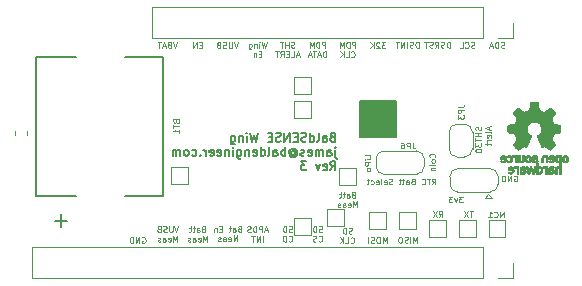
<source format=gbr>
G04 #@! TF.GenerationSoftware,KiCad,Pcbnew,8.0.3*
G04 #@! TF.CreationDate,2024-06-26T11:29:35-05:00*
G04 #@! TF.ProjectId,Bald Sense Wing v3,42616c64-2053-4656-9e73-652057696e67,rev?*
G04 #@! TF.SameCoordinates,Original*
G04 #@! TF.FileFunction,Legend,Bot*
G04 #@! TF.FilePolarity,Positive*
%FSLAX46Y46*%
G04 Gerber Fmt 4.6, Leading zero omitted, Abs format (unit mm)*
G04 Created by KiCad (PCBNEW 8.0.3) date 2024-06-26 11:29:35*
%MOMM*%
%LPD*%
G01*
G04 APERTURE LIST*
%ADD10C,0.150000*%
%ADD11C,0.125000*%
%ADD12C,0.127000*%
%ADD13C,0.120000*%
%ADD14C,0.010000*%
G04 APERTURE END LIST*
D10*
X58166000Y-33274000D02*
X61214000Y-33274000D01*
X61214000Y-36322000D01*
X58166000Y-36322000D01*
X58166000Y-33274000D01*
G36*
X58166000Y-33274000D02*
G01*
X61214000Y-33274000D01*
X61214000Y-36322000D01*
X58166000Y-36322000D01*
X58166000Y-33274000D01*
G37*
D11*
X42826665Y-43886623D02*
X42659999Y-44386623D01*
X42659999Y-44386623D02*
X42493332Y-43886623D01*
X42326666Y-43886623D02*
X42326666Y-44291385D01*
X42326666Y-44291385D02*
X42302856Y-44339004D01*
X42302856Y-44339004D02*
X42279047Y-44362814D01*
X42279047Y-44362814D02*
X42231428Y-44386623D01*
X42231428Y-44386623D02*
X42136190Y-44386623D01*
X42136190Y-44386623D02*
X42088571Y-44362814D01*
X42088571Y-44362814D02*
X42064761Y-44339004D01*
X42064761Y-44339004D02*
X42040952Y-44291385D01*
X42040952Y-44291385D02*
X42040952Y-43886623D01*
X41826665Y-44362814D02*
X41755237Y-44386623D01*
X41755237Y-44386623D02*
X41636189Y-44386623D01*
X41636189Y-44386623D02*
X41588570Y-44362814D01*
X41588570Y-44362814D02*
X41564761Y-44339004D01*
X41564761Y-44339004D02*
X41540951Y-44291385D01*
X41540951Y-44291385D02*
X41540951Y-44243766D01*
X41540951Y-44243766D02*
X41564761Y-44196147D01*
X41564761Y-44196147D02*
X41588570Y-44172337D01*
X41588570Y-44172337D02*
X41636189Y-44148528D01*
X41636189Y-44148528D02*
X41731427Y-44124718D01*
X41731427Y-44124718D02*
X41779046Y-44100909D01*
X41779046Y-44100909D02*
X41802856Y-44077099D01*
X41802856Y-44077099D02*
X41826665Y-44029480D01*
X41826665Y-44029480D02*
X41826665Y-43981861D01*
X41826665Y-43981861D02*
X41802856Y-43934242D01*
X41802856Y-43934242D02*
X41779046Y-43910433D01*
X41779046Y-43910433D02*
X41731427Y-43886623D01*
X41731427Y-43886623D02*
X41612380Y-43886623D01*
X41612380Y-43886623D02*
X41540951Y-43910433D01*
X41159999Y-44124718D02*
X41088571Y-44148528D01*
X41088571Y-44148528D02*
X41064761Y-44172337D01*
X41064761Y-44172337D02*
X41040952Y-44219956D01*
X41040952Y-44219956D02*
X41040952Y-44291385D01*
X41040952Y-44291385D02*
X41064761Y-44339004D01*
X41064761Y-44339004D02*
X41088571Y-44362814D01*
X41088571Y-44362814D02*
X41136190Y-44386623D01*
X41136190Y-44386623D02*
X41326666Y-44386623D01*
X41326666Y-44386623D02*
X41326666Y-43886623D01*
X41326666Y-43886623D02*
X41159999Y-43886623D01*
X41159999Y-43886623D02*
X41112380Y-43910433D01*
X41112380Y-43910433D02*
X41088571Y-43934242D01*
X41088571Y-43934242D02*
X41064761Y-43981861D01*
X41064761Y-43981861D02*
X41064761Y-44029480D01*
X41064761Y-44029480D02*
X41088571Y-44077099D01*
X41088571Y-44077099D02*
X41112380Y-44100909D01*
X41112380Y-44100909D02*
X41159999Y-44124718D01*
X41159999Y-44124718D02*
X41326666Y-44124718D01*
X42719523Y-45191595D02*
X42719523Y-44691595D01*
X42719523Y-44691595D02*
X42552856Y-45048738D01*
X42552856Y-45048738D02*
X42386190Y-44691595D01*
X42386190Y-44691595D02*
X42386190Y-45191595D01*
X41957618Y-45167786D02*
X42005237Y-45191595D01*
X42005237Y-45191595D02*
X42100475Y-45191595D01*
X42100475Y-45191595D02*
X42148094Y-45167786D01*
X42148094Y-45167786D02*
X42171903Y-45120166D01*
X42171903Y-45120166D02*
X42171903Y-44929690D01*
X42171903Y-44929690D02*
X42148094Y-44882071D01*
X42148094Y-44882071D02*
X42100475Y-44858262D01*
X42100475Y-44858262D02*
X42005237Y-44858262D01*
X42005237Y-44858262D02*
X41957618Y-44882071D01*
X41957618Y-44882071D02*
X41933808Y-44929690D01*
X41933808Y-44929690D02*
X41933808Y-44977309D01*
X41933808Y-44977309D02*
X42171903Y-45024928D01*
X41505237Y-45191595D02*
X41505237Y-44929690D01*
X41505237Y-44929690D02*
X41529047Y-44882071D01*
X41529047Y-44882071D02*
X41576666Y-44858262D01*
X41576666Y-44858262D02*
X41671904Y-44858262D01*
X41671904Y-44858262D02*
X41719523Y-44882071D01*
X41505237Y-45167786D02*
X41552856Y-45191595D01*
X41552856Y-45191595D02*
X41671904Y-45191595D01*
X41671904Y-45191595D02*
X41719523Y-45167786D01*
X41719523Y-45167786D02*
X41743332Y-45120166D01*
X41743332Y-45120166D02*
X41743332Y-45072547D01*
X41743332Y-45072547D02*
X41719523Y-45024928D01*
X41719523Y-45024928D02*
X41671904Y-45001119D01*
X41671904Y-45001119D02*
X41552856Y-45001119D01*
X41552856Y-45001119D02*
X41505237Y-44977309D01*
X41290951Y-45167786D02*
X41243332Y-45191595D01*
X41243332Y-45191595D02*
X41148094Y-45191595D01*
X41148094Y-45191595D02*
X41100475Y-45167786D01*
X41100475Y-45167786D02*
X41076666Y-45120166D01*
X41076666Y-45120166D02*
X41076666Y-45096357D01*
X41076666Y-45096357D02*
X41100475Y-45048738D01*
X41100475Y-45048738D02*
X41148094Y-45024928D01*
X41148094Y-45024928D02*
X41219523Y-45024928D01*
X41219523Y-45024928D02*
X41267142Y-45001119D01*
X41267142Y-45001119D02*
X41290951Y-44953500D01*
X41290951Y-44953500D02*
X41290951Y-44929690D01*
X41290951Y-44929690D02*
X41267142Y-44882071D01*
X41267142Y-44882071D02*
X41219523Y-44858262D01*
X41219523Y-44858262D02*
X41148094Y-44858262D01*
X41148094Y-44858262D02*
X41100475Y-44882071D01*
D12*
X55875876Y-36332045D02*
X55768733Y-36367759D01*
X55768733Y-36367759D02*
X55733019Y-36403473D01*
X55733019Y-36403473D02*
X55697305Y-36474902D01*
X55697305Y-36474902D02*
X55697305Y-36582045D01*
X55697305Y-36582045D02*
X55733019Y-36653473D01*
X55733019Y-36653473D02*
X55768733Y-36689188D01*
X55768733Y-36689188D02*
X55840162Y-36724902D01*
X55840162Y-36724902D02*
X56125876Y-36724902D01*
X56125876Y-36724902D02*
X56125876Y-35974902D01*
X56125876Y-35974902D02*
X55875876Y-35974902D01*
X55875876Y-35974902D02*
X55804448Y-36010616D01*
X55804448Y-36010616D02*
X55768733Y-36046330D01*
X55768733Y-36046330D02*
X55733019Y-36117759D01*
X55733019Y-36117759D02*
X55733019Y-36189188D01*
X55733019Y-36189188D02*
X55768733Y-36260616D01*
X55768733Y-36260616D02*
X55804448Y-36296330D01*
X55804448Y-36296330D02*
X55875876Y-36332045D01*
X55875876Y-36332045D02*
X56125876Y-36332045D01*
X55054448Y-36724902D02*
X55054448Y-36332045D01*
X55054448Y-36332045D02*
X55090162Y-36260616D01*
X55090162Y-36260616D02*
X55161590Y-36224902D01*
X55161590Y-36224902D02*
X55304448Y-36224902D01*
X55304448Y-36224902D02*
X55375876Y-36260616D01*
X55054448Y-36689188D02*
X55125876Y-36724902D01*
X55125876Y-36724902D02*
X55304448Y-36724902D01*
X55304448Y-36724902D02*
X55375876Y-36689188D01*
X55375876Y-36689188D02*
X55411590Y-36617759D01*
X55411590Y-36617759D02*
X55411590Y-36546330D01*
X55411590Y-36546330D02*
X55375876Y-36474902D01*
X55375876Y-36474902D02*
X55304448Y-36439188D01*
X55304448Y-36439188D02*
X55125876Y-36439188D01*
X55125876Y-36439188D02*
X55054448Y-36403473D01*
X54590162Y-36724902D02*
X54661591Y-36689188D01*
X54661591Y-36689188D02*
X54697305Y-36617759D01*
X54697305Y-36617759D02*
X54697305Y-35974902D01*
X53983020Y-36724902D02*
X53983020Y-35974902D01*
X53983020Y-36689188D02*
X54054448Y-36724902D01*
X54054448Y-36724902D02*
X54197305Y-36724902D01*
X54197305Y-36724902D02*
X54268734Y-36689188D01*
X54268734Y-36689188D02*
X54304448Y-36653473D01*
X54304448Y-36653473D02*
X54340162Y-36582045D01*
X54340162Y-36582045D02*
X54340162Y-36367759D01*
X54340162Y-36367759D02*
X54304448Y-36296330D01*
X54304448Y-36296330D02*
X54268734Y-36260616D01*
X54268734Y-36260616D02*
X54197305Y-36224902D01*
X54197305Y-36224902D02*
X54054448Y-36224902D01*
X54054448Y-36224902D02*
X53983020Y-36260616D01*
X53661591Y-36689188D02*
X53554449Y-36724902D01*
X53554449Y-36724902D02*
X53375877Y-36724902D01*
X53375877Y-36724902D02*
X53304449Y-36689188D01*
X53304449Y-36689188D02*
X53268734Y-36653473D01*
X53268734Y-36653473D02*
X53233020Y-36582045D01*
X53233020Y-36582045D02*
X53233020Y-36510616D01*
X53233020Y-36510616D02*
X53268734Y-36439188D01*
X53268734Y-36439188D02*
X53304449Y-36403473D01*
X53304449Y-36403473D02*
X53375877Y-36367759D01*
X53375877Y-36367759D02*
X53518734Y-36332045D01*
X53518734Y-36332045D02*
X53590163Y-36296330D01*
X53590163Y-36296330D02*
X53625877Y-36260616D01*
X53625877Y-36260616D02*
X53661591Y-36189188D01*
X53661591Y-36189188D02*
X53661591Y-36117759D01*
X53661591Y-36117759D02*
X53625877Y-36046330D01*
X53625877Y-36046330D02*
X53590163Y-36010616D01*
X53590163Y-36010616D02*
X53518734Y-35974902D01*
X53518734Y-35974902D02*
X53340163Y-35974902D01*
X53340163Y-35974902D02*
X53233020Y-36010616D01*
X52911591Y-36332045D02*
X52661591Y-36332045D01*
X52554448Y-36724902D02*
X52911591Y-36724902D01*
X52911591Y-36724902D02*
X52911591Y-35974902D01*
X52911591Y-35974902D02*
X52554448Y-35974902D01*
X52233020Y-36724902D02*
X52233020Y-35974902D01*
X52233020Y-35974902D02*
X51804449Y-36724902D01*
X51804449Y-36724902D02*
X51804449Y-35974902D01*
X51483020Y-36689188D02*
X51375878Y-36724902D01*
X51375878Y-36724902D02*
X51197306Y-36724902D01*
X51197306Y-36724902D02*
X51125878Y-36689188D01*
X51125878Y-36689188D02*
X51090163Y-36653473D01*
X51090163Y-36653473D02*
X51054449Y-36582045D01*
X51054449Y-36582045D02*
X51054449Y-36510616D01*
X51054449Y-36510616D02*
X51090163Y-36439188D01*
X51090163Y-36439188D02*
X51125878Y-36403473D01*
X51125878Y-36403473D02*
X51197306Y-36367759D01*
X51197306Y-36367759D02*
X51340163Y-36332045D01*
X51340163Y-36332045D02*
X51411592Y-36296330D01*
X51411592Y-36296330D02*
X51447306Y-36260616D01*
X51447306Y-36260616D02*
X51483020Y-36189188D01*
X51483020Y-36189188D02*
X51483020Y-36117759D01*
X51483020Y-36117759D02*
X51447306Y-36046330D01*
X51447306Y-36046330D02*
X51411592Y-36010616D01*
X51411592Y-36010616D02*
X51340163Y-35974902D01*
X51340163Y-35974902D02*
X51161592Y-35974902D01*
X51161592Y-35974902D02*
X51054449Y-36010616D01*
X50733020Y-36332045D02*
X50483020Y-36332045D01*
X50375877Y-36724902D02*
X50733020Y-36724902D01*
X50733020Y-36724902D02*
X50733020Y-35974902D01*
X50733020Y-35974902D02*
X50375877Y-35974902D01*
X49554449Y-35974902D02*
X49375877Y-36724902D01*
X49375877Y-36724902D02*
X49233020Y-36189188D01*
X49233020Y-36189188D02*
X49090163Y-36724902D01*
X49090163Y-36724902D02*
X48911592Y-35974902D01*
X48625877Y-36724902D02*
X48625877Y-36224902D01*
X48625877Y-35974902D02*
X48661591Y-36010616D01*
X48661591Y-36010616D02*
X48625877Y-36046330D01*
X48625877Y-36046330D02*
X48590163Y-36010616D01*
X48590163Y-36010616D02*
X48625877Y-35974902D01*
X48625877Y-35974902D02*
X48625877Y-36046330D01*
X48268734Y-36224902D02*
X48268734Y-36724902D01*
X48268734Y-36296330D02*
X48233020Y-36260616D01*
X48233020Y-36260616D02*
X48161591Y-36224902D01*
X48161591Y-36224902D02*
X48054448Y-36224902D01*
X48054448Y-36224902D02*
X47983020Y-36260616D01*
X47983020Y-36260616D02*
X47947306Y-36332045D01*
X47947306Y-36332045D02*
X47947306Y-36724902D01*
X47268735Y-36224902D02*
X47268735Y-36832045D01*
X47268735Y-36832045D02*
X47304449Y-36903473D01*
X47304449Y-36903473D02*
X47340163Y-36939188D01*
X47340163Y-36939188D02*
X47411592Y-36974902D01*
X47411592Y-36974902D02*
X47518735Y-36974902D01*
X47518735Y-36974902D02*
X47590163Y-36939188D01*
X47268735Y-36689188D02*
X47340163Y-36724902D01*
X47340163Y-36724902D02*
X47483020Y-36724902D01*
X47483020Y-36724902D02*
X47554449Y-36689188D01*
X47554449Y-36689188D02*
X47590163Y-36653473D01*
X47590163Y-36653473D02*
X47625877Y-36582045D01*
X47625877Y-36582045D02*
X47625877Y-36367759D01*
X47625877Y-36367759D02*
X47590163Y-36296330D01*
X47590163Y-36296330D02*
X47554449Y-36260616D01*
X47554449Y-36260616D02*
X47483020Y-36224902D01*
X47483020Y-36224902D02*
X47340163Y-36224902D01*
X47340163Y-36224902D02*
X47268735Y-36260616D01*
X56125876Y-37432360D02*
X56125876Y-38075217D01*
X56125876Y-38075217D02*
X56161590Y-38146646D01*
X56161590Y-38146646D02*
X56233019Y-38182360D01*
X56233019Y-38182360D02*
X56268733Y-38182360D01*
X56125876Y-37182360D02*
X56161590Y-37218074D01*
X56161590Y-37218074D02*
X56125876Y-37253788D01*
X56125876Y-37253788D02*
X56090162Y-37218074D01*
X56090162Y-37218074D02*
X56125876Y-37182360D01*
X56125876Y-37182360D02*
X56125876Y-37253788D01*
X55447305Y-37932360D02*
X55447305Y-37539503D01*
X55447305Y-37539503D02*
X55483019Y-37468074D01*
X55483019Y-37468074D02*
X55554447Y-37432360D01*
X55554447Y-37432360D02*
X55697305Y-37432360D01*
X55697305Y-37432360D02*
X55768733Y-37468074D01*
X55447305Y-37896646D02*
X55518733Y-37932360D01*
X55518733Y-37932360D02*
X55697305Y-37932360D01*
X55697305Y-37932360D02*
X55768733Y-37896646D01*
X55768733Y-37896646D02*
X55804447Y-37825217D01*
X55804447Y-37825217D02*
X55804447Y-37753788D01*
X55804447Y-37753788D02*
X55768733Y-37682360D01*
X55768733Y-37682360D02*
X55697305Y-37646646D01*
X55697305Y-37646646D02*
X55518733Y-37646646D01*
X55518733Y-37646646D02*
X55447305Y-37610931D01*
X55090162Y-37932360D02*
X55090162Y-37432360D01*
X55090162Y-37503788D02*
X55054448Y-37468074D01*
X55054448Y-37468074D02*
X54983019Y-37432360D01*
X54983019Y-37432360D02*
X54875876Y-37432360D01*
X54875876Y-37432360D02*
X54804448Y-37468074D01*
X54804448Y-37468074D02*
X54768734Y-37539503D01*
X54768734Y-37539503D02*
X54768734Y-37932360D01*
X54768734Y-37539503D02*
X54733019Y-37468074D01*
X54733019Y-37468074D02*
X54661591Y-37432360D01*
X54661591Y-37432360D02*
X54554448Y-37432360D01*
X54554448Y-37432360D02*
X54483019Y-37468074D01*
X54483019Y-37468074D02*
X54447305Y-37539503D01*
X54447305Y-37539503D02*
X54447305Y-37932360D01*
X53804448Y-37896646D02*
X53875876Y-37932360D01*
X53875876Y-37932360D02*
X54018734Y-37932360D01*
X54018734Y-37932360D02*
X54090162Y-37896646D01*
X54090162Y-37896646D02*
X54125876Y-37825217D01*
X54125876Y-37825217D02*
X54125876Y-37539503D01*
X54125876Y-37539503D02*
X54090162Y-37468074D01*
X54090162Y-37468074D02*
X54018734Y-37432360D01*
X54018734Y-37432360D02*
X53875876Y-37432360D01*
X53875876Y-37432360D02*
X53804448Y-37468074D01*
X53804448Y-37468074D02*
X53768734Y-37539503D01*
X53768734Y-37539503D02*
X53768734Y-37610931D01*
X53768734Y-37610931D02*
X54125876Y-37682360D01*
X53483019Y-37896646D02*
X53411591Y-37932360D01*
X53411591Y-37932360D02*
X53268734Y-37932360D01*
X53268734Y-37932360D02*
X53197305Y-37896646D01*
X53197305Y-37896646D02*
X53161591Y-37825217D01*
X53161591Y-37825217D02*
X53161591Y-37789503D01*
X53161591Y-37789503D02*
X53197305Y-37718074D01*
X53197305Y-37718074D02*
X53268734Y-37682360D01*
X53268734Y-37682360D02*
X53375877Y-37682360D01*
X53375877Y-37682360D02*
X53447305Y-37646646D01*
X53447305Y-37646646D02*
X53483019Y-37575217D01*
X53483019Y-37575217D02*
X53483019Y-37539503D01*
X53483019Y-37539503D02*
X53447305Y-37468074D01*
X53447305Y-37468074D02*
X53375877Y-37432360D01*
X53375877Y-37432360D02*
X53268734Y-37432360D01*
X53268734Y-37432360D02*
X53197305Y-37468074D01*
X52375876Y-37575217D02*
X52411591Y-37539503D01*
X52411591Y-37539503D02*
X52483019Y-37503788D01*
X52483019Y-37503788D02*
X52554448Y-37503788D01*
X52554448Y-37503788D02*
X52625876Y-37539503D01*
X52625876Y-37539503D02*
X52661591Y-37575217D01*
X52661591Y-37575217D02*
X52697305Y-37646646D01*
X52697305Y-37646646D02*
X52697305Y-37718074D01*
X52697305Y-37718074D02*
X52661591Y-37789503D01*
X52661591Y-37789503D02*
X52625876Y-37825217D01*
X52625876Y-37825217D02*
X52554448Y-37860931D01*
X52554448Y-37860931D02*
X52483019Y-37860931D01*
X52483019Y-37860931D02*
X52411591Y-37825217D01*
X52411591Y-37825217D02*
X52375876Y-37789503D01*
X52375876Y-37503788D02*
X52375876Y-37789503D01*
X52375876Y-37789503D02*
X52340162Y-37825217D01*
X52340162Y-37825217D02*
X52304448Y-37825217D01*
X52304448Y-37825217D02*
X52233019Y-37789503D01*
X52233019Y-37789503D02*
X52197305Y-37718074D01*
X52197305Y-37718074D02*
X52197305Y-37539503D01*
X52197305Y-37539503D02*
X52268734Y-37432360D01*
X52268734Y-37432360D02*
X52375876Y-37360931D01*
X52375876Y-37360931D02*
X52518734Y-37325217D01*
X52518734Y-37325217D02*
X52661591Y-37360931D01*
X52661591Y-37360931D02*
X52768734Y-37432360D01*
X52768734Y-37432360D02*
X52840162Y-37539503D01*
X52840162Y-37539503D02*
X52875876Y-37682360D01*
X52875876Y-37682360D02*
X52840162Y-37825217D01*
X52840162Y-37825217D02*
X52768734Y-37932360D01*
X52768734Y-37932360D02*
X52661591Y-38003788D01*
X52661591Y-38003788D02*
X52518734Y-38039503D01*
X52518734Y-38039503D02*
X52375876Y-38003788D01*
X52375876Y-38003788D02*
X52268734Y-37932360D01*
X51875876Y-37932360D02*
X51875876Y-37182360D01*
X51875876Y-37468074D02*
X51804448Y-37432360D01*
X51804448Y-37432360D02*
X51661590Y-37432360D01*
X51661590Y-37432360D02*
X51590162Y-37468074D01*
X51590162Y-37468074D02*
X51554448Y-37503788D01*
X51554448Y-37503788D02*
X51518733Y-37575217D01*
X51518733Y-37575217D02*
X51518733Y-37789503D01*
X51518733Y-37789503D02*
X51554448Y-37860931D01*
X51554448Y-37860931D02*
X51590162Y-37896646D01*
X51590162Y-37896646D02*
X51661590Y-37932360D01*
X51661590Y-37932360D02*
X51804448Y-37932360D01*
X51804448Y-37932360D02*
X51875876Y-37896646D01*
X50875877Y-37932360D02*
X50875877Y-37539503D01*
X50875877Y-37539503D02*
X50911591Y-37468074D01*
X50911591Y-37468074D02*
X50983019Y-37432360D01*
X50983019Y-37432360D02*
X51125877Y-37432360D01*
X51125877Y-37432360D02*
X51197305Y-37468074D01*
X50875877Y-37896646D02*
X50947305Y-37932360D01*
X50947305Y-37932360D02*
X51125877Y-37932360D01*
X51125877Y-37932360D02*
X51197305Y-37896646D01*
X51197305Y-37896646D02*
X51233019Y-37825217D01*
X51233019Y-37825217D02*
X51233019Y-37753788D01*
X51233019Y-37753788D02*
X51197305Y-37682360D01*
X51197305Y-37682360D02*
X51125877Y-37646646D01*
X51125877Y-37646646D02*
X50947305Y-37646646D01*
X50947305Y-37646646D02*
X50875877Y-37610931D01*
X50411591Y-37932360D02*
X50483020Y-37896646D01*
X50483020Y-37896646D02*
X50518734Y-37825217D01*
X50518734Y-37825217D02*
X50518734Y-37182360D01*
X49804449Y-37932360D02*
X49804449Y-37182360D01*
X49804449Y-37896646D02*
X49875877Y-37932360D01*
X49875877Y-37932360D02*
X50018734Y-37932360D01*
X50018734Y-37932360D02*
X50090163Y-37896646D01*
X50090163Y-37896646D02*
X50125877Y-37860931D01*
X50125877Y-37860931D02*
X50161591Y-37789503D01*
X50161591Y-37789503D02*
X50161591Y-37575217D01*
X50161591Y-37575217D02*
X50125877Y-37503788D01*
X50125877Y-37503788D02*
X50090163Y-37468074D01*
X50090163Y-37468074D02*
X50018734Y-37432360D01*
X50018734Y-37432360D02*
X49875877Y-37432360D01*
X49875877Y-37432360D02*
X49804449Y-37468074D01*
X49161592Y-37896646D02*
X49233020Y-37932360D01*
X49233020Y-37932360D02*
X49375878Y-37932360D01*
X49375878Y-37932360D02*
X49447306Y-37896646D01*
X49447306Y-37896646D02*
X49483020Y-37825217D01*
X49483020Y-37825217D02*
X49483020Y-37539503D01*
X49483020Y-37539503D02*
X49447306Y-37468074D01*
X49447306Y-37468074D02*
X49375878Y-37432360D01*
X49375878Y-37432360D02*
X49233020Y-37432360D01*
X49233020Y-37432360D02*
X49161592Y-37468074D01*
X49161592Y-37468074D02*
X49125878Y-37539503D01*
X49125878Y-37539503D02*
X49125878Y-37610931D01*
X49125878Y-37610931D02*
X49483020Y-37682360D01*
X48804449Y-37432360D02*
X48804449Y-37932360D01*
X48804449Y-37503788D02*
X48768735Y-37468074D01*
X48768735Y-37468074D02*
X48697306Y-37432360D01*
X48697306Y-37432360D02*
X48590163Y-37432360D01*
X48590163Y-37432360D02*
X48518735Y-37468074D01*
X48518735Y-37468074D02*
X48483021Y-37539503D01*
X48483021Y-37539503D02*
X48483021Y-37932360D01*
X47804450Y-37432360D02*
X47804450Y-38039503D01*
X47804450Y-38039503D02*
X47840164Y-38110931D01*
X47840164Y-38110931D02*
X47875878Y-38146646D01*
X47875878Y-38146646D02*
X47947307Y-38182360D01*
X47947307Y-38182360D02*
X48054450Y-38182360D01*
X48054450Y-38182360D02*
X48125878Y-38146646D01*
X47804450Y-37896646D02*
X47875878Y-37932360D01*
X47875878Y-37932360D02*
X48018735Y-37932360D01*
X48018735Y-37932360D02*
X48090164Y-37896646D01*
X48090164Y-37896646D02*
X48125878Y-37860931D01*
X48125878Y-37860931D02*
X48161592Y-37789503D01*
X48161592Y-37789503D02*
X48161592Y-37575217D01*
X48161592Y-37575217D02*
X48125878Y-37503788D01*
X48125878Y-37503788D02*
X48090164Y-37468074D01*
X48090164Y-37468074D02*
X48018735Y-37432360D01*
X48018735Y-37432360D02*
X47875878Y-37432360D01*
X47875878Y-37432360D02*
X47804450Y-37468074D01*
X47447307Y-37932360D02*
X47447307Y-37432360D01*
X47447307Y-37182360D02*
X47483021Y-37218074D01*
X47483021Y-37218074D02*
X47447307Y-37253788D01*
X47447307Y-37253788D02*
X47411593Y-37218074D01*
X47411593Y-37218074D02*
X47447307Y-37182360D01*
X47447307Y-37182360D02*
X47447307Y-37253788D01*
X47090164Y-37432360D02*
X47090164Y-37932360D01*
X47090164Y-37503788D02*
X47054450Y-37468074D01*
X47054450Y-37468074D02*
X46983021Y-37432360D01*
X46983021Y-37432360D02*
X46875878Y-37432360D01*
X46875878Y-37432360D02*
X46804450Y-37468074D01*
X46804450Y-37468074D02*
X46768736Y-37539503D01*
X46768736Y-37539503D02*
X46768736Y-37932360D01*
X46125879Y-37896646D02*
X46197307Y-37932360D01*
X46197307Y-37932360D02*
X46340165Y-37932360D01*
X46340165Y-37932360D02*
X46411593Y-37896646D01*
X46411593Y-37896646D02*
X46447307Y-37825217D01*
X46447307Y-37825217D02*
X46447307Y-37539503D01*
X46447307Y-37539503D02*
X46411593Y-37468074D01*
X46411593Y-37468074D02*
X46340165Y-37432360D01*
X46340165Y-37432360D02*
X46197307Y-37432360D01*
X46197307Y-37432360D02*
X46125879Y-37468074D01*
X46125879Y-37468074D02*
X46090165Y-37539503D01*
X46090165Y-37539503D02*
X46090165Y-37610931D01*
X46090165Y-37610931D02*
X46447307Y-37682360D01*
X45483022Y-37896646D02*
X45554450Y-37932360D01*
X45554450Y-37932360D02*
X45697308Y-37932360D01*
X45697308Y-37932360D02*
X45768736Y-37896646D01*
X45768736Y-37896646D02*
X45804450Y-37825217D01*
X45804450Y-37825217D02*
X45804450Y-37539503D01*
X45804450Y-37539503D02*
X45768736Y-37468074D01*
X45768736Y-37468074D02*
X45697308Y-37432360D01*
X45697308Y-37432360D02*
X45554450Y-37432360D01*
X45554450Y-37432360D02*
X45483022Y-37468074D01*
X45483022Y-37468074D02*
X45447308Y-37539503D01*
X45447308Y-37539503D02*
X45447308Y-37610931D01*
X45447308Y-37610931D02*
X45804450Y-37682360D01*
X45125879Y-37932360D02*
X45125879Y-37432360D01*
X45125879Y-37575217D02*
X45090165Y-37503788D01*
X45090165Y-37503788D02*
X45054451Y-37468074D01*
X45054451Y-37468074D02*
X44983022Y-37432360D01*
X44983022Y-37432360D02*
X44911593Y-37432360D01*
X44661593Y-37860931D02*
X44625879Y-37896646D01*
X44625879Y-37896646D02*
X44661593Y-37932360D01*
X44661593Y-37932360D02*
X44697307Y-37896646D01*
X44697307Y-37896646D02*
X44661593Y-37860931D01*
X44661593Y-37860931D02*
X44661593Y-37932360D01*
X43983022Y-37896646D02*
X44054450Y-37932360D01*
X44054450Y-37932360D02*
X44197307Y-37932360D01*
X44197307Y-37932360D02*
X44268736Y-37896646D01*
X44268736Y-37896646D02*
X44304450Y-37860931D01*
X44304450Y-37860931D02*
X44340164Y-37789503D01*
X44340164Y-37789503D02*
X44340164Y-37575217D01*
X44340164Y-37575217D02*
X44304450Y-37503788D01*
X44304450Y-37503788D02*
X44268736Y-37468074D01*
X44268736Y-37468074D02*
X44197307Y-37432360D01*
X44197307Y-37432360D02*
X44054450Y-37432360D01*
X44054450Y-37432360D02*
X43983022Y-37468074D01*
X43554450Y-37932360D02*
X43625879Y-37896646D01*
X43625879Y-37896646D02*
X43661593Y-37860931D01*
X43661593Y-37860931D02*
X43697307Y-37789503D01*
X43697307Y-37789503D02*
X43697307Y-37575217D01*
X43697307Y-37575217D02*
X43661593Y-37503788D01*
X43661593Y-37503788D02*
X43625879Y-37468074D01*
X43625879Y-37468074D02*
X43554450Y-37432360D01*
X43554450Y-37432360D02*
X43447307Y-37432360D01*
X43447307Y-37432360D02*
X43375879Y-37468074D01*
X43375879Y-37468074D02*
X43340165Y-37503788D01*
X43340165Y-37503788D02*
X43304450Y-37575217D01*
X43304450Y-37575217D02*
X43304450Y-37789503D01*
X43304450Y-37789503D02*
X43340165Y-37860931D01*
X43340165Y-37860931D02*
X43375879Y-37896646D01*
X43375879Y-37896646D02*
X43447307Y-37932360D01*
X43447307Y-37932360D02*
X43554450Y-37932360D01*
X42983022Y-37932360D02*
X42983022Y-37432360D01*
X42983022Y-37503788D02*
X42947308Y-37468074D01*
X42947308Y-37468074D02*
X42875879Y-37432360D01*
X42875879Y-37432360D02*
X42768736Y-37432360D01*
X42768736Y-37432360D02*
X42697308Y-37468074D01*
X42697308Y-37468074D02*
X42661594Y-37539503D01*
X42661594Y-37539503D02*
X42661594Y-37932360D01*
X42661594Y-37539503D02*
X42625879Y-37468074D01*
X42625879Y-37468074D02*
X42554451Y-37432360D01*
X42554451Y-37432360D02*
X42447308Y-37432360D01*
X42447308Y-37432360D02*
X42375879Y-37468074D01*
X42375879Y-37468074D02*
X42340165Y-37539503D01*
X42340165Y-37539503D02*
X42340165Y-37932360D01*
X55697305Y-39139818D02*
X55947305Y-38782675D01*
X56125876Y-39139818D02*
X56125876Y-38389818D01*
X56125876Y-38389818D02*
X55840162Y-38389818D01*
X55840162Y-38389818D02*
X55768733Y-38425532D01*
X55768733Y-38425532D02*
X55733019Y-38461246D01*
X55733019Y-38461246D02*
X55697305Y-38532675D01*
X55697305Y-38532675D02*
X55697305Y-38639818D01*
X55697305Y-38639818D02*
X55733019Y-38711246D01*
X55733019Y-38711246D02*
X55768733Y-38746961D01*
X55768733Y-38746961D02*
X55840162Y-38782675D01*
X55840162Y-38782675D02*
X56125876Y-38782675D01*
X55090162Y-39104104D02*
X55161590Y-39139818D01*
X55161590Y-39139818D02*
X55304448Y-39139818D01*
X55304448Y-39139818D02*
X55375876Y-39104104D01*
X55375876Y-39104104D02*
X55411590Y-39032675D01*
X55411590Y-39032675D02*
X55411590Y-38746961D01*
X55411590Y-38746961D02*
X55375876Y-38675532D01*
X55375876Y-38675532D02*
X55304448Y-38639818D01*
X55304448Y-38639818D02*
X55161590Y-38639818D01*
X55161590Y-38639818D02*
X55090162Y-38675532D01*
X55090162Y-38675532D02*
X55054448Y-38746961D01*
X55054448Y-38746961D02*
X55054448Y-38818389D01*
X55054448Y-38818389D02*
X55411590Y-38889818D01*
X54804448Y-38639818D02*
X54625876Y-39139818D01*
X54625876Y-39139818D02*
X54447305Y-38639818D01*
X53661590Y-38389818D02*
X53197304Y-38389818D01*
X53197304Y-38389818D02*
X53447304Y-38675532D01*
X53447304Y-38675532D02*
X53340161Y-38675532D01*
X53340161Y-38675532D02*
X53268733Y-38711246D01*
X53268733Y-38711246D02*
X53233018Y-38746961D01*
X53233018Y-38746961D02*
X53197304Y-38818389D01*
X53197304Y-38818389D02*
X53197304Y-38996961D01*
X53197304Y-38996961D02*
X53233018Y-39068389D01*
X53233018Y-39068389D02*
X53268733Y-39104104D01*
X53268733Y-39104104D02*
X53340161Y-39139818D01*
X53340161Y-39139818D02*
X53554447Y-39139818D01*
X53554447Y-39139818D02*
X53625875Y-39104104D01*
X53625875Y-39104104D02*
X53661590Y-39068389D01*
D11*
X67767151Y-42638109D02*
X67481437Y-42638109D01*
X67624294Y-43138109D02*
X67624294Y-42638109D01*
X67362390Y-42638109D02*
X67029057Y-43138109D01*
X67029057Y-42638109D02*
X67362390Y-43138109D01*
X64853333Y-43125409D02*
X65019999Y-42887314D01*
X65139047Y-43125409D02*
X65139047Y-42625409D01*
X65139047Y-42625409D02*
X64948571Y-42625409D01*
X64948571Y-42625409D02*
X64900952Y-42649219D01*
X64900952Y-42649219D02*
X64877142Y-42673028D01*
X64877142Y-42673028D02*
X64853333Y-42720647D01*
X64853333Y-42720647D02*
X64853333Y-42792076D01*
X64853333Y-42792076D02*
X64877142Y-42839695D01*
X64877142Y-42839695D02*
X64900952Y-42863504D01*
X64900952Y-42863504D02*
X64948571Y-42887314D01*
X64948571Y-42887314D02*
X65139047Y-42887314D01*
X64686666Y-42625409D02*
X64353333Y-43125409D01*
X64353333Y-42625409D02*
X64686666Y-43125409D01*
X63041114Y-45284409D02*
X63041114Y-44784409D01*
X63041114Y-44784409D02*
X62874447Y-45141552D01*
X62874447Y-45141552D02*
X62707781Y-44784409D01*
X62707781Y-44784409D02*
X62707781Y-45284409D01*
X62469685Y-45284409D02*
X62469685Y-44784409D01*
X62255399Y-45260600D02*
X62183971Y-45284409D01*
X62183971Y-45284409D02*
X62064923Y-45284409D01*
X62064923Y-45284409D02*
X62017304Y-45260600D01*
X62017304Y-45260600D02*
X61993495Y-45236790D01*
X61993495Y-45236790D02*
X61969685Y-45189171D01*
X61969685Y-45189171D02*
X61969685Y-45141552D01*
X61969685Y-45141552D02*
X61993495Y-45093933D01*
X61993495Y-45093933D02*
X62017304Y-45070123D01*
X62017304Y-45070123D02*
X62064923Y-45046314D01*
X62064923Y-45046314D02*
X62160161Y-45022504D01*
X62160161Y-45022504D02*
X62207780Y-44998695D01*
X62207780Y-44998695D02*
X62231590Y-44974885D01*
X62231590Y-44974885D02*
X62255399Y-44927266D01*
X62255399Y-44927266D02*
X62255399Y-44879647D01*
X62255399Y-44879647D02*
X62231590Y-44832028D01*
X62231590Y-44832028D02*
X62207780Y-44808219D01*
X62207780Y-44808219D02*
X62160161Y-44784409D01*
X62160161Y-44784409D02*
X62041114Y-44784409D01*
X62041114Y-44784409D02*
X61969685Y-44808219D01*
X61660162Y-44784409D02*
X61564924Y-44784409D01*
X61564924Y-44784409D02*
X61517305Y-44808219D01*
X61517305Y-44808219D02*
X61469686Y-44855838D01*
X61469686Y-44855838D02*
X61445876Y-44951076D01*
X61445876Y-44951076D02*
X61445876Y-45117742D01*
X61445876Y-45117742D02*
X61469686Y-45212980D01*
X61469686Y-45212980D02*
X61517305Y-45260600D01*
X61517305Y-45260600D02*
X61564924Y-45284409D01*
X61564924Y-45284409D02*
X61660162Y-45284409D01*
X61660162Y-45284409D02*
X61707781Y-45260600D01*
X61707781Y-45260600D02*
X61755400Y-45212980D01*
X61755400Y-45212980D02*
X61779209Y-45117742D01*
X61779209Y-45117742D02*
X61779209Y-44951076D01*
X61779209Y-44951076D02*
X61755400Y-44855838D01*
X61755400Y-44855838D02*
X61707781Y-44808219D01*
X61707781Y-44808219D02*
X61660162Y-44784409D01*
X60475714Y-45322509D02*
X60475714Y-44822509D01*
X60475714Y-44822509D02*
X60309047Y-45179652D01*
X60309047Y-45179652D02*
X60142381Y-44822509D01*
X60142381Y-44822509D02*
X60142381Y-45322509D01*
X59809047Y-44822509D02*
X59713809Y-44822509D01*
X59713809Y-44822509D02*
X59666190Y-44846319D01*
X59666190Y-44846319D02*
X59618571Y-44893938D01*
X59618571Y-44893938D02*
X59594761Y-44989176D01*
X59594761Y-44989176D02*
X59594761Y-45155842D01*
X59594761Y-45155842D02*
X59618571Y-45251080D01*
X59618571Y-45251080D02*
X59666190Y-45298700D01*
X59666190Y-45298700D02*
X59713809Y-45322509D01*
X59713809Y-45322509D02*
X59809047Y-45322509D01*
X59809047Y-45322509D02*
X59856666Y-45298700D01*
X59856666Y-45298700D02*
X59904285Y-45251080D01*
X59904285Y-45251080D02*
X59928094Y-45155842D01*
X59928094Y-45155842D02*
X59928094Y-44989176D01*
X59928094Y-44989176D02*
X59904285Y-44893938D01*
X59904285Y-44893938D02*
X59856666Y-44846319D01*
X59856666Y-44846319D02*
X59809047Y-44822509D01*
X59404284Y-45298700D02*
X59332856Y-45322509D01*
X59332856Y-45322509D02*
X59213808Y-45322509D01*
X59213808Y-45322509D02*
X59166189Y-45298700D01*
X59166189Y-45298700D02*
X59142380Y-45274890D01*
X59142380Y-45274890D02*
X59118570Y-45227271D01*
X59118570Y-45227271D02*
X59118570Y-45179652D01*
X59118570Y-45179652D02*
X59142380Y-45132033D01*
X59142380Y-45132033D02*
X59166189Y-45108223D01*
X59166189Y-45108223D02*
X59213808Y-45084414D01*
X59213808Y-45084414D02*
X59309046Y-45060604D01*
X59309046Y-45060604D02*
X59356665Y-45036795D01*
X59356665Y-45036795D02*
X59380475Y-45012985D01*
X59380475Y-45012985D02*
X59404284Y-44965366D01*
X59404284Y-44965366D02*
X59404284Y-44917747D01*
X59404284Y-44917747D02*
X59380475Y-44870128D01*
X59380475Y-44870128D02*
X59356665Y-44846319D01*
X59356665Y-44846319D02*
X59309046Y-44822509D01*
X59309046Y-44822509D02*
X59189999Y-44822509D01*
X59189999Y-44822509D02*
X59118570Y-44846319D01*
X58904285Y-45322509D02*
X58904285Y-44822509D01*
X57517456Y-44502514D02*
X57446028Y-44526323D01*
X57446028Y-44526323D02*
X57326980Y-44526323D01*
X57326980Y-44526323D02*
X57279361Y-44502514D01*
X57279361Y-44502514D02*
X57255552Y-44478704D01*
X57255552Y-44478704D02*
X57231742Y-44431085D01*
X57231742Y-44431085D02*
X57231742Y-44383466D01*
X57231742Y-44383466D02*
X57255552Y-44335847D01*
X57255552Y-44335847D02*
X57279361Y-44312037D01*
X57279361Y-44312037D02*
X57326980Y-44288228D01*
X57326980Y-44288228D02*
X57422218Y-44264418D01*
X57422218Y-44264418D02*
X57469837Y-44240609D01*
X57469837Y-44240609D02*
X57493647Y-44216799D01*
X57493647Y-44216799D02*
X57517456Y-44169180D01*
X57517456Y-44169180D02*
X57517456Y-44121561D01*
X57517456Y-44121561D02*
X57493647Y-44073942D01*
X57493647Y-44073942D02*
X57469837Y-44050133D01*
X57469837Y-44050133D02*
X57422218Y-44026323D01*
X57422218Y-44026323D02*
X57303171Y-44026323D01*
X57303171Y-44026323D02*
X57231742Y-44050133D01*
X57017457Y-44526323D02*
X57017457Y-44026323D01*
X57017457Y-44026323D02*
X56898409Y-44026323D01*
X56898409Y-44026323D02*
X56826981Y-44050133D01*
X56826981Y-44050133D02*
X56779362Y-44097752D01*
X56779362Y-44097752D02*
X56755552Y-44145371D01*
X56755552Y-44145371D02*
X56731743Y-44240609D01*
X56731743Y-44240609D02*
X56731743Y-44312037D01*
X56731743Y-44312037D02*
X56755552Y-44407275D01*
X56755552Y-44407275D02*
X56779362Y-44454894D01*
X56779362Y-44454894D02*
X56826981Y-44502514D01*
X56826981Y-44502514D02*
X56898409Y-44526323D01*
X56898409Y-44526323D02*
X57017457Y-44526323D01*
X57422219Y-45283676D02*
X57446028Y-45307486D01*
X57446028Y-45307486D02*
X57517457Y-45331295D01*
X57517457Y-45331295D02*
X57565076Y-45331295D01*
X57565076Y-45331295D02*
X57636504Y-45307486D01*
X57636504Y-45307486D02*
X57684123Y-45259866D01*
X57684123Y-45259866D02*
X57707933Y-45212247D01*
X57707933Y-45212247D02*
X57731742Y-45117009D01*
X57731742Y-45117009D02*
X57731742Y-45045581D01*
X57731742Y-45045581D02*
X57707933Y-44950343D01*
X57707933Y-44950343D02*
X57684123Y-44902724D01*
X57684123Y-44902724D02*
X57636504Y-44855105D01*
X57636504Y-44855105D02*
X57565076Y-44831295D01*
X57565076Y-44831295D02*
X57517457Y-44831295D01*
X57517457Y-44831295D02*
X57446028Y-44855105D01*
X57446028Y-44855105D02*
X57422219Y-44878914D01*
X56969838Y-45331295D02*
X57207933Y-45331295D01*
X57207933Y-45331295D02*
X57207933Y-44831295D01*
X56803171Y-45331295D02*
X56803171Y-44831295D01*
X56517457Y-45331295D02*
X56731742Y-45045581D01*
X56517457Y-44831295D02*
X56803171Y-45117009D01*
X50374441Y-44256466D02*
X50136346Y-44256466D01*
X50422060Y-44399323D02*
X50255394Y-43899323D01*
X50255394Y-43899323D02*
X50088727Y-44399323D01*
X49922061Y-44399323D02*
X49922061Y-43899323D01*
X49922061Y-43899323D02*
X49731585Y-43899323D01*
X49731585Y-43899323D02*
X49683966Y-43923133D01*
X49683966Y-43923133D02*
X49660156Y-43946942D01*
X49660156Y-43946942D02*
X49636347Y-43994561D01*
X49636347Y-43994561D02*
X49636347Y-44065990D01*
X49636347Y-44065990D02*
X49660156Y-44113609D01*
X49660156Y-44113609D02*
X49683966Y-44137418D01*
X49683966Y-44137418D02*
X49731585Y-44161228D01*
X49731585Y-44161228D02*
X49922061Y-44161228D01*
X49422061Y-44399323D02*
X49422061Y-43899323D01*
X49422061Y-43899323D02*
X49303013Y-43899323D01*
X49303013Y-43899323D02*
X49231585Y-43923133D01*
X49231585Y-43923133D02*
X49183966Y-43970752D01*
X49183966Y-43970752D02*
X49160156Y-44018371D01*
X49160156Y-44018371D02*
X49136347Y-44113609D01*
X49136347Y-44113609D02*
X49136347Y-44185037D01*
X49136347Y-44185037D02*
X49160156Y-44280275D01*
X49160156Y-44280275D02*
X49183966Y-44327894D01*
X49183966Y-44327894D02*
X49231585Y-44375514D01*
X49231585Y-44375514D02*
X49303013Y-44399323D01*
X49303013Y-44399323D02*
X49422061Y-44399323D01*
X48945870Y-44375514D02*
X48874442Y-44399323D01*
X48874442Y-44399323D02*
X48755394Y-44399323D01*
X48755394Y-44399323D02*
X48707775Y-44375514D01*
X48707775Y-44375514D02*
X48683966Y-44351704D01*
X48683966Y-44351704D02*
X48660156Y-44304085D01*
X48660156Y-44304085D02*
X48660156Y-44256466D01*
X48660156Y-44256466D02*
X48683966Y-44208847D01*
X48683966Y-44208847D02*
X48707775Y-44185037D01*
X48707775Y-44185037D02*
X48755394Y-44161228D01*
X48755394Y-44161228D02*
X48850632Y-44137418D01*
X48850632Y-44137418D02*
X48898251Y-44113609D01*
X48898251Y-44113609D02*
X48922061Y-44089799D01*
X48922061Y-44089799D02*
X48945870Y-44042180D01*
X48945870Y-44042180D02*
X48945870Y-43994561D01*
X48945870Y-43994561D02*
X48922061Y-43946942D01*
X48922061Y-43946942D02*
X48898251Y-43923133D01*
X48898251Y-43923133D02*
X48850632Y-43899323D01*
X48850632Y-43899323D02*
X48731585Y-43899323D01*
X48731585Y-43899323D02*
X48660156Y-43923133D01*
X49969680Y-45204295D02*
X49969680Y-44704295D01*
X49731585Y-45204295D02*
X49731585Y-44704295D01*
X49731585Y-44704295D02*
X49445871Y-45204295D01*
X49445871Y-45204295D02*
X49445871Y-44704295D01*
X49279203Y-44704295D02*
X48993489Y-44704295D01*
X49136346Y-45204295D02*
X49136346Y-44704295D01*
X47991589Y-44099318D02*
X47920161Y-44123128D01*
X47920161Y-44123128D02*
X47896351Y-44146937D01*
X47896351Y-44146937D02*
X47872542Y-44194556D01*
X47872542Y-44194556D02*
X47872542Y-44265985D01*
X47872542Y-44265985D02*
X47896351Y-44313604D01*
X47896351Y-44313604D02*
X47920161Y-44337414D01*
X47920161Y-44337414D02*
X47967780Y-44361223D01*
X47967780Y-44361223D02*
X48158256Y-44361223D01*
X48158256Y-44361223D02*
X48158256Y-43861223D01*
X48158256Y-43861223D02*
X47991589Y-43861223D01*
X47991589Y-43861223D02*
X47943970Y-43885033D01*
X47943970Y-43885033D02*
X47920161Y-43908842D01*
X47920161Y-43908842D02*
X47896351Y-43956461D01*
X47896351Y-43956461D02*
X47896351Y-44004080D01*
X47896351Y-44004080D02*
X47920161Y-44051699D01*
X47920161Y-44051699D02*
X47943970Y-44075509D01*
X47943970Y-44075509D02*
X47991589Y-44099318D01*
X47991589Y-44099318D02*
X48158256Y-44099318D01*
X47443970Y-44361223D02*
X47443970Y-44099318D01*
X47443970Y-44099318D02*
X47467780Y-44051699D01*
X47467780Y-44051699D02*
X47515399Y-44027890D01*
X47515399Y-44027890D02*
X47610637Y-44027890D01*
X47610637Y-44027890D02*
X47658256Y-44051699D01*
X47443970Y-44337414D02*
X47491589Y-44361223D01*
X47491589Y-44361223D02*
X47610637Y-44361223D01*
X47610637Y-44361223D02*
X47658256Y-44337414D01*
X47658256Y-44337414D02*
X47682065Y-44289794D01*
X47682065Y-44289794D02*
X47682065Y-44242175D01*
X47682065Y-44242175D02*
X47658256Y-44194556D01*
X47658256Y-44194556D02*
X47610637Y-44170747D01*
X47610637Y-44170747D02*
X47491589Y-44170747D01*
X47491589Y-44170747D02*
X47443970Y-44146937D01*
X47277303Y-44027890D02*
X47086827Y-44027890D01*
X47205875Y-43861223D02*
X47205875Y-44289794D01*
X47205875Y-44289794D02*
X47182065Y-44337414D01*
X47182065Y-44337414D02*
X47134446Y-44361223D01*
X47134446Y-44361223D02*
X47086827Y-44361223D01*
X46539209Y-44099318D02*
X46372542Y-44099318D01*
X46301114Y-44361223D02*
X46539209Y-44361223D01*
X46539209Y-44361223D02*
X46539209Y-43861223D01*
X46539209Y-43861223D02*
X46301114Y-43861223D01*
X46086828Y-44027890D02*
X46086828Y-44361223D01*
X46086828Y-44075509D02*
X46063018Y-44051699D01*
X46063018Y-44051699D02*
X46015399Y-44027890D01*
X46015399Y-44027890D02*
X45943971Y-44027890D01*
X45943971Y-44027890D02*
X45896352Y-44051699D01*
X45896352Y-44051699D02*
X45872542Y-44099318D01*
X45872542Y-44099318D02*
X45872542Y-44361223D01*
X47824923Y-45166195D02*
X47824923Y-44666195D01*
X47824923Y-44666195D02*
X47658256Y-45023338D01*
X47658256Y-45023338D02*
X47491590Y-44666195D01*
X47491590Y-44666195D02*
X47491590Y-45166195D01*
X47063018Y-45142386D02*
X47110637Y-45166195D01*
X47110637Y-45166195D02*
X47205875Y-45166195D01*
X47205875Y-45166195D02*
X47253494Y-45142386D01*
X47253494Y-45142386D02*
X47277303Y-45094766D01*
X47277303Y-45094766D02*
X47277303Y-44904290D01*
X47277303Y-44904290D02*
X47253494Y-44856671D01*
X47253494Y-44856671D02*
X47205875Y-44832862D01*
X47205875Y-44832862D02*
X47110637Y-44832862D01*
X47110637Y-44832862D02*
X47063018Y-44856671D01*
X47063018Y-44856671D02*
X47039208Y-44904290D01*
X47039208Y-44904290D02*
X47039208Y-44951909D01*
X47039208Y-44951909D02*
X47277303Y-44999528D01*
X46610637Y-45166195D02*
X46610637Y-44904290D01*
X46610637Y-44904290D02*
X46634447Y-44856671D01*
X46634447Y-44856671D02*
X46682066Y-44832862D01*
X46682066Y-44832862D02*
X46777304Y-44832862D01*
X46777304Y-44832862D02*
X46824923Y-44856671D01*
X46610637Y-45142386D02*
X46658256Y-45166195D01*
X46658256Y-45166195D02*
X46777304Y-45166195D01*
X46777304Y-45166195D02*
X46824923Y-45142386D01*
X46824923Y-45142386D02*
X46848732Y-45094766D01*
X46848732Y-45094766D02*
X46848732Y-45047147D01*
X46848732Y-45047147D02*
X46824923Y-44999528D01*
X46824923Y-44999528D02*
X46777304Y-44975719D01*
X46777304Y-44975719D02*
X46658256Y-44975719D01*
X46658256Y-44975719D02*
X46610637Y-44951909D01*
X46396351Y-45142386D02*
X46348732Y-45166195D01*
X46348732Y-45166195D02*
X46253494Y-45166195D01*
X46253494Y-45166195D02*
X46205875Y-45142386D01*
X46205875Y-45142386D02*
X46182066Y-45094766D01*
X46182066Y-45094766D02*
X46182066Y-45070957D01*
X46182066Y-45070957D02*
X46205875Y-45023338D01*
X46205875Y-45023338D02*
X46253494Y-44999528D01*
X46253494Y-44999528D02*
X46324923Y-44999528D01*
X46324923Y-44999528D02*
X46372542Y-44975719D01*
X46372542Y-44975719D02*
X46396351Y-44928100D01*
X46396351Y-44928100D02*
X46396351Y-44904290D01*
X46396351Y-44904290D02*
X46372542Y-44856671D01*
X46372542Y-44856671D02*
X46324923Y-44832862D01*
X46324923Y-44832862D02*
X46253494Y-44832862D01*
X46253494Y-44832862D02*
X46205875Y-44856671D01*
X39763652Y-44846319D02*
X39811271Y-44822509D01*
X39811271Y-44822509D02*
X39882700Y-44822509D01*
X39882700Y-44822509D02*
X39954128Y-44846319D01*
X39954128Y-44846319D02*
X40001747Y-44893938D01*
X40001747Y-44893938D02*
X40025557Y-44941557D01*
X40025557Y-44941557D02*
X40049366Y-45036795D01*
X40049366Y-45036795D02*
X40049366Y-45108223D01*
X40049366Y-45108223D02*
X40025557Y-45203461D01*
X40025557Y-45203461D02*
X40001747Y-45251080D01*
X40001747Y-45251080D02*
X39954128Y-45298700D01*
X39954128Y-45298700D02*
X39882700Y-45322509D01*
X39882700Y-45322509D02*
X39835081Y-45322509D01*
X39835081Y-45322509D02*
X39763652Y-45298700D01*
X39763652Y-45298700D02*
X39739843Y-45274890D01*
X39739843Y-45274890D02*
X39739843Y-45108223D01*
X39739843Y-45108223D02*
X39835081Y-45108223D01*
X39525557Y-45322509D02*
X39525557Y-44822509D01*
X39525557Y-44822509D02*
X39239843Y-45322509D01*
X39239843Y-45322509D02*
X39239843Y-44822509D01*
X39001747Y-45322509D02*
X39001747Y-44822509D01*
X39001747Y-44822509D02*
X38882699Y-44822509D01*
X38882699Y-44822509D02*
X38811271Y-44846319D01*
X38811271Y-44846319D02*
X38763652Y-44893938D01*
X38763652Y-44893938D02*
X38739842Y-44941557D01*
X38739842Y-44941557D02*
X38716033Y-45036795D01*
X38716033Y-45036795D02*
X38716033Y-45108223D01*
X38716033Y-45108223D02*
X38739842Y-45203461D01*
X38739842Y-45203461D02*
X38763652Y-45251080D01*
X38763652Y-45251080D02*
X38811271Y-45298700D01*
X38811271Y-45298700D02*
X38882699Y-45322509D01*
X38882699Y-45322509D02*
X39001747Y-45322509D01*
X42718727Y-28287109D02*
X42552061Y-28787109D01*
X42552061Y-28787109D02*
X42385394Y-28287109D01*
X42052061Y-28525204D02*
X41980633Y-28549014D01*
X41980633Y-28549014D02*
X41956823Y-28572823D01*
X41956823Y-28572823D02*
X41933014Y-28620442D01*
X41933014Y-28620442D02*
X41933014Y-28691871D01*
X41933014Y-28691871D02*
X41956823Y-28739490D01*
X41956823Y-28739490D02*
X41980633Y-28763300D01*
X41980633Y-28763300D02*
X42028252Y-28787109D01*
X42028252Y-28787109D02*
X42218728Y-28787109D01*
X42218728Y-28787109D02*
X42218728Y-28287109D01*
X42218728Y-28287109D02*
X42052061Y-28287109D01*
X42052061Y-28287109D02*
X42004442Y-28310919D01*
X42004442Y-28310919D02*
X41980633Y-28334728D01*
X41980633Y-28334728D02*
X41956823Y-28382347D01*
X41956823Y-28382347D02*
X41956823Y-28429966D01*
X41956823Y-28429966D02*
X41980633Y-28477585D01*
X41980633Y-28477585D02*
X42004442Y-28501395D01*
X42004442Y-28501395D02*
X42052061Y-28525204D01*
X42052061Y-28525204D02*
X42218728Y-28525204D01*
X41742537Y-28644252D02*
X41504442Y-28644252D01*
X41790156Y-28787109D02*
X41623490Y-28287109D01*
X41623490Y-28287109D02*
X41456823Y-28787109D01*
X41361585Y-28287109D02*
X41075871Y-28287109D01*
X41218728Y-28787109D02*
X41218728Y-28287109D01*
X44819047Y-28563304D02*
X44652380Y-28563304D01*
X44580952Y-28825209D02*
X44819047Y-28825209D01*
X44819047Y-28825209D02*
X44819047Y-28325209D01*
X44819047Y-28325209D02*
X44580952Y-28325209D01*
X44366666Y-28825209D02*
X44366666Y-28325209D01*
X44366666Y-28325209D02*
X44080952Y-28825209D01*
X44080952Y-28825209D02*
X44080952Y-28325209D01*
X47881265Y-28299809D02*
X47714599Y-28799809D01*
X47714599Y-28799809D02*
X47547932Y-28299809D01*
X47381266Y-28299809D02*
X47381266Y-28704571D01*
X47381266Y-28704571D02*
X47357456Y-28752190D01*
X47357456Y-28752190D02*
X47333647Y-28776000D01*
X47333647Y-28776000D02*
X47286028Y-28799809D01*
X47286028Y-28799809D02*
X47190790Y-28799809D01*
X47190790Y-28799809D02*
X47143171Y-28776000D01*
X47143171Y-28776000D02*
X47119361Y-28752190D01*
X47119361Y-28752190D02*
X47095552Y-28704571D01*
X47095552Y-28704571D02*
X47095552Y-28299809D01*
X46881265Y-28776000D02*
X46809837Y-28799809D01*
X46809837Y-28799809D02*
X46690789Y-28799809D01*
X46690789Y-28799809D02*
X46643170Y-28776000D01*
X46643170Y-28776000D02*
X46619361Y-28752190D01*
X46619361Y-28752190D02*
X46595551Y-28704571D01*
X46595551Y-28704571D02*
X46595551Y-28656952D01*
X46595551Y-28656952D02*
X46619361Y-28609333D01*
X46619361Y-28609333D02*
X46643170Y-28585523D01*
X46643170Y-28585523D02*
X46690789Y-28561714D01*
X46690789Y-28561714D02*
X46786027Y-28537904D01*
X46786027Y-28537904D02*
X46833646Y-28514095D01*
X46833646Y-28514095D02*
X46857456Y-28490285D01*
X46857456Y-28490285D02*
X46881265Y-28442666D01*
X46881265Y-28442666D02*
X46881265Y-28395047D01*
X46881265Y-28395047D02*
X46857456Y-28347428D01*
X46857456Y-28347428D02*
X46833646Y-28323619D01*
X46833646Y-28323619D02*
X46786027Y-28299809D01*
X46786027Y-28299809D02*
X46666980Y-28299809D01*
X46666980Y-28299809D02*
X46595551Y-28323619D01*
X46214599Y-28537904D02*
X46143171Y-28561714D01*
X46143171Y-28561714D02*
X46119361Y-28585523D01*
X46119361Y-28585523D02*
X46095552Y-28633142D01*
X46095552Y-28633142D02*
X46095552Y-28704571D01*
X46095552Y-28704571D02*
X46119361Y-28752190D01*
X46119361Y-28752190D02*
X46143171Y-28776000D01*
X46143171Y-28776000D02*
X46190790Y-28799809D01*
X46190790Y-28799809D02*
X46381266Y-28799809D01*
X46381266Y-28799809D02*
X46381266Y-28299809D01*
X46381266Y-28299809D02*
X46214599Y-28299809D01*
X46214599Y-28299809D02*
X46166980Y-28323619D01*
X46166980Y-28323619D02*
X46143171Y-28347428D01*
X46143171Y-28347428D02*
X46119361Y-28395047D01*
X46119361Y-28395047D02*
X46119361Y-28442666D01*
X46119361Y-28442666D02*
X46143171Y-28490285D01*
X46143171Y-28490285D02*
X46166980Y-28514095D01*
X46166980Y-28514095D02*
X46214599Y-28537904D01*
X46214599Y-28537904D02*
X46381266Y-28537904D01*
X50303014Y-28265623D02*
X50183966Y-28765623D01*
X50183966Y-28765623D02*
X50088728Y-28408480D01*
X50088728Y-28408480D02*
X49993490Y-28765623D01*
X49993490Y-28765623D02*
X49874443Y-28265623D01*
X49683966Y-28765623D02*
X49683966Y-28432290D01*
X49683966Y-28265623D02*
X49707775Y-28289433D01*
X49707775Y-28289433D02*
X49683966Y-28313242D01*
X49683966Y-28313242D02*
X49660156Y-28289433D01*
X49660156Y-28289433D02*
X49683966Y-28265623D01*
X49683966Y-28265623D02*
X49683966Y-28313242D01*
X49445871Y-28432290D02*
X49445871Y-28765623D01*
X49445871Y-28479909D02*
X49422061Y-28456099D01*
X49422061Y-28456099D02*
X49374442Y-28432290D01*
X49374442Y-28432290D02*
X49303014Y-28432290D01*
X49303014Y-28432290D02*
X49255395Y-28456099D01*
X49255395Y-28456099D02*
X49231585Y-28503718D01*
X49231585Y-28503718D02*
X49231585Y-28765623D01*
X48779204Y-28432290D02*
X48779204Y-28837052D01*
X48779204Y-28837052D02*
X48803014Y-28884671D01*
X48803014Y-28884671D02*
X48826823Y-28908480D01*
X48826823Y-28908480D02*
X48874442Y-28932290D01*
X48874442Y-28932290D02*
X48945871Y-28932290D01*
X48945871Y-28932290D02*
X48993490Y-28908480D01*
X48779204Y-28741814D02*
X48826823Y-28765623D01*
X48826823Y-28765623D02*
X48922061Y-28765623D01*
X48922061Y-28765623D02*
X48969680Y-28741814D01*
X48969680Y-28741814D02*
X48993490Y-28718004D01*
X48993490Y-28718004D02*
X49017299Y-28670385D01*
X49017299Y-28670385D02*
X49017299Y-28527528D01*
X49017299Y-28527528D02*
X48993490Y-28479909D01*
X48993490Y-28479909D02*
X48969680Y-28456099D01*
X48969680Y-28456099D02*
X48922061Y-28432290D01*
X48922061Y-28432290D02*
X48826823Y-28432290D01*
X48826823Y-28432290D02*
X48779204Y-28456099D01*
X49850633Y-29308690D02*
X49683966Y-29308690D01*
X49612538Y-29570595D02*
X49850633Y-29570595D01*
X49850633Y-29570595D02*
X49850633Y-29070595D01*
X49850633Y-29070595D02*
X49612538Y-29070595D01*
X49398252Y-29237262D02*
X49398252Y-29570595D01*
X49398252Y-29284881D02*
X49374442Y-29261071D01*
X49374442Y-29261071D02*
X49326823Y-29237262D01*
X49326823Y-29237262D02*
X49255395Y-29237262D01*
X49255395Y-29237262D02*
X49207776Y-29261071D01*
X49207776Y-29261071D02*
X49183966Y-29308690D01*
X49183966Y-29308690D02*
X49183966Y-29570595D01*
X52652537Y-28754514D02*
X52581109Y-28778323D01*
X52581109Y-28778323D02*
X52462061Y-28778323D01*
X52462061Y-28778323D02*
X52414442Y-28754514D01*
X52414442Y-28754514D02*
X52390633Y-28730704D01*
X52390633Y-28730704D02*
X52366823Y-28683085D01*
X52366823Y-28683085D02*
X52366823Y-28635466D01*
X52366823Y-28635466D02*
X52390633Y-28587847D01*
X52390633Y-28587847D02*
X52414442Y-28564037D01*
X52414442Y-28564037D02*
X52462061Y-28540228D01*
X52462061Y-28540228D02*
X52557299Y-28516418D01*
X52557299Y-28516418D02*
X52604918Y-28492609D01*
X52604918Y-28492609D02*
X52628728Y-28468799D01*
X52628728Y-28468799D02*
X52652537Y-28421180D01*
X52652537Y-28421180D02*
X52652537Y-28373561D01*
X52652537Y-28373561D02*
X52628728Y-28325942D01*
X52628728Y-28325942D02*
X52604918Y-28302133D01*
X52604918Y-28302133D02*
X52557299Y-28278323D01*
X52557299Y-28278323D02*
X52438252Y-28278323D01*
X52438252Y-28278323D02*
X52366823Y-28302133D01*
X52152538Y-28778323D02*
X52152538Y-28278323D01*
X52152538Y-28516418D02*
X51866824Y-28516418D01*
X51866824Y-28778323D02*
X51866824Y-28278323D01*
X51700156Y-28278323D02*
X51414442Y-28278323D01*
X51557299Y-28778323D02*
X51557299Y-28278323D01*
X53045394Y-29440438D02*
X52807299Y-29440438D01*
X53093013Y-29583295D02*
X52926347Y-29083295D01*
X52926347Y-29083295D02*
X52759680Y-29583295D01*
X52354919Y-29583295D02*
X52593014Y-29583295D01*
X52593014Y-29583295D02*
X52593014Y-29083295D01*
X52188252Y-29321390D02*
X52021585Y-29321390D01*
X51950157Y-29583295D02*
X52188252Y-29583295D01*
X52188252Y-29583295D02*
X52188252Y-29083295D01*
X52188252Y-29083295D02*
X51950157Y-29083295D01*
X51450157Y-29583295D02*
X51616823Y-29345200D01*
X51735871Y-29583295D02*
X51735871Y-29083295D01*
X51735871Y-29083295D02*
X51545395Y-29083295D01*
X51545395Y-29083295D02*
X51497776Y-29107105D01*
X51497776Y-29107105D02*
X51473966Y-29130914D01*
X51473966Y-29130914D02*
X51450157Y-29178533D01*
X51450157Y-29178533D02*
X51450157Y-29249962D01*
X51450157Y-29249962D02*
X51473966Y-29297581D01*
X51473966Y-29297581D02*
X51497776Y-29321390D01*
X51497776Y-29321390D02*
X51545395Y-29345200D01*
X51545395Y-29345200D02*
X51735871Y-29345200D01*
X51307299Y-29083295D02*
X51021585Y-29083295D01*
X51164442Y-29583295D02*
X51164442Y-29083295D01*
X55263966Y-28778323D02*
X55263966Y-28278323D01*
X55263966Y-28278323D02*
X55073490Y-28278323D01*
X55073490Y-28278323D02*
X55025871Y-28302133D01*
X55025871Y-28302133D02*
X55002061Y-28325942D01*
X55002061Y-28325942D02*
X54978252Y-28373561D01*
X54978252Y-28373561D02*
X54978252Y-28444990D01*
X54978252Y-28444990D02*
X55002061Y-28492609D01*
X55002061Y-28492609D02*
X55025871Y-28516418D01*
X55025871Y-28516418D02*
X55073490Y-28540228D01*
X55073490Y-28540228D02*
X55263966Y-28540228D01*
X54763966Y-28778323D02*
X54763966Y-28278323D01*
X54763966Y-28278323D02*
X54644918Y-28278323D01*
X54644918Y-28278323D02*
X54573490Y-28302133D01*
X54573490Y-28302133D02*
X54525871Y-28349752D01*
X54525871Y-28349752D02*
X54502061Y-28397371D01*
X54502061Y-28397371D02*
X54478252Y-28492609D01*
X54478252Y-28492609D02*
X54478252Y-28564037D01*
X54478252Y-28564037D02*
X54502061Y-28659275D01*
X54502061Y-28659275D02*
X54525871Y-28706894D01*
X54525871Y-28706894D02*
X54573490Y-28754514D01*
X54573490Y-28754514D02*
X54644918Y-28778323D01*
X54644918Y-28778323D02*
X54763966Y-28778323D01*
X54263966Y-28778323D02*
X54263966Y-28278323D01*
X54263966Y-28278323D02*
X54097299Y-28635466D01*
X54097299Y-28635466D02*
X53930633Y-28278323D01*
X53930633Y-28278323D02*
X53930633Y-28778323D01*
X55347299Y-29583295D02*
X55347299Y-29083295D01*
X55347299Y-29083295D02*
X55228251Y-29083295D01*
X55228251Y-29083295D02*
X55156823Y-29107105D01*
X55156823Y-29107105D02*
X55109204Y-29154724D01*
X55109204Y-29154724D02*
X55085394Y-29202343D01*
X55085394Y-29202343D02*
X55061585Y-29297581D01*
X55061585Y-29297581D02*
X55061585Y-29369009D01*
X55061585Y-29369009D02*
X55085394Y-29464247D01*
X55085394Y-29464247D02*
X55109204Y-29511866D01*
X55109204Y-29511866D02*
X55156823Y-29559486D01*
X55156823Y-29559486D02*
X55228251Y-29583295D01*
X55228251Y-29583295D02*
X55347299Y-29583295D01*
X54871108Y-29440438D02*
X54633013Y-29440438D01*
X54918727Y-29583295D02*
X54752061Y-29083295D01*
X54752061Y-29083295D02*
X54585394Y-29583295D01*
X54490156Y-29083295D02*
X54204442Y-29083295D01*
X54347299Y-29583295D02*
X54347299Y-29083295D01*
X54061585Y-29440438D02*
X53823490Y-29440438D01*
X54109204Y-29583295D02*
X53942538Y-29083295D01*
X53942538Y-29083295D02*
X53775871Y-29583295D01*
X57816666Y-28778323D02*
X57816666Y-28278323D01*
X57816666Y-28278323D02*
X57626190Y-28278323D01*
X57626190Y-28278323D02*
X57578571Y-28302133D01*
X57578571Y-28302133D02*
X57554761Y-28325942D01*
X57554761Y-28325942D02*
X57530952Y-28373561D01*
X57530952Y-28373561D02*
X57530952Y-28444990D01*
X57530952Y-28444990D02*
X57554761Y-28492609D01*
X57554761Y-28492609D02*
X57578571Y-28516418D01*
X57578571Y-28516418D02*
X57626190Y-28540228D01*
X57626190Y-28540228D02*
X57816666Y-28540228D01*
X57316666Y-28778323D02*
X57316666Y-28278323D01*
X57316666Y-28278323D02*
X57197618Y-28278323D01*
X57197618Y-28278323D02*
X57126190Y-28302133D01*
X57126190Y-28302133D02*
X57078571Y-28349752D01*
X57078571Y-28349752D02*
X57054761Y-28397371D01*
X57054761Y-28397371D02*
X57030952Y-28492609D01*
X57030952Y-28492609D02*
X57030952Y-28564037D01*
X57030952Y-28564037D02*
X57054761Y-28659275D01*
X57054761Y-28659275D02*
X57078571Y-28706894D01*
X57078571Y-28706894D02*
X57126190Y-28754514D01*
X57126190Y-28754514D02*
X57197618Y-28778323D01*
X57197618Y-28778323D02*
X57316666Y-28778323D01*
X56816666Y-28778323D02*
X56816666Y-28278323D01*
X56816666Y-28278323D02*
X56649999Y-28635466D01*
X56649999Y-28635466D02*
X56483333Y-28278323D01*
X56483333Y-28278323D02*
X56483333Y-28778323D01*
X57447619Y-29535676D02*
X57471428Y-29559486D01*
X57471428Y-29559486D02*
X57542857Y-29583295D01*
X57542857Y-29583295D02*
X57590476Y-29583295D01*
X57590476Y-29583295D02*
X57661904Y-29559486D01*
X57661904Y-29559486D02*
X57709523Y-29511866D01*
X57709523Y-29511866D02*
X57733333Y-29464247D01*
X57733333Y-29464247D02*
X57757142Y-29369009D01*
X57757142Y-29369009D02*
X57757142Y-29297581D01*
X57757142Y-29297581D02*
X57733333Y-29202343D01*
X57733333Y-29202343D02*
X57709523Y-29154724D01*
X57709523Y-29154724D02*
X57661904Y-29107105D01*
X57661904Y-29107105D02*
X57590476Y-29083295D01*
X57590476Y-29083295D02*
X57542857Y-29083295D01*
X57542857Y-29083295D02*
X57471428Y-29107105D01*
X57471428Y-29107105D02*
X57447619Y-29130914D01*
X56995238Y-29583295D02*
X57233333Y-29583295D01*
X57233333Y-29583295D02*
X57233333Y-29083295D01*
X56828571Y-29583295D02*
X56828571Y-29083295D01*
X56542857Y-29583295D02*
X56757142Y-29297581D01*
X56542857Y-29083295D02*
X56828571Y-29369009D01*
X60344761Y-28325209D02*
X60035237Y-28325209D01*
X60035237Y-28325209D02*
X60201904Y-28515685D01*
X60201904Y-28515685D02*
X60130475Y-28515685D01*
X60130475Y-28515685D02*
X60082856Y-28539495D01*
X60082856Y-28539495D02*
X60059047Y-28563304D01*
X60059047Y-28563304D02*
X60035237Y-28610923D01*
X60035237Y-28610923D02*
X60035237Y-28729971D01*
X60035237Y-28729971D02*
X60059047Y-28777590D01*
X60059047Y-28777590D02*
X60082856Y-28801400D01*
X60082856Y-28801400D02*
X60130475Y-28825209D01*
X60130475Y-28825209D02*
X60273332Y-28825209D01*
X60273332Y-28825209D02*
X60320951Y-28801400D01*
X60320951Y-28801400D02*
X60344761Y-28777590D01*
X59844761Y-28372828D02*
X59820952Y-28349019D01*
X59820952Y-28349019D02*
X59773333Y-28325209D01*
X59773333Y-28325209D02*
X59654285Y-28325209D01*
X59654285Y-28325209D02*
X59606666Y-28349019D01*
X59606666Y-28349019D02*
X59582857Y-28372828D01*
X59582857Y-28372828D02*
X59559047Y-28420447D01*
X59559047Y-28420447D02*
X59559047Y-28468066D01*
X59559047Y-28468066D02*
X59582857Y-28539495D01*
X59582857Y-28539495D02*
X59868571Y-28825209D01*
X59868571Y-28825209D02*
X59559047Y-28825209D01*
X59344762Y-28825209D02*
X59344762Y-28325209D01*
X59059048Y-28825209D02*
X59273333Y-28539495D01*
X59059048Y-28325209D02*
X59344762Y-28610923D01*
X63170475Y-28774409D02*
X63170475Y-28274409D01*
X63170475Y-28274409D02*
X63051427Y-28274409D01*
X63051427Y-28274409D02*
X62979999Y-28298219D01*
X62979999Y-28298219D02*
X62932380Y-28345838D01*
X62932380Y-28345838D02*
X62908570Y-28393457D01*
X62908570Y-28393457D02*
X62884761Y-28488695D01*
X62884761Y-28488695D02*
X62884761Y-28560123D01*
X62884761Y-28560123D02*
X62908570Y-28655361D01*
X62908570Y-28655361D02*
X62932380Y-28702980D01*
X62932380Y-28702980D02*
X62979999Y-28750600D01*
X62979999Y-28750600D02*
X63051427Y-28774409D01*
X63051427Y-28774409D02*
X63170475Y-28774409D01*
X62694284Y-28750600D02*
X62622856Y-28774409D01*
X62622856Y-28774409D02*
X62503808Y-28774409D01*
X62503808Y-28774409D02*
X62456189Y-28750600D01*
X62456189Y-28750600D02*
X62432380Y-28726790D01*
X62432380Y-28726790D02*
X62408570Y-28679171D01*
X62408570Y-28679171D02*
X62408570Y-28631552D01*
X62408570Y-28631552D02*
X62432380Y-28583933D01*
X62432380Y-28583933D02*
X62456189Y-28560123D01*
X62456189Y-28560123D02*
X62503808Y-28536314D01*
X62503808Y-28536314D02*
X62599046Y-28512504D01*
X62599046Y-28512504D02*
X62646665Y-28488695D01*
X62646665Y-28488695D02*
X62670475Y-28464885D01*
X62670475Y-28464885D02*
X62694284Y-28417266D01*
X62694284Y-28417266D02*
X62694284Y-28369647D01*
X62694284Y-28369647D02*
X62670475Y-28322028D01*
X62670475Y-28322028D02*
X62646665Y-28298219D01*
X62646665Y-28298219D02*
X62599046Y-28274409D01*
X62599046Y-28274409D02*
X62479999Y-28274409D01*
X62479999Y-28274409D02*
X62408570Y-28298219D01*
X62194285Y-28774409D02*
X62194285Y-28274409D01*
X61956190Y-28774409D02*
X61956190Y-28274409D01*
X61956190Y-28274409D02*
X61670476Y-28774409D01*
X61670476Y-28774409D02*
X61670476Y-28274409D01*
X61503808Y-28274409D02*
X61218094Y-28274409D01*
X61360951Y-28774409D02*
X61360951Y-28274409D01*
X65817618Y-28774409D02*
X65817618Y-28274409D01*
X65817618Y-28274409D02*
X65698570Y-28274409D01*
X65698570Y-28274409D02*
X65627142Y-28298219D01*
X65627142Y-28298219D02*
X65579523Y-28345838D01*
X65579523Y-28345838D02*
X65555713Y-28393457D01*
X65555713Y-28393457D02*
X65531904Y-28488695D01*
X65531904Y-28488695D02*
X65531904Y-28560123D01*
X65531904Y-28560123D02*
X65555713Y-28655361D01*
X65555713Y-28655361D02*
X65579523Y-28702980D01*
X65579523Y-28702980D02*
X65627142Y-28750600D01*
X65627142Y-28750600D02*
X65698570Y-28774409D01*
X65698570Y-28774409D02*
X65817618Y-28774409D01*
X65341427Y-28750600D02*
X65269999Y-28774409D01*
X65269999Y-28774409D02*
X65150951Y-28774409D01*
X65150951Y-28774409D02*
X65103332Y-28750600D01*
X65103332Y-28750600D02*
X65079523Y-28726790D01*
X65079523Y-28726790D02*
X65055713Y-28679171D01*
X65055713Y-28679171D02*
X65055713Y-28631552D01*
X65055713Y-28631552D02*
X65079523Y-28583933D01*
X65079523Y-28583933D02*
X65103332Y-28560123D01*
X65103332Y-28560123D02*
X65150951Y-28536314D01*
X65150951Y-28536314D02*
X65246189Y-28512504D01*
X65246189Y-28512504D02*
X65293808Y-28488695D01*
X65293808Y-28488695D02*
X65317618Y-28464885D01*
X65317618Y-28464885D02*
X65341427Y-28417266D01*
X65341427Y-28417266D02*
X65341427Y-28369647D01*
X65341427Y-28369647D02*
X65317618Y-28322028D01*
X65317618Y-28322028D02*
X65293808Y-28298219D01*
X65293808Y-28298219D02*
X65246189Y-28274409D01*
X65246189Y-28274409D02*
X65127142Y-28274409D01*
X65127142Y-28274409D02*
X65055713Y-28298219D01*
X64555714Y-28774409D02*
X64722380Y-28536314D01*
X64841428Y-28774409D02*
X64841428Y-28274409D01*
X64841428Y-28274409D02*
X64650952Y-28274409D01*
X64650952Y-28274409D02*
X64603333Y-28298219D01*
X64603333Y-28298219D02*
X64579523Y-28322028D01*
X64579523Y-28322028D02*
X64555714Y-28369647D01*
X64555714Y-28369647D02*
X64555714Y-28441076D01*
X64555714Y-28441076D02*
X64579523Y-28488695D01*
X64579523Y-28488695D02*
X64603333Y-28512504D01*
X64603333Y-28512504D02*
X64650952Y-28536314D01*
X64650952Y-28536314D02*
X64841428Y-28536314D01*
X64365237Y-28750600D02*
X64293809Y-28774409D01*
X64293809Y-28774409D02*
X64174761Y-28774409D01*
X64174761Y-28774409D02*
X64127142Y-28750600D01*
X64127142Y-28750600D02*
X64103333Y-28726790D01*
X64103333Y-28726790D02*
X64079523Y-28679171D01*
X64079523Y-28679171D02*
X64079523Y-28631552D01*
X64079523Y-28631552D02*
X64103333Y-28583933D01*
X64103333Y-28583933D02*
X64127142Y-28560123D01*
X64127142Y-28560123D02*
X64174761Y-28536314D01*
X64174761Y-28536314D02*
X64269999Y-28512504D01*
X64269999Y-28512504D02*
X64317618Y-28488695D01*
X64317618Y-28488695D02*
X64341428Y-28464885D01*
X64341428Y-28464885D02*
X64365237Y-28417266D01*
X64365237Y-28417266D02*
X64365237Y-28369647D01*
X64365237Y-28369647D02*
X64341428Y-28322028D01*
X64341428Y-28322028D02*
X64317618Y-28298219D01*
X64317618Y-28298219D02*
X64269999Y-28274409D01*
X64269999Y-28274409D02*
X64150952Y-28274409D01*
X64150952Y-28274409D02*
X64079523Y-28298219D01*
X63936666Y-28274409D02*
X63650952Y-28274409D01*
X63793809Y-28774409D02*
X63793809Y-28274409D01*
X67879837Y-28788700D02*
X67808409Y-28812509D01*
X67808409Y-28812509D02*
X67689361Y-28812509D01*
X67689361Y-28812509D02*
X67641742Y-28788700D01*
X67641742Y-28788700D02*
X67617933Y-28764890D01*
X67617933Y-28764890D02*
X67594123Y-28717271D01*
X67594123Y-28717271D02*
X67594123Y-28669652D01*
X67594123Y-28669652D02*
X67617933Y-28622033D01*
X67617933Y-28622033D02*
X67641742Y-28598223D01*
X67641742Y-28598223D02*
X67689361Y-28574414D01*
X67689361Y-28574414D02*
X67784599Y-28550604D01*
X67784599Y-28550604D02*
X67832218Y-28526795D01*
X67832218Y-28526795D02*
X67856028Y-28502985D01*
X67856028Y-28502985D02*
X67879837Y-28455366D01*
X67879837Y-28455366D02*
X67879837Y-28407747D01*
X67879837Y-28407747D02*
X67856028Y-28360128D01*
X67856028Y-28360128D02*
X67832218Y-28336319D01*
X67832218Y-28336319D02*
X67784599Y-28312509D01*
X67784599Y-28312509D02*
X67665552Y-28312509D01*
X67665552Y-28312509D02*
X67594123Y-28336319D01*
X67094124Y-28764890D02*
X67117933Y-28788700D01*
X67117933Y-28788700D02*
X67189362Y-28812509D01*
X67189362Y-28812509D02*
X67236981Y-28812509D01*
X67236981Y-28812509D02*
X67308409Y-28788700D01*
X67308409Y-28788700D02*
X67356028Y-28741080D01*
X67356028Y-28741080D02*
X67379838Y-28693461D01*
X67379838Y-28693461D02*
X67403647Y-28598223D01*
X67403647Y-28598223D02*
X67403647Y-28526795D01*
X67403647Y-28526795D02*
X67379838Y-28431557D01*
X67379838Y-28431557D02*
X67356028Y-28383938D01*
X67356028Y-28383938D02*
X67308409Y-28336319D01*
X67308409Y-28336319D02*
X67236981Y-28312509D01*
X67236981Y-28312509D02*
X67189362Y-28312509D01*
X67189362Y-28312509D02*
X67117933Y-28336319D01*
X67117933Y-28336319D02*
X67094124Y-28360128D01*
X66641743Y-28812509D02*
X66879838Y-28812509D01*
X66879838Y-28812509D02*
X66879838Y-28312509D01*
X70419041Y-28776000D02*
X70347613Y-28799809D01*
X70347613Y-28799809D02*
X70228565Y-28799809D01*
X70228565Y-28799809D02*
X70180946Y-28776000D01*
X70180946Y-28776000D02*
X70157137Y-28752190D01*
X70157137Y-28752190D02*
X70133327Y-28704571D01*
X70133327Y-28704571D02*
X70133327Y-28656952D01*
X70133327Y-28656952D02*
X70157137Y-28609333D01*
X70157137Y-28609333D02*
X70180946Y-28585523D01*
X70180946Y-28585523D02*
X70228565Y-28561714D01*
X70228565Y-28561714D02*
X70323803Y-28537904D01*
X70323803Y-28537904D02*
X70371422Y-28514095D01*
X70371422Y-28514095D02*
X70395232Y-28490285D01*
X70395232Y-28490285D02*
X70419041Y-28442666D01*
X70419041Y-28442666D02*
X70419041Y-28395047D01*
X70419041Y-28395047D02*
X70395232Y-28347428D01*
X70395232Y-28347428D02*
X70371422Y-28323619D01*
X70371422Y-28323619D02*
X70323803Y-28299809D01*
X70323803Y-28299809D02*
X70204756Y-28299809D01*
X70204756Y-28299809D02*
X70133327Y-28323619D01*
X69919042Y-28799809D02*
X69919042Y-28299809D01*
X69919042Y-28299809D02*
X69799994Y-28299809D01*
X69799994Y-28299809D02*
X69728566Y-28323619D01*
X69728566Y-28323619D02*
X69680947Y-28371238D01*
X69680947Y-28371238D02*
X69657137Y-28418857D01*
X69657137Y-28418857D02*
X69633328Y-28514095D01*
X69633328Y-28514095D02*
X69633328Y-28585523D01*
X69633328Y-28585523D02*
X69657137Y-28680761D01*
X69657137Y-28680761D02*
X69680947Y-28728380D01*
X69680947Y-28728380D02*
X69728566Y-28776000D01*
X69728566Y-28776000D02*
X69799994Y-28799809D01*
X69799994Y-28799809D02*
X69919042Y-28799809D01*
X69442851Y-28656952D02*
X69204756Y-28656952D01*
X69490470Y-28799809D02*
X69323804Y-28299809D01*
X69323804Y-28299809D02*
X69157137Y-28799809D01*
X68445528Y-35483474D02*
X68469337Y-35554902D01*
X68469337Y-35554902D02*
X68469337Y-35673950D01*
X68469337Y-35673950D02*
X68445528Y-35721569D01*
X68445528Y-35721569D02*
X68421718Y-35745378D01*
X68421718Y-35745378D02*
X68374099Y-35769188D01*
X68374099Y-35769188D02*
X68326480Y-35769188D01*
X68326480Y-35769188D02*
X68278861Y-35745378D01*
X68278861Y-35745378D02*
X68255051Y-35721569D01*
X68255051Y-35721569D02*
X68231242Y-35673950D01*
X68231242Y-35673950D02*
X68207432Y-35578712D01*
X68207432Y-35578712D02*
X68183623Y-35531093D01*
X68183623Y-35531093D02*
X68159813Y-35507283D01*
X68159813Y-35507283D02*
X68112194Y-35483474D01*
X68112194Y-35483474D02*
X68064575Y-35483474D01*
X68064575Y-35483474D02*
X68016956Y-35507283D01*
X68016956Y-35507283D02*
X67993147Y-35531093D01*
X67993147Y-35531093D02*
X67969337Y-35578712D01*
X67969337Y-35578712D02*
X67969337Y-35697759D01*
X67969337Y-35697759D02*
X67993147Y-35769188D01*
X68469337Y-35983473D02*
X67969337Y-35983473D01*
X68207432Y-35983473D02*
X68207432Y-36269187D01*
X68469337Y-36269187D02*
X67969337Y-36269187D01*
X67969337Y-36435855D02*
X67969337Y-36721569D01*
X68469337Y-36578712D02*
X67969337Y-36578712D01*
X67969337Y-36840616D02*
X67969337Y-37150140D01*
X67969337Y-37150140D02*
X68159813Y-36983473D01*
X68159813Y-36983473D02*
X68159813Y-37054902D01*
X68159813Y-37054902D02*
X68183623Y-37102521D01*
X68183623Y-37102521D02*
X68207432Y-37126330D01*
X68207432Y-37126330D02*
X68255051Y-37150140D01*
X68255051Y-37150140D02*
X68374099Y-37150140D01*
X68374099Y-37150140D02*
X68421718Y-37126330D01*
X68421718Y-37126330D02*
X68445528Y-37102521D01*
X68445528Y-37102521D02*
X68469337Y-37054902D01*
X68469337Y-37054902D02*
X68469337Y-36912045D01*
X68469337Y-36912045D02*
X68445528Y-36864426D01*
X68445528Y-36864426D02*
X68421718Y-36840616D01*
X67969337Y-37459663D02*
X67969337Y-37507282D01*
X67969337Y-37507282D02*
X67993147Y-37554901D01*
X67993147Y-37554901D02*
X68016956Y-37578711D01*
X68016956Y-37578711D02*
X68064575Y-37602520D01*
X68064575Y-37602520D02*
X68159813Y-37626330D01*
X68159813Y-37626330D02*
X68278861Y-37626330D01*
X68278861Y-37626330D02*
X68374099Y-37602520D01*
X68374099Y-37602520D02*
X68421718Y-37578711D01*
X68421718Y-37578711D02*
X68445528Y-37554901D01*
X68445528Y-37554901D02*
X68469337Y-37507282D01*
X68469337Y-37507282D02*
X68469337Y-37459663D01*
X68469337Y-37459663D02*
X68445528Y-37412044D01*
X68445528Y-37412044D02*
X68421718Y-37388235D01*
X68421718Y-37388235D02*
X68374099Y-37364425D01*
X68374099Y-37364425D02*
X68278861Y-37340616D01*
X68278861Y-37340616D02*
X68159813Y-37340616D01*
X68159813Y-37340616D02*
X68064575Y-37364425D01*
X68064575Y-37364425D02*
X68016956Y-37388235D01*
X68016956Y-37388235D02*
X67993147Y-37412044D01*
X67993147Y-37412044D02*
X67969337Y-37459663D01*
X69131452Y-35483474D02*
X69131452Y-35721569D01*
X69274309Y-35435855D02*
X68774309Y-35602521D01*
X68774309Y-35602521D02*
X69274309Y-35769188D01*
X69274309Y-36007283D02*
X69250500Y-35959664D01*
X69250500Y-35959664D02*
X69202880Y-35935854D01*
X69202880Y-35935854D02*
X68774309Y-35935854D01*
X69250500Y-36388235D02*
X69274309Y-36340616D01*
X69274309Y-36340616D02*
X69274309Y-36245378D01*
X69274309Y-36245378D02*
X69250500Y-36197759D01*
X69250500Y-36197759D02*
X69202880Y-36173950D01*
X69202880Y-36173950D02*
X69012404Y-36173950D01*
X69012404Y-36173950D02*
X68964785Y-36197759D01*
X68964785Y-36197759D02*
X68940976Y-36245378D01*
X68940976Y-36245378D02*
X68940976Y-36340616D01*
X68940976Y-36340616D02*
X68964785Y-36388235D01*
X68964785Y-36388235D02*
X69012404Y-36412045D01*
X69012404Y-36412045D02*
X69060023Y-36412045D01*
X69060023Y-36412045D02*
X69107642Y-36173950D01*
X69274309Y-36626330D02*
X68940976Y-36626330D01*
X69036214Y-36626330D02*
X68988595Y-36650140D01*
X68988595Y-36650140D02*
X68964785Y-36673949D01*
X68964785Y-36673949D02*
X68940976Y-36721568D01*
X68940976Y-36721568D02*
X68940976Y-36769187D01*
X68940976Y-36864426D02*
X68940976Y-37054902D01*
X68774309Y-36935854D02*
X69202880Y-36935854D01*
X69202880Y-36935854D02*
X69250500Y-36959664D01*
X69250500Y-36959664D02*
X69274309Y-37007283D01*
X69274309Y-37007283D02*
X69274309Y-37054902D01*
X70353952Y-43150809D02*
X70353952Y-42650809D01*
X70353952Y-42650809D02*
X70068238Y-43150809D01*
X70068238Y-43150809D02*
X70068238Y-42650809D01*
X69544428Y-43103190D02*
X69568237Y-43127000D01*
X69568237Y-43127000D02*
X69639666Y-43150809D01*
X69639666Y-43150809D02*
X69687285Y-43150809D01*
X69687285Y-43150809D02*
X69758713Y-43127000D01*
X69758713Y-43127000D02*
X69806332Y-43079380D01*
X69806332Y-43079380D02*
X69830142Y-43031761D01*
X69830142Y-43031761D02*
X69853951Y-42936523D01*
X69853951Y-42936523D02*
X69853951Y-42865095D01*
X69853951Y-42865095D02*
X69830142Y-42769857D01*
X69830142Y-42769857D02*
X69806332Y-42722238D01*
X69806332Y-42722238D02*
X69758713Y-42674619D01*
X69758713Y-42674619D02*
X69687285Y-42650809D01*
X69687285Y-42650809D02*
X69639666Y-42650809D01*
X69639666Y-42650809D02*
X69568237Y-42674619D01*
X69568237Y-42674619D02*
X69544428Y-42698428D01*
X69068237Y-43150809D02*
X69353951Y-43150809D01*
X69211094Y-43150809D02*
X69211094Y-42650809D01*
X69211094Y-42650809D02*
X69258713Y-42722238D01*
X69258713Y-42722238D02*
X69306332Y-42769857D01*
X69306332Y-42769857D02*
X69353951Y-42793666D01*
X55002856Y-44362814D02*
X54931428Y-44386623D01*
X54931428Y-44386623D02*
X54812380Y-44386623D01*
X54812380Y-44386623D02*
X54764761Y-44362814D01*
X54764761Y-44362814D02*
X54740952Y-44339004D01*
X54740952Y-44339004D02*
X54717142Y-44291385D01*
X54717142Y-44291385D02*
X54717142Y-44243766D01*
X54717142Y-44243766D02*
X54740952Y-44196147D01*
X54740952Y-44196147D02*
X54764761Y-44172337D01*
X54764761Y-44172337D02*
X54812380Y-44148528D01*
X54812380Y-44148528D02*
X54907618Y-44124718D01*
X54907618Y-44124718D02*
X54955237Y-44100909D01*
X54955237Y-44100909D02*
X54979047Y-44077099D01*
X54979047Y-44077099D02*
X55002856Y-44029480D01*
X55002856Y-44029480D02*
X55002856Y-43981861D01*
X55002856Y-43981861D02*
X54979047Y-43934242D01*
X54979047Y-43934242D02*
X54955237Y-43910433D01*
X54955237Y-43910433D02*
X54907618Y-43886623D01*
X54907618Y-43886623D02*
X54788571Y-43886623D01*
X54788571Y-43886623D02*
X54717142Y-43910433D01*
X54502857Y-44386623D02*
X54502857Y-43886623D01*
X54502857Y-43886623D02*
X54383809Y-43886623D01*
X54383809Y-43886623D02*
X54312381Y-43910433D01*
X54312381Y-43910433D02*
X54264762Y-43958052D01*
X54264762Y-43958052D02*
X54240952Y-44005671D01*
X54240952Y-44005671D02*
X54217143Y-44100909D01*
X54217143Y-44100909D02*
X54217143Y-44172337D01*
X54217143Y-44172337D02*
X54240952Y-44267575D01*
X54240952Y-44267575D02*
X54264762Y-44315194D01*
X54264762Y-44315194D02*
X54312381Y-44362814D01*
X54312381Y-44362814D02*
X54383809Y-44386623D01*
X54383809Y-44386623D02*
X54502857Y-44386623D01*
X54693333Y-45143976D02*
X54717142Y-45167786D01*
X54717142Y-45167786D02*
X54788571Y-45191595D01*
X54788571Y-45191595D02*
X54836190Y-45191595D01*
X54836190Y-45191595D02*
X54907618Y-45167786D01*
X54907618Y-45167786D02*
X54955237Y-45120166D01*
X54955237Y-45120166D02*
X54979047Y-45072547D01*
X54979047Y-45072547D02*
X55002856Y-44977309D01*
X55002856Y-44977309D02*
X55002856Y-44905881D01*
X55002856Y-44905881D02*
X54979047Y-44810643D01*
X54979047Y-44810643D02*
X54955237Y-44763024D01*
X54955237Y-44763024D02*
X54907618Y-44715405D01*
X54907618Y-44715405D02*
X54836190Y-44691595D01*
X54836190Y-44691595D02*
X54788571Y-44691595D01*
X54788571Y-44691595D02*
X54717142Y-44715405D01*
X54717142Y-44715405D02*
X54693333Y-44739214D01*
X54502856Y-45167786D02*
X54431428Y-45191595D01*
X54431428Y-45191595D02*
X54312380Y-45191595D01*
X54312380Y-45191595D02*
X54264761Y-45167786D01*
X54264761Y-45167786D02*
X54240952Y-45143976D01*
X54240952Y-45143976D02*
X54217142Y-45096357D01*
X54217142Y-45096357D02*
X54217142Y-45048738D01*
X54217142Y-45048738D02*
X54240952Y-45001119D01*
X54240952Y-45001119D02*
X54264761Y-44977309D01*
X54264761Y-44977309D02*
X54312380Y-44953500D01*
X54312380Y-44953500D02*
X54407618Y-44929690D01*
X54407618Y-44929690D02*
X54455237Y-44905881D01*
X54455237Y-44905881D02*
X54479047Y-44882071D01*
X54479047Y-44882071D02*
X54502856Y-44834452D01*
X54502856Y-44834452D02*
X54502856Y-44786833D01*
X54502856Y-44786833D02*
X54479047Y-44739214D01*
X54479047Y-44739214D02*
X54455237Y-44715405D01*
X54455237Y-44715405D02*
X54407618Y-44691595D01*
X54407618Y-44691595D02*
X54288571Y-44691595D01*
X54288571Y-44691595D02*
X54217142Y-44715405D01*
X57626189Y-41216418D02*
X57554761Y-41240228D01*
X57554761Y-41240228D02*
X57530951Y-41264037D01*
X57530951Y-41264037D02*
X57507142Y-41311656D01*
X57507142Y-41311656D02*
X57507142Y-41383085D01*
X57507142Y-41383085D02*
X57530951Y-41430704D01*
X57530951Y-41430704D02*
X57554761Y-41454514D01*
X57554761Y-41454514D02*
X57602380Y-41478323D01*
X57602380Y-41478323D02*
X57792856Y-41478323D01*
X57792856Y-41478323D02*
X57792856Y-40978323D01*
X57792856Y-40978323D02*
X57626189Y-40978323D01*
X57626189Y-40978323D02*
X57578570Y-41002133D01*
X57578570Y-41002133D02*
X57554761Y-41025942D01*
X57554761Y-41025942D02*
X57530951Y-41073561D01*
X57530951Y-41073561D02*
X57530951Y-41121180D01*
X57530951Y-41121180D02*
X57554761Y-41168799D01*
X57554761Y-41168799D02*
X57578570Y-41192609D01*
X57578570Y-41192609D02*
X57626189Y-41216418D01*
X57626189Y-41216418D02*
X57792856Y-41216418D01*
X57078570Y-41478323D02*
X57078570Y-41216418D01*
X57078570Y-41216418D02*
X57102380Y-41168799D01*
X57102380Y-41168799D02*
X57149999Y-41144990D01*
X57149999Y-41144990D02*
X57245237Y-41144990D01*
X57245237Y-41144990D02*
X57292856Y-41168799D01*
X57078570Y-41454514D02*
X57126189Y-41478323D01*
X57126189Y-41478323D02*
X57245237Y-41478323D01*
X57245237Y-41478323D02*
X57292856Y-41454514D01*
X57292856Y-41454514D02*
X57316665Y-41406894D01*
X57316665Y-41406894D02*
X57316665Y-41359275D01*
X57316665Y-41359275D02*
X57292856Y-41311656D01*
X57292856Y-41311656D02*
X57245237Y-41287847D01*
X57245237Y-41287847D02*
X57126189Y-41287847D01*
X57126189Y-41287847D02*
X57078570Y-41264037D01*
X56911903Y-41144990D02*
X56721427Y-41144990D01*
X56840475Y-40978323D02*
X56840475Y-41406894D01*
X56840475Y-41406894D02*
X56816665Y-41454514D01*
X56816665Y-41454514D02*
X56769046Y-41478323D01*
X56769046Y-41478323D02*
X56721427Y-41478323D01*
X56626189Y-41144990D02*
X56435713Y-41144990D01*
X56554761Y-40978323D02*
X56554761Y-41406894D01*
X56554761Y-41406894D02*
X56530951Y-41454514D01*
X56530951Y-41454514D02*
X56483332Y-41478323D01*
X56483332Y-41478323D02*
X56435713Y-41478323D01*
X57959523Y-42283295D02*
X57959523Y-41783295D01*
X57959523Y-41783295D02*
X57792856Y-42140438D01*
X57792856Y-42140438D02*
X57626190Y-41783295D01*
X57626190Y-41783295D02*
X57626190Y-42283295D01*
X57197618Y-42259486D02*
X57245237Y-42283295D01*
X57245237Y-42283295D02*
X57340475Y-42283295D01*
X57340475Y-42283295D02*
X57388094Y-42259486D01*
X57388094Y-42259486D02*
X57411903Y-42211866D01*
X57411903Y-42211866D02*
X57411903Y-42021390D01*
X57411903Y-42021390D02*
X57388094Y-41973771D01*
X57388094Y-41973771D02*
X57340475Y-41949962D01*
X57340475Y-41949962D02*
X57245237Y-41949962D01*
X57245237Y-41949962D02*
X57197618Y-41973771D01*
X57197618Y-41973771D02*
X57173808Y-42021390D01*
X57173808Y-42021390D02*
X57173808Y-42069009D01*
X57173808Y-42069009D02*
X57411903Y-42116628D01*
X56745237Y-42283295D02*
X56745237Y-42021390D01*
X56745237Y-42021390D02*
X56769047Y-41973771D01*
X56769047Y-41973771D02*
X56816666Y-41949962D01*
X56816666Y-41949962D02*
X56911904Y-41949962D01*
X56911904Y-41949962D02*
X56959523Y-41973771D01*
X56745237Y-42259486D02*
X56792856Y-42283295D01*
X56792856Y-42283295D02*
X56911904Y-42283295D01*
X56911904Y-42283295D02*
X56959523Y-42259486D01*
X56959523Y-42259486D02*
X56983332Y-42211866D01*
X56983332Y-42211866D02*
X56983332Y-42164247D01*
X56983332Y-42164247D02*
X56959523Y-42116628D01*
X56959523Y-42116628D02*
X56911904Y-42092819D01*
X56911904Y-42092819D02*
X56792856Y-42092819D01*
X56792856Y-42092819D02*
X56745237Y-42069009D01*
X56530951Y-42259486D02*
X56483332Y-42283295D01*
X56483332Y-42283295D02*
X56388094Y-42283295D01*
X56388094Y-42283295D02*
X56340475Y-42259486D01*
X56340475Y-42259486D02*
X56316666Y-42211866D01*
X56316666Y-42211866D02*
X56316666Y-42188057D01*
X56316666Y-42188057D02*
X56340475Y-42140438D01*
X56340475Y-42140438D02*
X56388094Y-42116628D01*
X56388094Y-42116628D02*
X56459523Y-42116628D01*
X56459523Y-42116628D02*
X56507142Y-42092819D01*
X56507142Y-42092819D02*
X56530951Y-42045200D01*
X56530951Y-42045200D02*
X56530951Y-42021390D01*
X56530951Y-42021390D02*
X56507142Y-41973771D01*
X56507142Y-41973771D02*
X56459523Y-41949962D01*
X56459523Y-41949962D02*
X56388094Y-41949962D01*
X56388094Y-41949962D02*
X56340475Y-41973771D01*
X44926189Y-44124718D02*
X44854761Y-44148528D01*
X44854761Y-44148528D02*
X44830951Y-44172337D01*
X44830951Y-44172337D02*
X44807142Y-44219956D01*
X44807142Y-44219956D02*
X44807142Y-44291385D01*
X44807142Y-44291385D02*
X44830951Y-44339004D01*
X44830951Y-44339004D02*
X44854761Y-44362814D01*
X44854761Y-44362814D02*
X44902380Y-44386623D01*
X44902380Y-44386623D02*
X45092856Y-44386623D01*
X45092856Y-44386623D02*
X45092856Y-43886623D01*
X45092856Y-43886623D02*
X44926189Y-43886623D01*
X44926189Y-43886623D02*
X44878570Y-43910433D01*
X44878570Y-43910433D02*
X44854761Y-43934242D01*
X44854761Y-43934242D02*
X44830951Y-43981861D01*
X44830951Y-43981861D02*
X44830951Y-44029480D01*
X44830951Y-44029480D02*
X44854761Y-44077099D01*
X44854761Y-44077099D02*
X44878570Y-44100909D01*
X44878570Y-44100909D02*
X44926189Y-44124718D01*
X44926189Y-44124718D02*
X45092856Y-44124718D01*
X44378570Y-44386623D02*
X44378570Y-44124718D01*
X44378570Y-44124718D02*
X44402380Y-44077099D01*
X44402380Y-44077099D02*
X44449999Y-44053290D01*
X44449999Y-44053290D02*
X44545237Y-44053290D01*
X44545237Y-44053290D02*
X44592856Y-44077099D01*
X44378570Y-44362814D02*
X44426189Y-44386623D01*
X44426189Y-44386623D02*
X44545237Y-44386623D01*
X44545237Y-44386623D02*
X44592856Y-44362814D01*
X44592856Y-44362814D02*
X44616665Y-44315194D01*
X44616665Y-44315194D02*
X44616665Y-44267575D01*
X44616665Y-44267575D02*
X44592856Y-44219956D01*
X44592856Y-44219956D02*
X44545237Y-44196147D01*
X44545237Y-44196147D02*
X44426189Y-44196147D01*
X44426189Y-44196147D02*
X44378570Y-44172337D01*
X44211903Y-44053290D02*
X44021427Y-44053290D01*
X44140475Y-43886623D02*
X44140475Y-44315194D01*
X44140475Y-44315194D02*
X44116665Y-44362814D01*
X44116665Y-44362814D02*
X44069046Y-44386623D01*
X44069046Y-44386623D02*
X44021427Y-44386623D01*
X43926189Y-44053290D02*
X43735713Y-44053290D01*
X43854761Y-43886623D02*
X43854761Y-44315194D01*
X43854761Y-44315194D02*
X43830951Y-44362814D01*
X43830951Y-44362814D02*
X43783332Y-44386623D01*
X43783332Y-44386623D02*
X43735713Y-44386623D01*
X45259523Y-45191595D02*
X45259523Y-44691595D01*
X45259523Y-44691595D02*
X45092856Y-45048738D01*
X45092856Y-45048738D02*
X44926190Y-44691595D01*
X44926190Y-44691595D02*
X44926190Y-45191595D01*
X44497618Y-45167786D02*
X44545237Y-45191595D01*
X44545237Y-45191595D02*
X44640475Y-45191595D01*
X44640475Y-45191595D02*
X44688094Y-45167786D01*
X44688094Y-45167786D02*
X44711903Y-45120166D01*
X44711903Y-45120166D02*
X44711903Y-44929690D01*
X44711903Y-44929690D02*
X44688094Y-44882071D01*
X44688094Y-44882071D02*
X44640475Y-44858262D01*
X44640475Y-44858262D02*
X44545237Y-44858262D01*
X44545237Y-44858262D02*
X44497618Y-44882071D01*
X44497618Y-44882071D02*
X44473808Y-44929690D01*
X44473808Y-44929690D02*
X44473808Y-44977309D01*
X44473808Y-44977309D02*
X44711903Y-45024928D01*
X44045237Y-45191595D02*
X44045237Y-44929690D01*
X44045237Y-44929690D02*
X44069047Y-44882071D01*
X44069047Y-44882071D02*
X44116666Y-44858262D01*
X44116666Y-44858262D02*
X44211904Y-44858262D01*
X44211904Y-44858262D02*
X44259523Y-44882071D01*
X44045237Y-45167786D02*
X44092856Y-45191595D01*
X44092856Y-45191595D02*
X44211904Y-45191595D01*
X44211904Y-45191595D02*
X44259523Y-45167786D01*
X44259523Y-45167786D02*
X44283332Y-45120166D01*
X44283332Y-45120166D02*
X44283332Y-45072547D01*
X44283332Y-45072547D02*
X44259523Y-45024928D01*
X44259523Y-45024928D02*
X44211904Y-45001119D01*
X44211904Y-45001119D02*
X44092856Y-45001119D01*
X44092856Y-45001119D02*
X44045237Y-44977309D01*
X43830951Y-45167786D02*
X43783332Y-45191595D01*
X43783332Y-45191595D02*
X43688094Y-45191595D01*
X43688094Y-45191595D02*
X43640475Y-45167786D01*
X43640475Y-45167786D02*
X43616666Y-45120166D01*
X43616666Y-45120166D02*
X43616666Y-45096357D01*
X43616666Y-45096357D02*
X43640475Y-45048738D01*
X43640475Y-45048738D02*
X43688094Y-45024928D01*
X43688094Y-45024928D02*
X43759523Y-45024928D01*
X43759523Y-45024928D02*
X43807142Y-45001119D01*
X43807142Y-45001119D02*
X43830951Y-44953500D01*
X43830951Y-44953500D02*
X43830951Y-44929690D01*
X43830951Y-44929690D02*
X43807142Y-44882071D01*
X43807142Y-44882071D02*
X43759523Y-44858262D01*
X43759523Y-44858262D02*
X43688094Y-44858262D01*
X43688094Y-44858262D02*
X43640475Y-44882071D01*
X71246952Y-39626619D02*
X71294571Y-39602809D01*
X71294571Y-39602809D02*
X71366000Y-39602809D01*
X71366000Y-39602809D02*
X71437428Y-39626619D01*
X71437428Y-39626619D02*
X71485047Y-39674238D01*
X71485047Y-39674238D02*
X71508857Y-39721857D01*
X71508857Y-39721857D02*
X71532666Y-39817095D01*
X71532666Y-39817095D02*
X71532666Y-39888523D01*
X71532666Y-39888523D02*
X71508857Y-39983761D01*
X71508857Y-39983761D02*
X71485047Y-40031380D01*
X71485047Y-40031380D02*
X71437428Y-40079000D01*
X71437428Y-40079000D02*
X71366000Y-40102809D01*
X71366000Y-40102809D02*
X71318381Y-40102809D01*
X71318381Y-40102809D02*
X71246952Y-40079000D01*
X71246952Y-40079000D02*
X71223143Y-40055190D01*
X71223143Y-40055190D02*
X71223143Y-39888523D01*
X71223143Y-39888523D02*
X71318381Y-39888523D01*
X71008857Y-40102809D02*
X71008857Y-39602809D01*
X71008857Y-39602809D02*
X70723143Y-40102809D01*
X70723143Y-40102809D02*
X70723143Y-39602809D01*
X70485047Y-40102809D02*
X70485047Y-39602809D01*
X70485047Y-39602809D02*
X70365999Y-39602809D01*
X70365999Y-39602809D02*
X70294571Y-39626619D01*
X70294571Y-39626619D02*
X70246952Y-39674238D01*
X70246952Y-39674238D02*
X70223142Y-39721857D01*
X70223142Y-39721857D02*
X70199333Y-39817095D01*
X70199333Y-39817095D02*
X70199333Y-39888523D01*
X70199333Y-39888523D02*
X70223142Y-39983761D01*
X70223142Y-39983761D02*
X70246952Y-40031380D01*
X70246952Y-40031380D02*
X70294571Y-40079000D01*
X70294571Y-40079000D02*
X70365999Y-40102809D01*
X70365999Y-40102809D02*
X70485047Y-40102809D01*
X59089309Y-38078623D02*
X59089309Y-37840528D01*
X59089309Y-37840528D02*
X58589309Y-37840528D01*
X59089309Y-38245290D02*
X58755976Y-38245290D01*
X58589309Y-38245290D02*
X58613119Y-38221481D01*
X58613119Y-38221481D02*
X58636928Y-38245290D01*
X58636928Y-38245290D02*
X58613119Y-38269100D01*
X58613119Y-38269100D02*
X58589309Y-38245290D01*
X58589309Y-38245290D02*
X58636928Y-38245290D01*
X59089309Y-38483385D02*
X58589309Y-38483385D01*
X58589309Y-38483385D02*
X58589309Y-38673861D01*
X58589309Y-38673861D02*
X58613119Y-38721480D01*
X58613119Y-38721480D02*
X58636928Y-38745290D01*
X58636928Y-38745290D02*
X58684547Y-38769099D01*
X58684547Y-38769099D02*
X58755976Y-38769099D01*
X58755976Y-38769099D02*
X58803595Y-38745290D01*
X58803595Y-38745290D02*
X58827404Y-38721480D01*
X58827404Y-38721480D02*
X58851214Y-38673861D01*
X58851214Y-38673861D02*
X58851214Y-38483385D01*
X59089309Y-39054814D02*
X59065500Y-39007195D01*
X59065500Y-39007195D02*
X59041690Y-38983385D01*
X59041690Y-38983385D02*
X58994071Y-38959576D01*
X58994071Y-38959576D02*
X58851214Y-38959576D01*
X58851214Y-38959576D02*
X58803595Y-38983385D01*
X58803595Y-38983385D02*
X58779785Y-39007195D01*
X58779785Y-39007195D02*
X58755976Y-39054814D01*
X58755976Y-39054814D02*
X58755976Y-39126242D01*
X58755976Y-39126242D02*
X58779785Y-39173861D01*
X58779785Y-39173861D02*
X58803595Y-39197671D01*
X58803595Y-39197671D02*
X58851214Y-39221480D01*
X58851214Y-39221480D02*
X58994071Y-39221480D01*
X58994071Y-39221480D02*
X59041690Y-39197671D01*
X59041690Y-39197671D02*
X59065500Y-39173861D01*
X59065500Y-39173861D02*
X59089309Y-39126242D01*
X59089309Y-39126242D02*
X59089309Y-39054814D01*
X52462856Y-44362814D02*
X52391428Y-44386623D01*
X52391428Y-44386623D02*
X52272380Y-44386623D01*
X52272380Y-44386623D02*
X52224761Y-44362814D01*
X52224761Y-44362814D02*
X52200952Y-44339004D01*
X52200952Y-44339004D02*
X52177142Y-44291385D01*
X52177142Y-44291385D02*
X52177142Y-44243766D01*
X52177142Y-44243766D02*
X52200952Y-44196147D01*
X52200952Y-44196147D02*
X52224761Y-44172337D01*
X52224761Y-44172337D02*
X52272380Y-44148528D01*
X52272380Y-44148528D02*
X52367618Y-44124718D01*
X52367618Y-44124718D02*
X52415237Y-44100909D01*
X52415237Y-44100909D02*
X52439047Y-44077099D01*
X52439047Y-44077099D02*
X52462856Y-44029480D01*
X52462856Y-44029480D02*
X52462856Y-43981861D01*
X52462856Y-43981861D02*
X52439047Y-43934242D01*
X52439047Y-43934242D02*
X52415237Y-43910433D01*
X52415237Y-43910433D02*
X52367618Y-43886623D01*
X52367618Y-43886623D02*
X52248571Y-43886623D01*
X52248571Y-43886623D02*
X52177142Y-43910433D01*
X51962857Y-44386623D02*
X51962857Y-43886623D01*
X51962857Y-43886623D02*
X51843809Y-43886623D01*
X51843809Y-43886623D02*
X51772381Y-43910433D01*
X51772381Y-43910433D02*
X51724762Y-43958052D01*
X51724762Y-43958052D02*
X51700952Y-44005671D01*
X51700952Y-44005671D02*
X51677143Y-44100909D01*
X51677143Y-44100909D02*
X51677143Y-44172337D01*
X51677143Y-44172337D02*
X51700952Y-44267575D01*
X51700952Y-44267575D02*
X51724762Y-44315194D01*
X51724762Y-44315194D02*
X51772381Y-44362814D01*
X51772381Y-44362814D02*
X51843809Y-44386623D01*
X51843809Y-44386623D02*
X51962857Y-44386623D01*
X52165238Y-45143976D02*
X52189047Y-45167786D01*
X52189047Y-45167786D02*
X52260476Y-45191595D01*
X52260476Y-45191595D02*
X52308095Y-45191595D01*
X52308095Y-45191595D02*
X52379523Y-45167786D01*
X52379523Y-45167786D02*
X52427142Y-45120166D01*
X52427142Y-45120166D02*
X52450952Y-45072547D01*
X52450952Y-45072547D02*
X52474761Y-44977309D01*
X52474761Y-44977309D02*
X52474761Y-44905881D01*
X52474761Y-44905881D02*
X52450952Y-44810643D01*
X52450952Y-44810643D02*
X52427142Y-44763024D01*
X52427142Y-44763024D02*
X52379523Y-44715405D01*
X52379523Y-44715405D02*
X52308095Y-44691595D01*
X52308095Y-44691595D02*
X52260476Y-44691595D01*
X52260476Y-44691595D02*
X52189047Y-44715405D01*
X52189047Y-44715405D02*
X52165238Y-44739214D01*
X51950952Y-45191595D02*
X51950952Y-44691595D01*
X51950952Y-44691595D02*
X51831904Y-44691595D01*
X51831904Y-44691595D02*
X51760476Y-44715405D01*
X51760476Y-44715405D02*
X51712857Y-44763024D01*
X51712857Y-44763024D02*
X51689047Y-44810643D01*
X51689047Y-44810643D02*
X51665238Y-44905881D01*
X51665238Y-44905881D02*
X51665238Y-44977309D01*
X51665238Y-44977309D02*
X51689047Y-45072547D01*
X51689047Y-45072547D02*
X51712857Y-45120166D01*
X51712857Y-45120166D02*
X51760476Y-45167786D01*
X51760476Y-45167786D02*
X51831904Y-45191595D01*
X51831904Y-45191595D02*
X51950952Y-45191595D01*
X66889237Y-41380809D02*
X66579713Y-41380809D01*
X66579713Y-41380809D02*
X66746380Y-41571285D01*
X66746380Y-41571285D02*
X66674951Y-41571285D01*
X66674951Y-41571285D02*
X66627332Y-41595095D01*
X66627332Y-41595095D02*
X66603523Y-41618904D01*
X66603523Y-41618904D02*
X66579713Y-41666523D01*
X66579713Y-41666523D02*
X66579713Y-41785571D01*
X66579713Y-41785571D02*
X66603523Y-41833190D01*
X66603523Y-41833190D02*
X66627332Y-41857000D01*
X66627332Y-41857000D02*
X66674951Y-41880809D01*
X66674951Y-41880809D02*
X66817808Y-41880809D01*
X66817808Y-41880809D02*
X66865427Y-41857000D01*
X66865427Y-41857000D02*
X66889237Y-41833190D01*
X66413047Y-41547476D02*
X66293999Y-41880809D01*
X66293999Y-41880809D02*
X66174952Y-41547476D01*
X66032095Y-41380809D02*
X65722571Y-41380809D01*
X65722571Y-41380809D02*
X65889238Y-41571285D01*
X65889238Y-41571285D02*
X65817809Y-41571285D01*
X65817809Y-41571285D02*
X65770190Y-41595095D01*
X65770190Y-41595095D02*
X65746381Y-41618904D01*
X65746381Y-41618904D02*
X65722571Y-41666523D01*
X65722571Y-41666523D02*
X65722571Y-41785571D01*
X65722571Y-41785571D02*
X65746381Y-41833190D01*
X65746381Y-41833190D02*
X65770190Y-41857000D01*
X65770190Y-41857000D02*
X65817809Y-41880809D01*
X65817809Y-41880809D02*
X65960666Y-41880809D01*
X65960666Y-41880809D02*
X66008285Y-41857000D01*
X66008285Y-41857000D02*
X66032095Y-41833190D01*
X64528090Y-38051633D02*
X64551900Y-38027824D01*
X64551900Y-38027824D02*
X64575709Y-37956395D01*
X64575709Y-37956395D02*
X64575709Y-37908776D01*
X64575709Y-37908776D02*
X64551900Y-37837348D01*
X64551900Y-37837348D02*
X64504280Y-37789729D01*
X64504280Y-37789729D02*
X64456661Y-37765919D01*
X64456661Y-37765919D02*
X64361423Y-37742110D01*
X64361423Y-37742110D02*
X64289995Y-37742110D01*
X64289995Y-37742110D02*
X64194757Y-37765919D01*
X64194757Y-37765919D02*
X64147138Y-37789729D01*
X64147138Y-37789729D02*
X64099519Y-37837348D01*
X64099519Y-37837348D02*
X64075709Y-37908776D01*
X64075709Y-37908776D02*
X64075709Y-37956395D01*
X64075709Y-37956395D02*
X64099519Y-38027824D01*
X64099519Y-38027824D02*
X64123328Y-38051633D01*
X64575709Y-38337348D02*
X64551900Y-38289729D01*
X64551900Y-38289729D02*
X64528090Y-38265919D01*
X64528090Y-38265919D02*
X64480471Y-38242110D01*
X64480471Y-38242110D02*
X64337614Y-38242110D01*
X64337614Y-38242110D02*
X64289995Y-38265919D01*
X64289995Y-38265919D02*
X64266185Y-38289729D01*
X64266185Y-38289729D02*
X64242376Y-38337348D01*
X64242376Y-38337348D02*
X64242376Y-38408776D01*
X64242376Y-38408776D02*
X64266185Y-38456395D01*
X64266185Y-38456395D02*
X64289995Y-38480205D01*
X64289995Y-38480205D02*
X64337614Y-38504014D01*
X64337614Y-38504014D02*
X64480471Y-38504014D01*
X64480471Y-38504014D02*
X64528090Y-38480205D01*
X64528090Y-38480205D02*
X64551900Y-38456395D01*
X64551900Y-38456395D02*
X64575709Y-38408776D01*
X64575709Y-38408776D02*
X64575709Y-38337348D01*
X64575709Y-38718300D02*
X64242376Y-38718300D01*
X64075709Y-38718300D02*
X64099519Y-38694491D01*
X64099519Y-38694491D02*
X64123328Y-38718300D01*
X64123328Y-38718300D02*
X64099519Y-38742110D01*
X64099519Y-38742110D02*
X64075709Y-38718300D01*
X64075709Y-38718300D02*
X64123328Y-38718300D01*
X64242376Y-38956395D02*
X64575709Y-38956395D01*
X64289995Y-38956395D02*
X64266185Y-38980205D01*
X64266185Y-38980205D02*
X64242376Y-39027824D01*
X64242376Y-39027824D02*
X64242376Y-39099252D01*
X64242376Y-39099252D02*
X64266185Y-39146871D01*
X64266185Y-39146871D02*
X64313804Y-39170681D01*
X64313804Y-39170681D02*
X64575709Y-39170681D01*
X66488709Y-33784433D02*
X66845852Y-33784433D01*
X66845852Y-33784433D02*
X66917280Y-33760624D01*
X66917280Y-33760624D02*
X66964900Y-33713005D01*
X66964900Y-33713005D02*
X66988709Y-33641576D01*
X66988709Y-33641576D02*
X66988709Y-33593957D01*
X66988709Y-34022528D02*
X66488709Y-34022528D01*
X66488709Y-34022528D02*
X66488709Y-34213004D01*
X66488709Y-34213004D02*
X66512519Y-34260623D01*
X66512519Y-34260623D02*
X66536328Y-34284433D01*
X66536328Y-34284433D02*
X66583947Y-34308242D01*
X66583947Y-34308242D02*
X66655376Y-34308242D01*
X66655376Y-34308242D02*
X66702995Y-34284433D01*
X66702995Y-34284433D02*
X66726804Y-34260623D01*
X66726804Y-34260623D02*
X66750614Y-34213004D01*
X66750614Y-34213004D02*
X66750614Y-34022528D01*
X66488709Y-34474909D02*
X66488709Y-34784433D01*
X66488709Y-34784433D02*
X66679185Y-34617766D01*
X66679185Y-34617766D02*
X66679185Y-34689195D01*
X66679185Y-34689195D02*
X66702995Y-34736814D01*
X66702995Y-34736814D02*
X66726804Y-34760623D01*
X66726804Y-34760623D02*
X66774423Y-34784433D01*
X66774423Y-34784433D02*
X66893471Y-34784433D01*
X66893471Y-34784433D02*
X66941090Y-34760623D01*
X66941090Y-34760623D02*
X66964900Y-34736814D01*
X66964900Y-34736814D02*
X66988709Y-34689195D01*
X66988709Y-34689195D02*
X66988709Y-34546338D01*
X66988709Y-34546338D02*
X66964900Y-34498719D01*
X66964900Y-34498719D02*
X66941090Y-34474909D01*
X42634904Y-35027443D02*
X42658714Y-35098871D01*
X42658714Y-35098871D02*
X42682523Y-35122681D01*
X42682523Y-35122681D02*
X42730142Y-35146490D01*
X42730142Y-35146490D02*
X42801571Y-35146490D01*
X42801571Y-35146490D02*
X42849190Y-35122681D01*
X42849190Y-35122681D02*
X42873000Y-35098871D01*
X42873000Y-35098871D02*
X42896809Y-35051252D01*
X42896809Y-35051252D02*
X42896809Y-34860776D01*
X42896809Y-34860776D02*
X42396809Y-34860776D01*
X42396809Y-34860776D02*
X42396809Y-35027443D01*
X42396809Y-35027443D02*
X42420619Y-35075062D01*
X42420619Y-35075062D02*
X42444428Y-35098871D01*
X42444428Y-35098871D02*
X42492047Y-35122681D01*
X42492047Y-35122681D02*
X42539666Y-35122681D01*
X42539666Y-35122681D02*
X42587285Y-35098871D01*
X42587285Y-35098871D02*
X42611095Y-35075062D01*
X42611095Y-35075062D02*
X42634904Y-35027443D01*
X42634904Y-35027443D02*
X42634904Y-34860776D01*
X42396809Y-35289348D02*
X42396809Y-35575062D01*
X42896809Y-35432205D02*
X42396809Y-35432205D01*
X42896809Y-36003633D02*
X42896809Y-35717919D01*
X42896809Y-35860776D02*
X42396809Y-35860776D01*
X42396809Y-35860776D02*
X42468238Y-35813157D01*
X42468238Y-35813157D02*
X42515857Y-35765538D01*
X42515857Y-35765538D02*
X42539666Y-35717919D01*
D12*
X32873791Y-42900382D02*
X32873791Y-43967619D01*
X33407409Y-43434000D02*
X32340172Y-43434000D01*
D11*
X62646666Y-36808809D02*
X62646666Y-37165952D01*
X62646666Y-37165952D02*
X62670475Y-37237380D01*
X62670475Y-37237380D02*
X62718094Y-37285000D01*
X62718094Y-37285000D02*
X62789523Y-37308809D01*
X62789523Y-37308809D02*
X62837142Y-37308809D01*
X62408571Y-37308809D02*
X62408571Y-36808809D01*
X62408571Y-36808809D02*
X62218095Y-36808809D01*
X62218095Y-36808809D02*
X62170476Y-36832619D01*
X62170476Y-36832619D02*
X62146666Y-36856428D01*
X62146666Y-36856428D02*
X62122857Y-36904047D01*
X62122857Y-36904047D02*
X62122857Y-36975476D01*
X62122857Y-36975476D02*
X62146666Y-37023095D01*
X62146666Y-37023095D02*
X62170476Y-37046904D01*
X62170476Y-37046904D02*
X62218095Y-37070714D01*
X62218095Y-37070714D02*
X62408571Y-37070714D01*
X61694285Y-36808809D02*
X61789523Y-36808809D01*
X61789523Y-36808809D02*
X61837142Y-36832619D01*
X61837142Y-36832619D02*
X61860952Y-36856428D01*
X61860952Y-36856428D02*
X61908571Y-36927857D01*
X61908571Y-36927857D02*
X61932380Y-37023095D01*
X61932380Y-37023095D02*
X61932380Y-37213571D01*
X61932380Y-37213571D02*
X61908571Y-37261190D01*
X61908571Y-37261190D02*
X61884761Y-37285000D01*
X61884761Y-37285000D02*
X61837142Y-37308809D01*
X61837142Y-37308809D02*
X61741904Y-37308809D01*
X61741904Y-37308809D02*
X61694285Y-37285000D01*
X61694285Y-37285000D02*
X61670476Y-37261190D01*
X61670476Y-37261190D02*
X61646666Y-37213571D01*
X61646666Y-37213571D02*
X61646666Y-37094523D01*
X61646666Y-37094523D02*
X61670476Y-37046904D01*
X61670476Y-37046904D02*
X61694285Y-37023095D01*
X61694285Y-37023095D02*
X61741904Y-36999285D01*
X61741904Y-36999285D02*
X61837142Y-36999285D01*
X61837142Y-36999285D02*
X61884761Y-37023095D01*
X61884761Y-37023095D02*
X61908571Y-37046904D01*
X61908571Y-37046904D02*
X61932380Y-37094523D01*
X64305331Y-40356809D02*
X64471997Y-40118714D01*
X64591045Y-40356809D02*
X64591045Y-39856809D01*
X64591045Y-39856809D02*
X64400569Y-39856809D01*
X64400569Y-39856809D02*
X64352950Y-39880619D01*
X64352950Y-39880619D02*
X64329140Y-39904428D01*
X64329140Y-39904428D02*
X64305331Y-39952047D01*
X64305331Y-39952047D02*
X64305331Y-40023476D01*
X64305331Y-40023476D02*
X64329140Y-40071095D01*
X64329140Y-40071095D02*
X64352950Y-40094904D01*
X64352950Y-40094904D02*
X64400569Y-40118714D01*
X64400569Y-40118714D02*
X64591045Y-40118714D01*
X64162473Y-39856809D02*
X63876759Y-39856809D01*
X64019616Y-40356809D02*
X64019616Y-39856809D01*
X63424379Y-40309190D02*
X63448188Y-40333000D01*
X63448188Y-40333000D02*
X63519617Y-40356809D01*
X63519617Y-40356809D02*
X63567236Y-40356809D01*
X63567236Y-40356809D02*
X63638664Y-40333000D01*
X63638664Y-40333000D02*
X63686283Y-40285380D01*
X63686283Y-40285380D02*
X63710093Y-40237761D01*
X63710093Y-40237761D02*
X63733902Y-40142523D01*
X63733902Y-40142523D02*
X63733902Y-40071095D01*
X63733902Y-40071095D02*
X63710093Y-39975857D01*
X63710093Y-39975857D02*
X63686283Y-39928238D01*
X63686283Y-39928238D02*
X63638664Y-39880619D01*
X63638664Y-39880619D02*
X63567236Y-39856809D01*
X63567236Y-39856809D02*
X63519617Y-39856809D01*
X63519617Y-39856809D02*
X63448188Y-39880619D01*
X63448188Y-39880619D02*
X63424379Y-39904428D01*
X62662474Y-40094904D02*
X62591046Y-40118714D01*
X62591046Y-40118714D02*
X62567236Y-40142523D01*
X62567236Y-40142523D02*
X62543427Y-40190142D01*
X62543427Y-40190142D02*
X62543427Y-40261571D01*
X62543427Y-40261571D02*
X62567236Y-40309190D01*
X62567236Y-40309190D02*
X62591046Y-40333000D01*
X62591046Y-40333000D02*
X62638665Y-40356809D01*
X62638665Y-40356809D02*
X62829141Y-40356809D01*
X62829141Y-40356809D02*
X62829141Y-39856809D01*
X62829141Y-39856809D02*
X62662474Y-39856809D01*
X62662474Y-39856809D02*
X62614855Y-39880619D01*
X62614855Y-39880619D02*
X62591046Y-39904428D01*
X62591046Y-39904428D02*
X62567236Y-39952047D01*
X62567236Y-39952047D02*
X62567236Y-39999666D01*
X62567236Y-39999666D02*
X62591046Y-40047285D01*
X62591046Y-40047285D02*
X62614855Y-40071095D01*
X62614855Y-40071095D02*
X62662474Y-40094904D01*
X62662474Y-40094904D02*
X62829141Y-40094904D01*
X62114855Y-40356809D02*
X62114855Y-40094904D01*
X62114855Y-40094904D02*
X62138665Y-40047285D01*
X62138665Y-40047285D02*
X62186284Y-40023476D01*
X62186284Y-40023476D02*
X62281522Y-40023476D01*
X62281522Y-40023476D02*
X62329141Y-40047285D01*
X62114855Y-40333000D02*
X62162474Y-40356809D01*
X62162474Y-40356809D02*
X62281522Y-40356809D01*
X62281522Y-40356809D02*
X62329141Y-40333000D01*
X62329141Y-40333000D02*
X62352950Y-40285380D01*
X62352950Y-40285380D02*
X62352950Y-40237761D01*
X62352950Y-40237761D02*
X62329141Y-40190142D01*
X62329141Y-40190142D02*
X62281522Y-40166333D01*
X62281522Y-40166333D02*
X62162474Y-40166333D01*
X62162474Y-40166333D02*
X62114855Y-40142523D01*
X61948188Y-40023476D02*
X61757712Y-40023476D01*
X61876760Y-39856809D02*
X61876760Y-40285380D01*
X61876760Y-40285380D02*
X61852950Y-40333000D01*
X61852950Y-40333000D02*
X61805331Y-40356809D01*
X61805331Y-40356809D02*
X61757712Y-40356809D01*
X61662474Y-40023476D02*
X61471998Y-40023476D01*
X61591046Y-39856809D02*
X61591046Y-40285380D01*
X61591046Y-40285380D02*
X61567236Y-40333000D01*
X61567236Y-40333000D02*
X61519617Y-40356809D01*
X61519617Y-40356809D02*
X61471998Y-40356809D01*
X60948189Y-40333000D02*
X60876761Y-40356809D01*
X60876761Y-40356809D02*
X60757713Y-40356809D01*
X60757713Y-40356809D02*
X60710094Y-40333000D01*
X60710094Y-40333000D02*
X60686285Y-40309190D01*
X60686285Y-40309190D02*
X60662475Y-40261571D01*
X60662475Y-40261571D02*
X60662475Y-40213952D01*
X60662475Y-40213952D02*
X60686285Y-40166333D01*
X60686285Y-40166333D02*
X60710094Y-40142523D01*
X60710094Y-40142523D02*
X60757713Y-40118714D01*
X60757713Y-40118714D02*
X60852951Y-40094904D01*
X60852951Y-40094904D02*
X60900570Y-40071095D01*
X60900570Y-40071095D02*
X60924380Y-40047285D01*
X60924380Y-40047285D02*
X60948189Y-39999666D01*
X60948189Y-39999666D02*
X60948189Y-39952047D01*
X60948189Y-39952047D02*
X60924380Y-39904428D01*
X60924380Y-39904428D02*
X60900570Y-39880619D01*
X60900570Y-39880619D02*
X60852951Y-39856809D01*
X60852951Y-39856809D02*
X60733904Y-39856809D01*
X60733904Y-39856809D02*
X60662475Y-39880619D01*
X60257714Y-40333000D02*
X60305333Y-40356809D01*
X60305333Y-40356809D02*
X60400571Y-40356809D01*
X60400571Y-40356809D02*
X60448190Y-40333000D01*
X60448190Y-40333000D02*
X60471999Y-40285380D01*
X60471999Y-40285380D02*
X60471999Y-40094904D01*
X60471999Y-40094904D02*
X60448190Y-40047285D01*
X60448190Y-40047285D02*
X60400571Y-40023476D01*
X60400571Y-40023476D02*
X60305333Y-40023476D01*
X60305333Y-40023476D02*
X60257714Y-40047285D01*
X60257714Y-40047285D02*
X60233904Y-40094904D01*
X60233904Y-40094904D02*
X60233904Y-40142523D01*
X60233904Y-40142523D02*
X60471999Y-40190142D01*
X59948190Y-40356809D02*
X59995809Y-40333000D01*
X59995809Y-40333000D02*
X60019619Y-40285380D01*
X60019619Y-40285380D02*
X60019619Y-39856809D01*
X59567238Y-40333000D02*
X59614857Y-40356809D01*
X59614857Y-40356809D02*
X59710095Y-40356809D01*
X59710095Y-40356809D02*
X59757714Y-40333000D01*
X59757714Y-40333000D02*
X59781523Y-40285380D01*
X59781523Y-40285380D02*
X59781523Y-40094904D01*
X59781523Y-40094904D02*
X59757714Y-40047285D01*
X59757714Y-40047285D02*
X59710095Y-40023476D01*
X59710095Y-40023476D02*
X59614857Y-40023476D01*
X59614857Y-40023476D02*
X59567238Y-40047285D01*
X59567238Y-40047285D02*
X59543428Y-40094904D01*
X59543428Y-40094904D02*
X59543428Y-40142523D01*
X59543428Y-40142523D02*
X59781523Y-40190142D01*
X59114857Y-40333000D02*
X59162476Y-40356809D01*
X59162476Y-40356809D02*
X59257714Y-40356809D01*
X59257714Y-40356809D02*
X59305333Y-40333000D01*
X59305333Y-40333000D02*
X59329143Y-40309190D01*
X59329143Y-40309190D02*
X59352952Y-40261571D01*
X59352952Y-40261571D02*
X59352952Y-40118714D01*
X59352952Y-40118714D02*
X59329143Y-40071095D01*
X59329143Y-40071095D02*
X59305333Y-40047285D01*
X59305333Y-40047285D02*
X59257714Y-40023476D01*
X59257714Y-40023476D02*
X59162476Y-40023476D01*
X59162476Y-40023476D02*
X59114857Y-40047285D01*
X58972000Y-40023476D02*
X58781524Y-40023476D01*
X58900572Y-39856809D02*
X58900572Y-40285380D01*
X58900572Y-40285380D02*
X58876762Y-40333000D01*
X58876762Y-40333000D02*
X58829143Y-40356809D01*
X58829143Y-40356809D02*
X58781524Y-40356809D01*
D13*
X30420000Y-48320000D02*
X30420000Y-45660000D01*
X68580000Y-45660000D02*
X30420000Y-45660000D01*
X68580000Y-48320000D02*
X30420000Y-48320000D01*
X68580000Y-48320000D02*
X68580000Y-45660000D01*
X69850000Y-48320000D02*
X71180000Y-48320000D01*
X71180000Y-48320000D02*
X71180000Y-46990000D01*
X40580000Y-28000000D02*
X40580000Y-25340000D01*
X68580000Y-25340000D02*
X40580000Y-25340000D01*
X68580000Y-28000000D02*
X40580000Y-28000000D01*
X68580000Y-28000000D02*
X68580000Y-25340000D01*
X69850000Y-28000000D02*
X71180000Y-28000000D01*
X71180000Y-28000000D02*
X71180000Y-26670000D01*
X28954000Y-35876620D02*
X28954000Y-36157780D01*
X29974000Y-35876620D02*
X29974000Y-36157780D01*
X65725800Y-35939500D02*
X65725800Y-37339500D01*
X66425800Y-38039500D02*
X67025800Y-38039500D01*
X67025800Y-35239500D02*
X66425800Y-35239500D01*
X67725800Y-37339500D02*
X67725800Y-35939500D01*
X65725800Y-35939500D02*
G75*
G02*
X66425800Y-35239500I699999J1D01*
G01*
X66425800Y-38039500D02*
G75*
G02*
X65725800Y-37339500I0J700000D01*
G01*
X67025800Y-35239500D02*
G75*
G02*
X67725800Y-35939500I1J-699999D01*
G01*
X67725800Y-37339500D02*
G75*
G02*
X67025800Y-38039500I-700000J0D01*
G01*
D12*
X30735800Y-29593400D02*
X30735800Y-41323400D01*
X30735800Y-41323400D02*
X34195800Y-41323400D01*
X34195800Y-29593400D02*
X30735800Y-29593400D01*
X38295800Y-41323400D02*
X41505800Y-41323400D01*
X41505800Y-29593400D02*
X38295800Y-29593400D01*
X41505800Y-41323400D02*
X41505800Y-29593400D01*
D13*
X59545000Y-38206400D02*
X59545000Y-38806400D01*
X60195000Y-39506400D02*
X62995000Y-39506400D01*
X62995000Y-37506400D02*
X60195000Y-37506400D01*
X63645000Y-38806400D02*
X63645000Y-38206400D01*
X59545000Y-38206400D02*
G75*
G02*
X60245000Y-37506400I699999J1D01*
G01*
X60245000Y-39506400D02*
G75*
G02*
X59545000Y-38806400I-1J699999D01*
G01*
X62945000Y-37506400D02*
G75*
G02*
X63645000Y-38206400I0J-700000D01*
G01*
X63645000Y-38806400D02*
G75*
G02*
X62945000Y-39506400I-700000J0D01*
G01*
D14*
X71223228Y-37877545D02*
X71254054Y-37887168D01*
X71292016Y-37903163D01*
X71310396Y-37911759D01*
X71323661Y-37913313D01*
X71326595Y-37901398D01*
X71326598Y-37901061D01*
X71332809Y-37889687D01*
X71354231Y-37883856D01*
X71395753Y-37882214D01*
X71464912Y-37882214D01*
X71464912Y-38485779D01*
X71326595Y-38485779D01*
X71326595Y-38069627D01*
X71292210Y-38037761D01*
X71281468Y-38028704D01*
X71249470Y-38013230D01*
X71210065Y-38012610D01*
X71156412Y-38026264D01*
X71138325Y-38027129D01*
X71117108Y-38013883D01*
X71088868Y-37982400D01*
X71075169Y-37964985D01*
X71058968Y-37940397D01*
X71056471Y-37924745D01*
X71065542Y-37911541D01*
X71093389Y-37894845D01*
X71136640Y-37881630D01*
X71183564Y-37875078D01*
X71223228Y-37877545D01*
G36*
X71223228Y-37877545D02*
G01*
X71254054Y-37887168D01*
X71292016Y-37903163D01*
X71310396Y-37911759D01*
X71323661Y-37913313D01*
X71326595Y-37901398D01*
X71326598Y-37901061D01*
X71332809Y-37889687D01*
X71354231Y-37883856D01*
X71395753Y-37882214D01*
X71464912Y-37882214D01*
X71464912Y-38485779D01*
X71326595Y-38485779D01*
X71326595Y-38069627D01*
X71292210Y-38037761D01*
X71281468Y-38028704D01*
X71249470Y-38013230D01*
X71210065Y-38012610D01*
X71156412Y-38026264D01*
X71138325Y-38027129D01*
X71117108Y-38013883D01*
X71088868Y-37982400D01*
X71075169Y-37964985D01*
X71058968Y-37940397D01*
X71056471Y-37924745D01*
X71065542Y-37911541D01*
X71093389Y-37894845D01*
X71136640Y-37881630D01*
X71183564Y-37875078D01*
X71223228Y-37877545D01*
G37*
X71406365Y-38833565D02*
X71444355Y-38851345D01*
X71477486Y-38877406D01*
X71477486Y-38851345D01*
X71478311Y-38841449D01*
X71485993Y-38830958D01*
X71506767Y-38826325D01*
X71546644Y-38825283D01*
X71615803Y-38825283D01*
X71615803Y-39441422D01*
X71477486Y-39441422D01*
X71477486Y-39240826D01*
X71477469Y-39229310D01*
X71476289Y-39148358D01*
X71473394Y-39082417D01*
X71468988Y-39034858D01*
X71463281Y-39009052D01*
X71458040Y-38999310D01*
X71425776Y-38968756D01*
X71381830Y-38955231D01*
X71333843Y-38961541D01*
X71322073Y-38965817D01*
X71296998Y-38973376D01*
X71279862Y-38971028D01*
X71262618Y-38955664D01*
X71237224Y-38924171D01*
X71196036Y-38872168D01*
X71224986Y-38848725D01*
X71252505Y-38834615D01*
X71300845Y-38825086D01*
X71355330Y-38824774D01*
X71406365Y-38833565D01*
G36*
X71406365Y-38833565D02*
G01*
X71444355Y-38851345D01*
X71477486Y-38877406D01*
X71477486Y-38851345D01*
X71478311Y-38841449D01*
X71485993Y-38830958D01*
X71506767Y-38826325D01*
X71546644Y-38825283D01*
X71615803Y-38825283D01*
X71615803Y-39441422D01*
X71477486Y-39441422D01*
X71477486Y-39240826D01*
X71477469Y-39229310D01*
X71476289Y-39148358D01*
X71473394Y-39082417D01*
X71468988Y-39034858D01*
X71463281Y-39009052D01*
X71458040Y-38999310D01*
X71425776Y-38968756D01*
X71381830Y-38955231D01*
X71333843Y-38961541D01*
X71322073Y-38965817D01*
X71296998Y-38973376D01*
X71279862Y-38971028D01*
X71262618Y-38955664D01*
X71237224Y-38924171D01*
X71196036Y-38872168D01*
X71224986Y-38848725D01*
X71252505Y-38834615D01*
X71300845Y-38825086D01*
X71355330Y-38824774D01*
X71406365Y-38833565D01*
G37*
X74030060Y-39441422D02*
X73904318Y-39441422D01*
X73904318Y-39247340D01*
X73904178Y-39202194D01*
X73902749Y-39127423D01*
X73899129Y-39072067D01*
X73892534Y-39032302D01*
X73882179Y-39004300D01*
X73867278Y-38984235D01*
X73847046Y-38968281D01*
X73824959Y-38956392D01*
X73798805Y-38953021D01*
X73761608Y-38960517D01*
X73749655Y-38963638D01*
X73719818Y-38968335D01*
X73698483Y-38961605D01*
X73673755Y-38940777D01*
X73669063Y-38936247D01*
X73643120Y-38908226D01*
X73626391Y-38885443D01*
X73624096Y-38879955D01*
X73628643Y-38859688D01*
X73651702Y-38843484D01*
X73688095Y-38832113D01*
X73732644Y-38826340D01*
X73780172Y-38826934D01*
X73825500Y-38834663D01*
X73863451Y-38850294D01*
X73875481Y-38857593D01*
X73895732Y-38868276D01*
X73903229Y-38865830D01*
X73904318Y-38850247D01*
X73904573Y-38844653D01*
X73910639Y-38832260D01*
X73929456Y-38826620D01*
X73967189Y-38825283D01*
X74030060Y-38825283D01*
X74030060Y-39441422D01*
G36*
X74030060Y-39441422D02*
G01*
X73904318Y-39441422D01*
X73904318Y-39247340D01*
X73904178Y-39202194D01*
X73902749Y-39127423D01*
X73899129Y-39072067D01*
X73892534Y-39032302D01*
X73882179Y-39004300D01*
X73867278Y-38984235D01*
X73847046Y-38968281D01*
X73824959Y-38956392D01*
X73798805Y-38953021D01*
X73761608Y-38960517D01*
X73749655Y-38963638D01*
X73719818Y-38968335D01*
X73698483Y-38961605D01*
X73673755Y-38940777D01*
X73669063Y-38936247D01*
X73643120Y-38908226D01*
X73626391Y-38885443D01*
X73624096Y-38879955D01*
X73628643Y-38859688D01*
X73651702Y-38843484D01*
X73688095Y-38832113D01*
X73732644Y-38826340D01*
X73780172Y-38826934D01*
X73825500Y-38834663D01*
X73863451Y-38850294D01*
X73875481Y-38857593D01*
X73895732Y-38868276D01*
X73903229Y-38865830D01*
X73904318Y-38850247D01*
X73904573Y-38844653D01*
X73910639Y-38832260D01*
X73929456Y-38826620D01*
X73967189Y-38825283D01*
X74030060Y-38825283D01*
X74030060Y-39441422D01*
G37*
X71716397Y-38077942D02*
X71717457Y-38165994D01*
X71721609Y-38237110D01*
X71730021Y-38288799D01*
X71743857Y-38323960D01*
X71764282Y-38345489D01*
X71792464Y-38356282D01*
X71829565Y-38359236D01*
X71864990Y-38356600D01*
X71893600Y-38346279D01*
X71914396Y-38325372D01*
X71928542Y-38290981D01*
X71937203Y-38240210D01*
X71941545Y-38170163D01*
X71942733Y-38077942D01*
X71942733Y-37882214D01*
X72068476Y-37882214D01*
X72068476Y-38118178D01*
X72068260Y-38181161D01*
X72066584Y-38262607D01*
X72062377Y-38324721D01*
X72054621Y-38371058D01*
X72042296Y-38405173D01*
X72024385Y-38430622D01*
X71999867Y-38450962D01*
X71967723Y-38469747D01*
X71900225Y-38493528D01*
X71829781Y-38495080D01*
X71763364Y-38473180D01*
X71734386Y-38458983D01*
X71720009Y-38456861D01*
X71716397Y-38466893D01*
X71710399Y-38478156D01*
X71688930Y-38484089D01*
X71647238Y-38485779D01*
X71578080Y-38485779D01*
X71578080Y-37882214D01*
X71716397Y-37882214D01*
X71716397Y-38077942D01*
G36*
X71716397Y-38077942D02*
G01*
X71717457Y-38165994D01*
X71721609Y-38237110D01*
X71730021Y-38288799D01*
X71743857Y-38323960D01*
X71764282Y-38345489D01*
X71792464Y-38356282D01*
X71829565Y-38359236D01*
X71864990Y-38356600D01*
X71893600Y-38346279D01*
X71914396Y-38325372D01*
X71928542Y-38290981D01*
X71937203Y-38240210D01*
X71941545Y-38170163D01*
X71942733Y-38077942D01*
X71942733Y-37882214D01*
X72068476Y-37882214D01*
X72068476Y-38118178D01*
X72068260Y-38181161D01*
X72066584Y-38262607D01*
X72062377Y-38324721D01*
X72054621Y-38371058D01*
X72042296Y-38405173D01*
X72024385Y-38430622D01*
X71999867Y-38450962D01*
X71967723Y-38469747D01*
X71900225Y-38493528D01*
X71829781Y-38495080D01*
X71763364Y-38473180D01*
X71734386Y-38458983D01*
X71720009Y-38456861D01*
X71716397Y-38466893D01*
X71710399Y-38478156D01*
X71688930Y-38484089D01*
X71647238Y-38485779D01*
X71578080Y-38485779D01*
X71578080Y-37882214D01*
X71716397Y-37882214D01*
X71716397Y-38077942D01*
G37*
X73818705Y-37881024D02*
X73876026Y-37899034D01*
X73901299Y-37911274D01*
X73914010Y-37912538D01*
X73916892Y-37901398D01*
X73916895Y-37901061D01*
X73923106Y-37889687D01*
X73944528Y-37883856D01*
X73986050Y-37882214D01*
X74055209Y-37882214D01*
X74055209Y-38485779D01*
X73916892Y-38485779D01*
X73916892Y-38277732D01*
X73916797Y-38207479D01*
X73916151Y-38149770D01*
X73914420Y-38109387D01*
X73911074Y-38082215D01*
X73905581Y-38064140D01*
X73897410Y-38051047D01*
X73886028Y-38038821D01*
X73870524Y-38025817D01*
X73825943Y-38008345D01*
X73779147Y-38013473D01*
X73736280Y-38041107D01*
X73724027Y-38053968D01*
X73715232Y-38066984D01*
X73709333Y-38084306D01*
X73705751Y-38110101D01*
X73703909Y-38148539D01*
X73703228Y-38203789D01*
X73703130Y-38280018D01*
X73703130Y-38485779D01*
X73564813Y-38485779D01*
X73565089Y-38262585D01*
X73565108Y-38252644D01*
X73566307Y-38157706D01*
X73569991Y-38083958D01*
X73577106Y-38027814D01*
X73588600Y-37985687D01*
X73605418Y-37953991D01*
X73628509Y-37929141D01*
X73658817Y-37907550D01*
X73690112Y-37892602D01*
X73753137Y-37879021D01*
X73818705Y-37881024D01*
G36*
X73818705Y-37881024D02*
G01*
X73876026Y-37899034D01*
X73901299Y-37911274D01*
X73914010Y-37912538D01*
X73916892Y-37901398D01*
X73916895Y-37901061D01*
X73923106Y-37889687D01*
X73944528Y-37883856D01*
X73986050Y-37882214D01*
X74055209Y-37882214D01*
X74055209Y-38485779D01*
X73916892Y-38485779D01*
X73916892Y-38277732D01*
X73916797Y-38207479D01*
X73916151Y-38149770D01*
X73914420Y-38109387D01*
X73911074Y-38082215D01*
X73905581Y-38064140D01*
X73897410Y-38051047D01*
X73886028Y-38038821D01*
X73870524Y-38025817D01*
X73825943Y-38008345D01*
X73779147Y-38013473D01*
X73736280Y-38041107D01*
X73724027Y-38053968D01*
X73715232Y-38066984D01*
X73709333Y-38084306D01*
X73705751Y-38110101D01*
X73703909Y-38148539D01*
X73703228Y-38203789D01*
X73703130Y-38280018D01*
X73703130Y-38485779D01*
X73564813Y-38485779D01*
X73565089Y-38262585D01*
X73565108Y-38252644D01*
X73566307Y-38157706D01*
X73569991Y-38083958D01*
X73577106Y-38027814D01*
X73588600Y-37985687D01*
X73605418Y-37953991D01*
X73628509Y-37929141D01*
X73658817Y-37907550D01*
X73690112Y-37892602D01*
X73753137Y-37879021D01*
X73818705Y-37881024D01*
G37*
X70869509Y-37885093D02*
X70938121Y-37911824D01*
X70996148Y-37955951D01*
X71039007Y-38016558D01*
X71041901Y-38022737D01*
X71060276Y-38083009D01*
X71069457Y-38155007D01*
X71069385Y-38229969D01*
X71060001Y-38299136D01*
X71041249Y-38353749D01*
X71018095Y-38391812D01*
X70967130Y-38445735D01*
X70903406Y-38480011D01*
X70848885Y-38493872D01*
X70765867Y-38495385D01*
X70686426Y-38474482D01*
X70615979Y-38432064D01*
X70570384Y-38394480D01*
X70611451Y-38352110D01*
X70637396Y-38327009D01*
X70660864Y-38313034D01*
X70682624Y-38316111D01*
X70710456Y-38334887D01*
X70721554Y-38342238D01*
X70768437Y-38357283D01*
X70822324Y-38357273D01*
X70872775Y-38341768D01*
X70891772Y-38329316D01*
X70919637Y-38292546D01*
X70933606Y-38238539D01*
X70934505Y-38164931D01*
X70934503Y-38164889D01*
X70924109Y-38099033D01*
X70901214Y-38053372D01*
X70863539Y-38025128D01*
X70808808Y-38011520D01*
X70774341Y-38009690D01*
X70744226Y-38017184D01*
X70713340Y-38038895D01*
X70673372Y-38072526D01*
X70622756Y-38031850D01*
X70604263Y-38016267D01*
X70581165Y-37993940D01*
X70572139Y-37980783D01*
X70575336Y-37974853D01*
X70593746Y-37956648D01*
X70623073Y-37933495D01*
X70646020Y-37918430D01*
X70718874Y-37887480D01*
X70794899Y-37876673D01*
X70869509Y-37885093D01*
G36*
X70869509Y-37885093D02*
G01*
X70938121Y-37911824D01*
X70996148Y-37955951D01*
X71039007Y-38016558D01*
X71041901Y-38022737D01*
X71060276Y-38083009D01*
X71069457Y-38155007D01*
X71069385Y-38229969D01*
X71060001Y-38299136D01*
X71041249Y-38353749D01*
X71018095Y-38391812D01*
X70967130Y-38445735D01*
X70903406Y-38480011D01*
X70848885Y-38493872D01*
X70765867Y-38495385D01*
X70686426Y-38474482D01*
X70615979Y-38432064D01*
X70570384Y-38394480D01*
X70611451Y-38352110D01*
X70637396Y-38327009D01*
X70660864Y-38313034D01*
X70682624Y-38316111D01*
X70710456Y-38334887D01*
X70721554Y-38342238D01*
X70768437Y-38357283D01*
X70822324Y-38357273D01*
X70872775Y-38341768D01*
X70891772Y-38329316D01*
X70919637Y-38292546D01*
X70933606Y-38238539D01*
X70934505Y-38164931D01*
X70934503Y-38164889D01*
X70924109Y-38099033D01*
X70901214Y-38053372D01*
X70863539Y-38025128D01*
X70808808Y-38011520D01*
X70774341Y-38009690D01*
X70744226Y-38017184D01*
X70713340Y-38038895D01*
X70673372Y-38072526D01*
X70622756Y-38031850D01*
X70604263Y-38016267D01*
X70581165Y-37993940D01*
X70572139Y-37980783D01*
X70575336Y-37974853D01*
X70593746Y-37956648D01*
X70623073Y-37933495D01*
X70646020Y-37918430D01*
X70718874Y-37887480D01*
X70794899Y-37876673D01*
X70869509Y-37885093D01*
G37*
X72668957Y-38227371D02*
X72665449Y-38267165D01*
X72649944Y-38343138D01*
X72622210Y-38401111D01*
X72579998Y-38444900D01*
X72521060Y-38478322D01*
X72498176Y-38486276D01*
X72438912Y-38496201D01*
X72376547Y-38495931D01*
X72323923Y-38485030D01*
X72322889Y-38484634D01*
X72280481Y-38459687D01*
X72237637Y-38421068D01*
X72202086Y-38376906D01*
X72181559Y-38335327D01*
X72175474Y-38304934D01*
X72170264Y-38248029D01*
X72169391Y-38197305D01*
X72296076Y-38197305D01*
X72303649Y-38258145D01*
X72321441Y-38308138D01*
X72348396Y-38340804D01*
X72358613Y-38346412D01*
X72397573Y-38356607D01*
X72442636Y-38358704D01*
X72480548Y-38351620D01*
X72495344Y-38341461D01*
X72516114Y-38305934D01*
X72529183Y-38250332D01*
X72533724Y-38177366D01*
X72533651Y-38156362D01*
X72532074Y-38113803D01*
X72526828Y-38086039D01*
X72515823Y-38065525D01*
X72496968Y-38044712D01*
X72461089Y-38019487D01*
X72414380Y-38009173D01*
X72369251Y-38018996D01*
X72331780Y-38047405D01*
X72308043Y-38092853D01*
X72299775Y-38132097D01*
X72296076Y-38197305D01*
X72169391Y-38197305D01*
X72169149Y-38183221D01*
X72171944Y-38118716D01*
X72178466Y-38062721D01*
X72188532Y-38023442D01*
X72211977Y-37978972D01*
X72261737Y-37924292D01*
X72325338Y-37889655D01*
X72400890Y-37875945D01*
X72486499Y-37884048D01*
X72500744Y-37887499D01*
X72567082Y-37917264D01*
X72617071Y-37966130D01*
X72650712Y-38034101D01*
X72668006Y-38121180D01*
X72668510Y-38177366D01*
X72668957Y-38227371D01*
G36*
X72668957Y-38227371D02*
G01*
X72665449Y-38267165D01*
X72649944Y-38343138D01*
X72622210Y-38401111D01*
X72579998Y-38444900D01*
X72521060Y-38478322D01*
X72498176Y-38486276D01*
X72438912Y-38496201D01*
X72376547Y-38495931D01*
X72323923Y-38485030D01*
X72322889Y-38484634D01*
X72280481Y-38459687D01*
X72237637Y-38421068D01*
X72202086Y-38376906D01*
X72181559Y-38335327D01*
X72175474Y-38304934D01*
X72170264Y-38248029D01*
X72169391Y-38197305D01*
X72296076Y-38197305D01*
X72303649Y-38258145D01*
X72321441Y-38308138D01*
X72348396Y-38340804D01*
X72358613Y-38346412D01*
X72397573Y-38356607D01*
X72442636Y-38358704D01*
X72480548Y-38351620D01*
X72495344Y-38341461D01*
X72516114Y-38305934D01*
X72529183Y-38250332D01*
X72533724Y-38177366D01*
X72533651Y-38156362D01*
X72532074Y-38113803D01*
X72526828Y-38086039D01*
X72515823Y-38065525D01*
X72496968Y-38044712D01*
X72461089Y-38019487D01*
X72414380Y-38009173D01*
X72369251Y-38018996D01*
X72331780Y-38047405D01*
X72308043Y-38092853D01*
X72299775Y-38132097D01*
X72296076Y-38197305D01*
X72169391Y-38197305D01*
X72169149Y-38183221D01*
X72171944Y-38118716D01*
X72178466Y-38062721D01*
X72188532Y-38023442D01*
X72211977Y-37978972D01*
X72261737Y-37924292D01*
X72325338Y-37889655D01*
X72400890Y-37875945D01*
X72486499Y-37884048D01*
X72500744Y-37887499D01*
X72567082Y-37917264D01*
X72617071Y-37966130D01*
X72650712Y-38034101D01*
X72668006Y-38121180D01*
X72668510Y-38177366D01*
X72668957Y-38227371D01*
G37*
X72769097Y-39022730D02*
X72786097Y-39073450D01*
X72806207Y-39129597D01*
X72822999Y-39172132D01*
X72835086Y-39197590D01*
X72841080Y-39202503D01*
X72842526Y-39198230D01*
X72850354Y-39172022D01*
X72862823Y-39128249D01*
X72878547Y-39071811D01*
X72896143Y-39007610D01*
X72944014Y-38831571D01*
X73017107Y-38827752D01*
X73023277Y-38827446D01*
X73062692Y-38827041D01*
X73081633Y-38831087D01*
X73084045Y-38840326D01*
X73080998Y-38849349D01*
X73070974Y-38880232D01*
X73055280Y-38929144D01*
X73035034Y-38992587D01*
X73011356Y-39067062D01*
X72985363Y-39149071D01*
X72892836Y-39441422D01*
X72777093Y-39441422D01*
X72722557Y-39255952D01*
X72712486Y-39221894D01*
X72693875Y-39159978D01*
X72677972Y-39108387D01*
X72666209Y-39071730D01*
X72660018Y-39054618D01*
X72658254Y-39053341D01*
X72649671Y-39064379D01*
X72637416Y-39093569D01*
X72623526Y-39136350D01*
X72622792Y-39138863D01*
X72604196Y-39202000D01*
X72582918Y-39273489D01*
X72563421Y-39338334D01*
X72531805Y-39442722D01*
X72473502Y-39438928D01*
X72415198Y-39435135D01*
X72361198Y-39265382D01*
X72337490Y-39190793D01*
X72310933Y-39107139D01*
X72285504Y-39026942D01*
X72264454Y-38960457D01*
X72221709Y-38825283D01*
X72364712Y-38825283D01*
X72399374Y-38954170D01*
X72408588Y-38988225D01*
X72426015Y-39051715D01*
X72442154Y-39109474D01*
X72454422Y-39152214D01*
X72474809Y-39221373D01*
X72604845Y-38831571D01*
X72654576Y-38827837D01*
X72704306Y-38824104D01*
X72769097Y-39022730D01*
G36*
X72769097Y-39022730D02*
G01*
X72786097Y-39073450D01*
X72806207Y-39129597D01*
X72822999Y-39172132D01*
X72835086Y-39197590D01*
X72841080Y-39202503D01*
X72842526Y-39198230D01*
X72850354Y-39172022D01*
X72862823Y-39128249D01*
X72878547Y-39071811D01*
X72896143Y-39007610D01*
X72944014Y-38831571D01*
X73017107Y-38827752D01*
X73023277Y-38827446D01*
X73062692Y-38827041D01*
X73081633Y-38831087D01*
X73084045Y-38840326D01*
X73080998Y-38849349D01*
X73070974Y-38880232D01*
X73055280Y-38929144D01*
X73035034Y-38992587D01*
X73011356Y-39067062D01*
X72985363Y-39149071D01*
X72892836Y-39441422D01*
X72777093Y-39441422D01*
X72722557Y-39255952D01*
X72712486Y-39221894D01*
X72693875Y-39159978D01*
X72677972Y-39108387D01*
X72666209Y-39071730D01*
X72660018Y-39054618D01*
X72658254Y-39053341D01*
X72649671Y-39064379D01*
X72637416Y-39093569D01*
X72623526Y-39136350D01*
X72622792Y-39138863D01*
X72604196Y-39202000D01*
X72582918Y-39273489D01*
X72563421Y-39338334D01*
X72531805Y-39442722D01*
X72473502Y-39438928D01*
X72415198Y-39435135D01*
X72361198Y-39265382D01*
X72337490Y-39190793D01*
X72310933Y-39107139D01*
X72285504Y-39026942D01*
X72264454Y-38960457D01*
X72221709Y-38825283D01*
X72364712Y-38825283D01*
X72399374Y-38954170D01*
X72408588Y-38988225D01*
X72426015Y-39051715D01*
X72442154Y-39109474D01*
X72454422Y-39152214D01*
X72474809Y-39221373D01*
X72604845Y-38831571D01*
X72654576Y-38827837D01*
X72704306Y-38824104D01*
X72769097Y-39022730D01*
G37*
X73626861Y-39180413D02*
X73625267Y-39234171D01*
X73622062Y-39271618D01*
X73621513Y-39275050D01*
X73599938Y-39336435D01*
X73560538Y-39388477D01*
X73508852Y-39423735D01*
X73453348Y-39438329D01*
X73385077Y-39437197D01*
X73322273Y-39417629D01*
X73305915Y-39409371D01*
X73284879Y-39400523D01*
X73276874Y-39403276D01*
X73275605Y-39417629D01*
X73275022Y-39424786D01*
X73267494Y-39435372D01*
X73246588Y-39440245D01*
X73206446Y-39441422D01*
X73137288Y-39441422D01*
X73137288Y-39139530D01*
X73275605Y-39139530D01*
X73276596Y-39191830D01*
X73280619Y-39226650D01*
X73289208Y-39250505D01*
X73303897Y-39270495D01*
X73342684Y-39300218D01*
X73388074Y-39310182D01*
X73432089Y-39297860D01*
X73469160Y-39263488D01*
X73478959Y-39238335D01*
X73486197Y-39193794D01*
X73489379Y-39139755D01*
X73488377Y-39084328D01*
X73483061Y-39035622D01*
X73473304Y-39001748D01*
X73470187Y-38996193D01*
X73440138Y-38968274D01*
X73399415Y-38955906D01*
X73355679Y-38958783D01*
X73316591Y-38976600D01*
X73289810Y-39009052D01*
X73288703Y-39011781D01*
X73282063Y-39042234D01*
X73277378Y-39087739D01*
X73275605Y-39139530D01*
X73137288Y-39139530D01*
X73137288Y-38586373D01*
X73275605Y-38586373D01*
X73275605Y-38879478D01*
X73301224Y-38856293D01*
X73325892Y-38841882D01*
X73372580Y-38829836D01*
X73427156Y-38825954D01*
X73480454Y-38830720D01*
X73523307Y-38844614D01*
X73553978Y-38864379D01*
X73585571Y-38898049D01*
X73606833Y-38943330D01*
X73619614Y-39004581D01*
X73625764Y-39086163D01*
X73626668Y-39119140D01*
X73626733Y-39139755D01*
X73626861Y-39180413D01*
G36*
X73626861Y-39180413D02*
G01*
X73625267Y-39234171D01*
X73622062Y-39271618D01*
X73621513Y-39275050D01*
X73599938Y-39336435D01*
X73560538Y-39388477D01*
X73508852Y-39423735D01*
X73453348Y-39438329D01*
X73385077Y-39437197D01*
X73322273Y-39417629D01*
X73305915Y-39409371D01*
X73284879Y-39400523D01*
X73276874Y-39403276D01*
X73275605Y-39417629D01*
X73275022Y-39424786D01*
X73267494Y-39435372D01*
X73246588Y-39440245D01*
X73206446Y-39441422D01*
X73137288Y-39441422D01*
X73137288Y-39139530D01*
X73275605Y-39139530D01*
X73276596Y-39191830D01*
X73280619Y-39226650D01*
X73289208Y-39250505D01*
X73303897Y-39270495D01*
X73342684Y-39300218D01*
X73388074Y-39310182D01*
X73432089Y-39297860D01*
X73469160Y-39263488D01*
X73478959Y-39238335D01*
X73486197Y-39193794D01*
X73489379Y-39139755D01*
X73488377Y-39084328D01*
X73483061Y-39035622D01*
X73473304Y-39001748D01*
X73470187Y-38996193D01*
X73440138Y-38968274D01*
X73399415Y-38955906D01*
X73355679Y-38958783D01*
X73316591Y-38976600D01*
X73289810Y-39009052D01*
X73288703Y-39011781D01*
X73282063Y-39042234D01*
X73277378Y-39087739D01*
X73275605Y-39139530D01*
X73137288Y-39139530D01*
X73137288Y-38586373D01*
X73275605Y-38586373D01*
X73275605Y-38879478D01*
X73301224Y-38856293D01*
X73325892Y-38841882D01*
X73372580Y-38829836D01*
X73427156Y-38825954D01*
X73480454Y-38830720D01*
X73523307Y-38844614D01*
X73553978Y-38864379D01*
X73585571Y-38898049D01*
X73606833Y-38943330D01*
X73619614Y-39004581D01*
X73625764Y-39086163D01*
X73626668Y-39119140D01*
X73626733Y-39139755D01*
X73626861Y-39180413D01*
G37*
X75801097Y-38218531D02*
X75799473Y-38257910D01*
X75795788Y-38305932D01*
X75789510Y-38339968D01*
X75779144Y-38366938D01*
X75763192Y-38393758D01*
X75762512Y-38394775D01*
X75723232Y-38438229D01*
X75675172Y-38471372D01*
X75619285Y-38491039D01*
X75545766Y-38497424D01*
X75473709Y-38484868D01*
X75409301Y-38454611D01*
X75358727Y-38407894D01*
X75344208Y-38385821D01*
X75317093Y-38317202D01*
X75303646Y-38232539D01*
X75303876Y-38211123D01*
X75439020Y-38211123D01*
X75439274Y-38251174D01*
X75443521Y-38277913D01*
X75453196Y-38298459D01*
X75469738Y-38319931D01*
X75492693Y-38341239D01*
X75538605Y-38360253D01*
X75587902Y-38356722D01*
X75635017Y-38330294D01*
X75648307Y-38317672D01*
X75662497Y-38296065D01*
X75670366Y-38265694D01*
X75674826Y-38218370D01*
X75676055Y-38182819D01*
X75669324Y-38110220D01*
X75648667Y-38058242D01*
X75613994Y-38026599D01*
X75573349Y-38011447D01*
X75524877Y-38012723D01*
X75479945Y-38038303D01*
X75469203Y-38048042D01*
X75455648Y-38065080D01*
X75447605Y-38087372D01*
X75443143Y-38121547D01*
X75440328Y-38174238D01*
X75439020Y-38211123D01*
X75303876Y-38211123D01*
X75304683Y-38135951D01*
X75306007Y-38122251D01*
X75324474Y-38034508D01*
X75358640Y-37966393D01*
X75408579Y-37917831D01*
X75474361Y-37888748D01*
X75556061Y-37879071D01*
X75586928Y-37879979D01*
X75650228Y-37891093D01*
X75701989Y-37917621D01*
X75750247Y-37963036D01*
X75757965Y-37972151D01*
X75778781Y-38002848D01*
X75792462Y-38037607D01*
X75800048Y-38081656D01*
X75802579Y-38140221D01*
X75801772Y-38182819D01*
X75801097Y-38218531D01*
G36*
X75801097Y-38218531D02*
G01*
X75799473Y-38257910D01*
X75795788Y-38305932D01*
X75789510Y-38339968D01*
X75779144Y-38366938D01*
X75763192Y-38393758D01*
X75762512Y-38394775D01*
X75723232Y-38438229D01*
X75675172Y-38471372D01*
X75619285Y-38491039D01*
X75545766Y-38497424D01*
X75473709Y-38484868D01*
X75409301Y-38454611D01*
X75358727Y-38407894D01*
X75344208Y-38385821D01*
X75317093Y-38317202D01*
X75303646Y-38232539D01*
X75303876Y-38211123D01*
X75439020Y-38211123D01*
X75439274Y-38251174D01*
X75443521Y-38277913D01*
X75453196Y-38298459D01*
X75469738Y-38319931D01*
X75492693Y-38341239D01*
X75538605Y-38360253D01*
X75587902Y-38356722D01*
X75635017Y-38330294D01*
X75648307Y-38317672D01*
X75662497Y-38296065D01*
X75670366Y-38265694D01*
X75674826Y-38218370D01*
X75676055Y-38182819D01*
X75669324Y-38110220D01*
X75648667Y-38058242D01*
X75613994Y-38026599D01*
X75573349Y-38011447D01*
X75524877Y-38012723D01*
X75479945Y-38038303D01*
X75469203Y-38048042D01*
X75455648Y-38065080D01*
X75447605Y-38087372D01*
X75443143Y-38121547D01*
X75440328Y-38174238D01*
X75439020Y-38211123D01*
X75303876Y-38211123D01*
X75304683Y-38135951D01*
X75306007Y-38122251D01*
X75324474Y-38034508D01*
X75358640Y-37966393D01*
X75408579Y-37917831D01*
X75474361Y-37888748D01*
X75556061Y-37879071D01*
X75586928Y-37879979D01*
X75650228Y-37891093D01*
X75701989Y-37917621D01*
X75750247Y-37963036D01*
X75757965Y-37972151D01*
X75778781Y-38002848D01*
X75792462Y-38037607D01*
X75800048Y-38081656D01*
X75802579Y-38140221D01*
X75801772Y-38182819D01*
X75801097Y-38218531D01*
G37*
X70555544Y-38143478D02*
X70553925Y-38239721D01*
X70553715Y-38241614D01*
X70535635Y-38329925D01*
X70502970Y-38398586D01*
X70454701Y-38449106D01*
X70389813Y-38482993D01*
X70377901Y-38486868D01*
X70304071Y-38498288D01*
X70227714Y-38491920D01*
X70156726Y-38469163D01*
X70099004Y-38431419D01*
X70055767Y-38391472D01*
X70101725Y-38355132D01*
X70147683Y-38318793D01*
X70203069Y-38345701D01*
X70267156Y-38367505D01*
X70323732Y-38368158D01*
X70370020Y-38348125D01*
X70403330Y-38307915D01*
X70415271Y-38283822D01*
X70421937Y-38263230D01*
X70418080Y-38249320D01*
X70400775Y-38240781D01*
X70367097Y-38236304D01*
X70314121Y-38234578D01*
X70238922Y-38234293D01*
X70056595Y-38234293D01*
X70056595Y-38147092D01*
X70057957Y-38108810D01*
X70186334Y-38108810D01*
X70192499Y-38115851D01*
X70210754Y-38119516D01*
X70245452Y-38120906D01*
X70300946Y-38121125D01*
X70330703Y-38120776D01*
X70377662Y-38118467D01*
X70409516Y-38114422D01*
X70421248Y-38109142D01*
X70418246Y-38089662D01*
X70397088Y-38052386D01*
X70361831Y-38021764D01*
X70319799Y-38003268D01*
X70278320Y-38002373D01*
X70247097Y-38017204D01*
X70211718Y-38050955D01*
X70189222Y-38092833D01*
X70187905Y-38097290D01*
X70186334Y-38108810D01*
X70057957Y-38108810D01*
X70058236Y-38100971D01*
X70063055Y-38055340D01*
X70069940Y-38024493D01*
X70074959Y-38012717D01*
X70111490Y-37960267D01*
X70164275Y-37916521D01*
X70226004Y-37887879D01*
X70258202Y-37880057D01*
X70334920Y-37876496D01*
X70403279Y-37894609D01*
X70461399Y-37932379D01*
X70507402Y-37987791D01*
X70539410Y-38058829D01*
X70549000Y-38109142D01*
X70555544Y-38143478D01*
G36*
X70555544Y-38143478D02*
G01*
X70553925Y-38239721D01*
X70553715Y-38241614D01*
X70535635Y-38329925D01*
X70502970Y-38398586D01*
X70454701Y-38449106D01*
X70389813Y-38482993D01*
X70377901Y-38486868D01*
X70304071Y-38498288D01*
X70227714Y-38491920D01*
X70156726Y-38469163D01*
X70099004Y-38431419D01*
X70055767Y-38391472D01*
X70101725Y-38355132D01*
X70147683Y-38318793D01*
X70203069Y-38345701D01*
X70267156Y-38367505D01*
X70323732Y-38368158D01*
X70370020Y-38348125D01*
X70403330Y-38307915D01*
X70415271Y-38283822D01*
X70421937Y-38263230D01*
X70418080Y-38249320D01*
X70400775Y-38240781D01*
X70367097Y-38236304D01*
X70314121Y-38234578D01*
X70238922Y-38234293D01*
X70056595Y-38234293D01*
X70056595Y-38147092D01*
X70057957Y-38108810D01*
X70186334Y-38108810D01*
X70192499Y-38115851D01*
X70210754Y-38119516D01*
X70245452Y-38120906D01*
X70300946Y-38121125D01*
X70330703Y-38120776D01*
X70377662Y-38118467D01*
X70409516Y-38114422D01*
X70421248Y-38109142D01*
X70418246Y-38089662D01*
X70397088Y-38052386D01*
X70361831Y-38021764D01*
X70319799Y-38003268D01*
X70278320Y-38002373D01*
X70247097Y-38017204D01*
X70211718Y-38050955D01*
X70189222Y-38092833D01*
X70187905Y-38097290D01*
X70186334Y-38108810D01*
X70057957Y-38108810D01*
X70058236Y-38100971D01*
X70063055Y-38055340D01*
X70069940Y-38024493D01*
X70074959Y-38012717D01*
X70111490Y-37960267D01*
X70164275Y-37916521D01*
X70226004Y-37887879D01*
X70258202Y-37880057D01*
X70334920Y-37876496D01*
X70403279Y-37894609D01*
X70461399Y-37932379D01*
X70507402Y-37987791D01*
X70539410Y-38058829D01*
X70549000Y-38109142D01*
X70555544Y-38143478D01*
G37*
X73034974Y-37881807D02*
X73107595Y-37900008D01*
X73160646Y-37933744D01*
X73194429Y-37983242D01*
X73209247Y-38048726D01*
X73206247Y-38111420D01*
X73184593Y-38164299D01*
X73143067Y-38203396D01*
X73080836Y-38229473D01*
X72997069Y-38243295D01*
X72942640Y-38250540D01*
X72892960Y-38266215D01*
X72867311Y-38288914D01*
X72865762Y-38318598D01*
X72876084Y-38337107D01*
X72908051Y-38359043D01*
X72953495Y-38369418D01*
X73006749Y-38367999D01*
X73062148Y-38354552D01*
X73114028Y-38328843D01*
X73165753Y-38294613D01*
X73211248Y-38340649D01*
X73256743Y-38386684D01*
X73219021Y-38417476D01*
X73204353Y-38428174D01*
X73163083Y-38452480D01*
X73118427Y-38473425D01*
X73083084Y-38485445D01*
X73031334Y-38494152D01*
X72967535Y-38494267D01*
X72889300Y-38484681D01*
X72818822Y-38460383D01*
X72768936Y-38421788D01*
X72739523Y-38368798D01*
X72730465Y-38301318D01*
X72737021Y-38241954D01*
X72758070Y-38193352D01*
X72795964Y-38158546D01*
X72853104Y-38135398D01*
X72931885Y-38121770D01*
X72940934Y-38120783D01*
X72989985Y-38114492D01*
X73029775Y-38107909D01*
X73052412Y-38102308D01*
X73059966Y-38097797D01*
X73072737Y-38074541D01*
X73070663Y-38044771D01*
X73053595Y-38018927D01*
X73044633Y-38013291D01*
X73007288Y-38004260D01*
X72959050Y-38004867D01*
X72908750Y-38014478D01*
X72865215Y-38032458D01*
X72819472Y-38059447D01*
X72783990Y-38017984D01*
X72775380Y-38007450D01*
X72755983Y-37979232D01*
X72747997Y-37960108D01*
X72756383Y-37948381D01*
X72782326Y-37930076D01*
X72819788Y-37910377D01*
X72825066Y-37907970D01*
X72874466Y-37889082D01*
X72922083Y-37880052D01*
X72981172Y-37878239D01*
X73034974Y-37881807D01*
G36*
X73034974Y-37881807D02*
G01*
X73107595Y-37900008D01*
X73160646Y-37933744D01*
X73194429Y-37983242D01*
X73209247Y-38048726D01*
X73206247Y-38111420D01*
X73184593Y-38164299D01*
X73143067Y-38203396D01*
X73080836Y-38229473D01*
X72997069Y-38243295D01*
X72942640Y-38250540D01*
X72892960Y-38266215D01*
X72867311Y-38288914D01*
X72865762Y-38318598D01*
X72876084Y-38337107D01*
X72908051Y-38359043D01*
X72953495Y-38369418D01*
X73006749Y-38367999D01*
X73062148Y-38354552D01*
X73114028Y-38328843D01*
X73165753Y-38294613D01*
X73211248Y-38340649D01*
X73256743Y-38386684D01*
X73219021Y-38417476D01*
X73204353Y-38428174D01*
X73163083Y-38452480D01*
X73118427Y-38473425D01*
X73083084Y-38485445D01*
X73031334Y-38494152D01*
X72967535Y-38494267D01*
X72889300Y-38484681D01*
X72818822Y-38460383D01*
X72768936Y-38421788D01*
X72739523Y-38368798D01*
X72730465Y-38301318D01*
X72737021Y-38241954D01*
X72758070Y-38193352D01*
X72795964Y-38158546D01*
X72853104Y-38135398D01*
X72931885Y-38121770D01*
X72940934Y-38120783D01*
X72989985Y-38114492D01*
X73029775Y-38107909D01*
X73052412Y-38102308D01*
X73059966Y-38097797D01*
X73072737Y-38074541D01*
X73070663Y-38044771D01*
X73053595Y-38018927D01*
X73044633Y-38013291D01*
X73007288Y-38004260D01*
X72959050Y-38004867D01*
X72908750Y-38014478D01*
X72865215Y-38032458D01*
X72819472Y-38059447D01*
X72783990Y-38017984D01*
X72775380Y-38007450D01*
X72755983Y-37979232D01*
X72747997Y-37960108D01*
X72756383Y-37948381D01*
X72782326Y-37930076D01*
X72819788Y-37910377D01*
X72825066Y-37907970D01*
X72874466Y-37889082D01*
X72922083Y-37880052D01*
X72981172Y-37878239D01*
X73034974Y-37881807D01*
G37*
X71200453Y-39133353D02*
X71198818Y-39180292D01*
X71183927Y-39270059D01*
X71153285Y-39340645D01*
X71106624Y-39392552D01*
X71043674Y-39426286D01*
X71023335Y-39432247D01*
X70950712Y-39440571D01*
X70874028Y-39433546D01*
X70804763Y-39411865D01*
X70780362Y-39399559D01*
X70745375Y-39378479D01*
X70724172Y-39361134D01*
X70721042Y-39357171D01*
X70715185Y-39342677D01*
X70723624Y-39326921D01*
X70749321Y-39303060D01*
X70761722Y-39292672D01*
X70786152Y-39273663D01*
X70798961Y-39265893D01*
X70802630Y-39266694D01*
X70823661Y-39275345D01*
X70855060Y-39290531D01*
X70865297Y-39295526D01*
X70925690Y-39314075D01*
X70978157Y-39309294D01*
X71024165Y-39281100D01*
X71029519Y-39275891D01*
X71055113Y-39243259D01*
X71069737Y-39211942D01*
X71077836Y-39177363D01*
X70697882Y-39177363D01*
X70697952Y-39111348D01*
X70697992Y-39104782D01*
X70703122Y-39051818D01*
X70836199Y-39051818D01*
X70837770Y-39062803D01*
X70845838Y-39070373D01*
X70865067Y-39074575D01*
X70900119Y-39076383D01*
X70955654Y-39076769D01*
X70986529Y-39076368D01*
X71032102Y-39074029D01*
X71063448Y-39070065D01*
X71075110Y-39065013D01*
X71065164Y-39023427D01*
X71036047Y-38984613D01*
X70994052Y-38957686D01*
X70945540Y-38948372D01*
X70909823Y-38958872D01*
X70874120Y-38984540D01*
X70846979Y-39017981D01*
X70836199Y-39051818D01*
X70703122Y-39051818D01*
X70705858Y-39023565D01*
X70728755Y-38957495D01*
X70768707Y-38900540D01*
X70793079Y-38876448D01*
X70843415Y-38844197D01*
X70903519Y-38828570D01*
X70979438Y-38827471D01*
X71016110Y-38831779D01*
X71083803Y-38854149D01*
X71135630Y-38894863D01*
X71172045Y-38954549D01*
X71193501Y-39033836D01*
X71195679Y-39065013D01*
X71200453Y-39133353D01*
G36*
X71200453Y-39133353D02*
G01*
X71198818Y-39180292D01*
X71183927Y-39270059D01*
X71153285Y-39340645D01*
X71106624Y-39392552D01*
X71043674Y-39426286D01*
X71023335Y-39432247D01*
X70950712Y-39440571D01*
X70874028Y-39433546D01*
X70804763Y-39411865D01*
X70780362Y-39399559D01*
X70745375Y-39378479D01*
X70724172Y-39361134D01*
X70721042Y-39357171D01*
X70715185Y-39342677D01*
X70723624Y-39326921D01*
X70749321Y-39303060D01*
X70761722Y-39292672D01*
X70786152Y-39273663D01*
X70798961Y-39265893D01*
X70802630Y-39266694D01*
X70823661Y-39275345D01*
X70855060Y-39290531D01*
X70865297Y-39295526D01*
X70925690Y-39314075D01*
X70978157Y-39309294D01*
X71024165Y-39281100D01*
X71029519Y-39275891D01*
X71055113Y-39243259D01*
X71069737Y-39211942D01*
X71077836Y-39177363D01*
X70697882Y-39177363D01*
X70697952Y-39111348D01*
X70697992Y-39104782D01*
X70703122Y-39051818D01*
X70836199Y-39051818D01*
X70837770Y-39062803D01*
X70845838Y-39070373D01*
X70865067Y-39074575D01*
X70900119Y-39076383D01*
X70955654Y-39076769D01*
X70986529Y-39076368D01*
X71032102Y-39074029D01*
X71063448Y-39070065D01*
X71075110Y-39065013D01*
X71065164Y-39023427D01*
X71036047Y-38984613D01*
X70994052Y-38957686D01*
X70945540Y-38948372D01*
X70909823Y-38958872D01*
X70874120Y-38984540D01*
X70846979Y-39017981D01*
X70836199Y-39051818D01*
X70703122Y-39051818D01*
X70705858Y-39023565D01*
X70728755Y-38957495D01*
X70768707Y-38900540D01*
X70793079Y-38876448D01*
X70843415Y-38844197D01*
X70903519Y-38828570D01*
X70979438Y-38827471D01*
X71016110Y-38831779D01*
X71083803Y-38854149D01*
X71135630Y-38894863D01*
X71172045Y-38954549D01*
X71193501Y-39033836D01*
X71195679Y-39065013D01*
X71200453Y-39133353D01*
G37*
X74643122Y-38108461D02*
X74647521Y-38196536D01*
X74646422Y-38234971D01*
X74634026Y-38318967D01*
X74606708Y-38385195D01*
X74563041Y-38436384D01*
X74501595Y-38475263D01*
X74441988Y-38493412D01*
X74367210Y-38496884D01*
X74291764Y-38483530D01*
X74224466Y-38454025D01*
X74199528Y-38437612D01*
X74172051Y-38416573D01*
X74159514Y-38402729D01*
X74160224Y-38397017D01*
X74174258Y-38377555D01*
X74200633Y-38353976D01*
X74246340Y-38319113D01*
X74299899Y-38345862D01*
X74314382Y-38352482D01*
X74357016Y-38366873D01*
X74392749Y-38372610D01*
X74419098Y-38367882D01*
X74460447Y-38345114D01*
X74495204Y-38309770D01*
X74515083Y-38268873D01*
X74523183Y-38234293D01*
X74143229Y-38234293D01*
X74143299Y-38168279D01*
X74143874Y-38147357D01*
X74148072Y-38102462D01*
X74281545Y-38102462D01*
X74281790Y-38105034D01*
X74288704Y-38113043D01*
X74308241Y-38117964D01*
X74344567Y-38120443D01*
X74401848Y-38121125D01*
X74420675Y-38121117D01*
X74469570Y-38120665D01*
X74498963Y-38118713D01*
X74513215Y-38114158D01*
X74516682Y-38105899D01*
X74513725Y-38092833D01*
X74513273Y-38091352D01*
X74487799Y-38045885D01*
X74447639Y-38014581D01*
X74399751Y-38002927D01*
X74382049Y-38003859D01*
X74349194Y-38015008D01*
X74317675Y-38043363D01*
X74309185Y-38053389D01*
X74289436Y-38082023D01*
X74281545Y-38102462D01*
X74148072Y-38102462D01*
X74148612Y-38096691D01*
X74156559Y-38054766D01*
X74165268Y-38031296D01*
X74195890Y-37980246D01*
X74236899Y-37933883D01*
X74280268Y-37902114D01*
X74292799Y-37896214D01*
X74365761Y-37876646D01*
X74440268Y-37878709D01*
X74510317Y-37901531D01*
X74569907Y-37944239D01*
X74602138Y-37983625D01*
X74628492Y-38039110D01*
X74642582Y-38105899D01*
X74643122Y-38108461D01*
G36*
X74643122Y-38108461D02*
G01*
X74647521Y-38196536D01*
X74646422Y-38234971D01*
X74634026Y-38318967D01*
X74606708Y-38385195D01*
X74563041Y-38436384D01*
X74501595Y-38475263D01*
X74441988Y-38493412D01*
X74367210Y-38496884D01*
X74291764Y-38483530D01*
X74224466Y-38454025D01*
X74199528Y-38437612D01*
X74172051Y-38416573D01*
X74159514Y-38402729D01*
X74160224Y-38397017D01*
X74174258Y-38377555D01*
X74200633Y-38353976D01*
X74246340Y-38319113D01*
X74299899Y-38345862D01*
X74314382Y-38352482D01*
X74357016Y-38366873D01*
X74392749Y-38372610D01*
X74419098Y-38367882D01*
X74460447Y-38345114D01*
X74495204Y-38309770D01*
X74515083Y-38268873D01*
X74523183Y-38234293D01*
X74143229Y-38234293D01*
X74143299Y-38168279D01*
X74143874Y-38147357D01*
X74148072Y-38102462D01*
X74281545Y-38102462D01*
X74281790Y-38105034D01*
X74288704Y-38113043D01*
X74308241Y-38117964D01*
X74344567Y-38120443D01*
X74401848Y-38121125D01*
X74420675Y-38121117D01*
X74469570Y-38120665D01*
X74498963Y-38118713D01*
X74513215Y-38114158D01*
X74516682Y-38105899D01*
X74513725Y-38092833D01*
X74513273Y-38091352D01*
X74487799Y-38045885D01*
X74447639Y-38014581D01*
X74399751Y-38002927D01*
X74382049Y-38003859D01*
X74349194Y-38015008D01*
X74317675Y-38043363D01*
X74309185Y-38053389D01*
X74289436Y-38082023D01*
X74281545Y-38102462D01*
X74148072Y-38102462D01*
X74148612Y-38096691D01*
X74156559Y-38054766D01*
X74165268Y-38031296D01*
X74195890Y-37980246D01*
X74236899Y-37933883D01*
X74280268Y-37902114D01*
X74292799Y-37896214D01*
X74365761Y-37876646D01*
X74440268Y-37878709D01*
X74510317Y-37901531D01*
X74569907Y-37944239D01*
X74602138Y-37983625D01*
X74628492Y-38039110D01*
X74642582Y-38105899D01*
X74643122Y-38108461D01*
G37*
X72225513Y-39275933D02*
X72210344Y-39333019D01*
X72177377Y-39381855D01*
X72127370Y-39416986D01*
X72122462Y-39419121D01*
X72067746Y-39434503D01*
X72006093Y-39440499D01*
X71947476Y-39436833D01*
X71901867Y-39423229D01*
X71883649Y-39414354D01*
X71870279Y-39412237D01*
X71867288Y-39423306D01*
X71861624Y-39433542D01*
X71839707Y-39439638D01*
X71797168Y-39441422D01*
X71727048Y-39441422D01*
X71731153Y-39199368D01*
X71731592Y-39177363D01*
X71867288Y-39177363D01*
X71867288Y-39221373D01*
X71872024Y-39254266D01*
X71892436Y-39290531D01*
X71899971Y-39297197D01*
X71930853Y-39311220D01*
X71977313Y-39314828D01*
X72005190Y-39313419D01*
X72057355Y-39302804D01*
X72089687Y-39283025D01*
X72100592Y-39255424D01*
X72088474Y-39221343D01*
X72081404Y-39212424D01*
X72049824Y-39192418D01*
X71999844Y-39180995D01*
X71928587Y-39177363D01*
X71867288Y-39177363D01*
X71731592Y-39177363D01*
X71732269Y-39143394D01*
X71735206Y-39059596D01*
X71740158Y-38995520D01*
X71748102Y-38947673D01*
X71760017Y-38912562D01*
X71776880Y-38886693D01*
X71799672Y-38866574D01*
X71829369Y-38848710D01*
X71844689Y-38841890D01*
X71897689Y-38829017D01*
X71961613Y-38823695D01*
X72027702Y-38825827D01*
X72087199Y-38835314D01*
X72131347Y-38852061D01*
X72146704Y-38861785D01*
X72182060Y-38890605D01*
X72194026Y-38914737D01*
X72191120Y-38919400D01*
X72173009Y-38935688D01*
X72143772Y-38957417D01*
X72128825Y-38967587D01*
X72103370Y-38981997D01*
X72086828Y-38983373D01*
X72071470Y-38973427D01*
X72033194Y-38953284D01*
X71981690Y-38945000D01*
X71929057Y-38951342D01*
X71928061Y-38951630D01*
X71890938Y-38967758D01*
X71872563Y-38993005D01*
X71867480Y-39034758D01*
X71867288Y-39074479D01*
X71998523Y-39078768D01*
X72019431Y-39079473D01*
X72072143Y-39081926D01*
X72107481Y-39085780D01*
X72131367Y-39092478D01*
X72149724Y-39103464D01*
X72168476Y-39120180D01*
X72199437Y-39158844D01*
X72222129Y-39216056D01*
X72224354Y-39255424D01*
X72225513Y-39275933D01*
G36*
X72225513Y-39275933D02*
G01*
X72210344Y-39333019D01*
X72177377Y-39381855D01*
X72127370Y-39416986D01*
X72122462Y-39419121D01*
X72067746Y-39434503D01*
X72006093Y-39440499D01*
X71947476Y-39436833D01*
X71901867Y-39423229D01*
X71883649Y-39414354D01*
X71870279Y-39412237D01*
X71867288Y-39423306D01*
X71861624Y-39433542D01*
X71839707Y-39439638D01*
X71797168Y-39441422D01*
X71727048Y-39441422D01*
X71731153Y-39199368D01*
X71731592Y-39177363D01*
X71867288Y-39177363D01*
X71867288Y-39221373D01*
X71872024Y-39254266D01*
X71892436Y-39290531D01*
X71899971Y-39297197D01*
X71930853Y-39311220D01*
X71977313Y-39314828D01*
X72005190Y-39313419D01*
X72057355Y-39302804D01*
X72089687Y-39283025D01*
X72100592Y-39255424D01*
X72088474Y-39221343D01*
X72081404Y-39212424D01*
X72049824Y-39192418D01*
X71999844Y-39180995D01*
X71928587Y-39177363D01*
X71867288Y-39177363D01*
X71731592Y-39177363D01*
X71732269Y-39143394D01*
X71735206Y-39059596D01*
X71740158Y-38995520D01*
X71748102Y-38947673D01*
X71760017Y-38912562D01*
X71776880Y-38886693D01*
X71799672Y-38866574D01*
X71829369Y-38848710D01*
X71844689Y-38841890D01*
X71897689Y-38829017D01*
X71961613Y-38823695D01*
X72027702Y-38825827D01*
X72087199Y-38835314D01*
X72131347Y-38852061D01*
X72146704Y-38861785D01*
X72182060Y-38890605D01*
X72194026Y-38914737D01*
X72191120Y-38919400D01*
X72173009Y-38935688D01*
X72143772Y-38957417D01*
X72128825Y-38967587D01*
X72103370Y-38981997D01*
X72086828Y-38983373D01*
X72071470Y-38973427D01*
X72033194Y-38953284D01*
X71981690Y-38945000D01*
X71929057Y-38951342D01*
X71928061Y-38951630D01*
X71890938Y-38967758D01*
X71872563Y-38993005D01*
X71867480Y-39034758D01*
X71867288Y-39074479D01*
X71998523Y-39078768D01*
X72019431Y-39079473D01*
X72072143Y-39081926D01*
X72107481Y-39085780D01*
X72131367Y-39092478D01*
X72149724Y-39103464D01*
X72168476Y-39120180D01*
X72199437Y-39158844D01*
X72222129Y-39216056D01*
X72224354Y-39255424D01*
X72225513Y-39275933D01*
G37*
X74643399Y-39273823D02*
X74643257Y-39275482D01*
X74627935Y-39340079D01*
X74593853Y-39388663D01*
X74539318Y-39423672D01*
X74511136Y-39432189D01*
X74462864Y-39438828D01*
X74410078Y-39440413D01*
X74362453Y-39436760D01*
X74329666Y-39427683D01*
X74309752Y-39420413D01*
X74290255Y-39427683D01*
X74283123Y-39431895D01*
X74254657Y-39438726D01*
X74216159Y-39441422D01*
X74155803Y-39441422D01*
X74155803Y-39198084D01*
X74155807Y-39177363D01*
X74294120Y-39177363D01*
X74294120Y-39225711D01*
X74298768Y-39262504D01*
X74317115Y-39294869D01*
X74327614Y-39301874D01*
X74365088Y-39312791D01*
X74411873Y-39315517D01*
X74457752Y-39309979D01*
X74492510Y-39296105D01*
X74509826Y-39277761D01*
X74520456Y-39245166D01*
X74511029Y-39219329D01*
X74479864Y-39196863D01*
X74429767Y-39182450D01*
X74363682Y-39177363D01*
X74294120Y-39177363D01*
X74155807Y-39177363D01*
X74155807Y-39177040D01*
X74156037Y-39097722D01*
X74156897Y-39038754D01*
X74158779Y-38996216D01*
X74162074Y-38966192D01*
X74167173Y-38944763D01*
X74174466Y-38928011D01*
X74184346Y-38912019D01*
X74216123Y-38874548D01*
X74261155Y-38845939D01*
X74320310Y-38830155D01*
X74398261Y-38825303D01*
X74400795Y-38825308D01*
X74454980Y-38827755D01*
X74503480Y-38833856D01*
X74536578Y-38842409D01*
X74545652Y-38846696D01*
X74574533Y-38864848D01*
X74600668Y-38886422D01*
X74617864Y-38905836D01*
X74619925Y-38917509D01*
X74615903Y-38920663D01*
X74572076Y-38954339D01*
X74542771Y-38974200D01*
X74523394Y-38982213D01*
X74509353Y-38980346D01*
X74496057Y-38970565D01*
X74471518Y-38958356D01*
X74430164Y-38950215D01*
X74383426Y-38948103D01*
X74341134Y-38952400D01*
X74313117Y-38963487D01*
X74311643Y-38964836D01*
X74299053Y-38990181D01*
X74294120Y-39028011D01*
X74294120Y-39076769D01*
X74410431Y-39076816D01*
X74463860Y-39077661D01*
X74508835Y-39081340D01*
X74541007Y-39088909D01*
X74566999Y-39101408D01*
X74573048Y-39105247D01*
X74616810Y-39147445D01*
X74640087Y-39203247D01*
X74642055Y-39245166D01*
X74643399Y-39273823D01*
G36*
X74643399Y-39273823D02*
G01*
X74643257Y-39275482D01*
X74627935Y-39340079D01*
X74593853Y-39388663D01*
X74539318Y-39423672D01*
X74511136Y-39432189D01*
X74462864Y-39438828D01*
X74410078Y-39440413D01*
X74362453Y-39436760D01*
X74329666Y-39427683D01*
X74309752Y-39420413D01*
X74290255Y-39427683D01*
X74283123Y-39431895D01*
X74254657Y-39438726D01*
X74216159Y-39441422D01*
X74155803Y-39441422D01*
X74155803Y-39198084D01*
X74155807Y-39177363D01*
X74294120Y-39177363D01*
X74294120Y-39225711D01*
X74298768Y-39262504D01*
X74317115Y-39294869D01*
X74327614Y-39301874D01*
X74365088Y-39312791D01*
X74411873Y-39315517D01*
X74457752Y-39309979D01*
X74492510Y-39296105D01*
X74509826Y-39277761D01*
X74520456Y-39245166D01*
X74511029Y-39219329D01*
X74479864Y-39196863D01*
X74429767Y-39182450D01*
X74363682Y-39177363D01*
X74294120Y-39177363D01*
X74155807Y-39177363D01*
X74155807Y-39177040D01*
X74156037Y-39097722D01*
X74156897Y-39038754D01*
X74158779Y-38996216D01*
X74162074Y-38966192D01*
X74167173Y-38944763D01*
X74174466Y-38928011D01*
X74184346Y-38912019D01*
X74216123Y-38874548D01*
X74261155Y-38845939D01*
X74320310Y-38830155D01*
X74398261Y-38825303D01*
X74400795Y-38825308D01*
X74454980Y-38827755D01*
X74503480Y-38833856D01*
X74536578Y-38842409D01*
X74545652Y-38846696D01*
X74574533Y-38864848D01*
X74600668Y-38886422D01*
X74617864Y-38905836D01*
X74619925Y-38917509D01*
X74615903Y-38920663D01*
X74572076Y-38954339D01*
X74542771Y-38974200D01*
X74523394Y-38982213D01*
X74509353Y-38980346D01*
X74496057Y-38970565D01*
X74471518Y-38958356D01*
X74430164Y-38950215D01*
X74383426Y-38948103D01*
X74341134Y-38952400D01*
X74313117Y-38963487D01*
X74311643Y-38964836D01*
X74299053Y-38990181D01*
X74294120Y-39028011D01*
X74294120Y-39076769D01*
X74410431Y-39076816D01*
X74463860Y-39077661D01*
X74508835Y-39081340D01*
X74541007Y-39088909D01*
X74566999Y-39101408D01*
X74573048Y-39105247D01*
X74616810Y-39147445D01*
X74640087Y-39203247D01*
X74642055Y-39245166D01*
X74643399Y-39273823D01*
G37*
X75212040Y-39442736D02*
X75146026Y-39438936D01*
X75080011Y-39435135D01*
X75076872Y-39233947D01*
X75075944Y-39185025D01*
X75073308Y-39111526D01*
X75068783Y-39057591D01*
X75061538Y-39019595D01*
X75050742Y-38993913D01*
X75035562Y-38976920D01*
X75015166Y-38964989D01*
X74976897Y-38952805D01*
X74938838Y-38957540D01*
X74898649Y-38983579D01*
X74859961Y-39016133D01*
X74859961Y-39441422D01*
X74721644Y-39441422D01*
X74721644Y-39210776D01*
X74721777Y-39138482D01*
X74722513Y-39074241D01*
X74724281Y-39027218D01*
X74727511Y-38993148D01*
X74732630Y-38967770D01*
X74740067Y-38946821D01*
X74750250Y-38926036D01*
X74752664Y-38921624D01*
X74784775Y-38878647D01*
X74822356Y-38848613D01*
X74867664Y-38832843D01*
X74927661Y-38825822D01*
X74987743Y-38829625D01*
X75036625Y-38844468D01*
X75073724Y-38863652D01*
X75073724Y-38448459D01*
X75022892Y-38474954D01*
X75001658Y-38484580D01*
X74934636Y-38498192D01*
X74868030Y-38488784D01*
X74806287Y-38457505D01*
X74753857Y-38405502D01*
X74745643Y-38393280D01*
X74737749Y-38375363D01*
X74732600Y-38351004D01*
X74729627Y-38315527D01*
X74728261Y-38264256D01*
X74728015Y-38210836D01*
X74860849Y-38210836D01*
X74860961Y-38255449D01*
X74864372Y-38285201D01*
X74872037Y-38306435D01*
X74884914Y-38325496D01*
X74901271Y-38343217D01*
X74927429Y-38356628D01*
X74966842Y-38360036D01*
X75001659Y-38357071D01*
X75036120Y-38342231D01*
X75058315Y-38312169D01*
X75070197Y-38263854D01*
X75073724Y-38194250D01*
X75072812Y-38157224D01*
X75063709Y-38087328D01*
X75044928Y-38040064D01*
X75016576Y-38015768D01*
X74987940Y-38008932D01*
X74938070Y-38012137D01*
X74895933Y-38031980D01*
X74885849Y-38041080D01*
X74875163Y-38056823D01*
X74868556Y-38080258D01*
X74864632Y-38117204D01*
X74861997Y-38173480D01*
X74860849Y-38210836D01*
X74728015Y-38210836D01*
X74727931Y-38192517D01*
X74728044Y-38159784D01*
X74729972Y-38083644D01*
X74735340Y-38026766D01*
X74745506Y-37984849D01*
X74761825Y-37953596D01*
X74785653Y-37928706D01*
X74818347Y-37905882D01*
X74844859Y-37892784D01*
X74907715Y-37878339D01*
X74973969Y-37880307D01*
X75032857Y-37899033D01*
X75058130Y-37911273D01*
X75070842Y-37912538D01*
X75073724Y-37901398D01*
X75073726Y-37901061D01*
X75079938Y-37889687D01*
X75101360Y-37883856D01*
X75142882Y-37882214D01*
X75212040Y-37882214D01*
X75212040Y-38194250D01*
X75212040Y-39442736D01*
G36*
X75212040Y-39442736D02*
G01*
X75146026Y-39438936D01*
X75080011Y-39435135D01*
X75076872Y-39233947D01*
X75075944Y-39185025D01*
X75073308Y-39111526D01*
X75068783Y-39057591D01*
X75061538Y-39019595D01*
X75050742Y-38993913D01*
X75035562Y-38976920D01*
X75015166Y-38964989D01*
X74976897Y-38952805D01*
X74938838Y-38957540D01*
X74898649Y-38983579D01*
X74859961Y-39016133D01*
X74859961Y-39441422D01*
X74721644Y-39441422D01*
X74721644Y-39210776D01*
X74721777Y-39138482D01*
X74722513Y-39074241D01*
X74724281Y-39027218D01*
X74727511Y-38993148D01*
X74732630Y-38967770D01*
X74740067Y-38946821D01*
X74750250Y-38926036D01*
X74752664Y-38921624D01*
X74784775Y-38878647D01*
X74822356Y-38848613D01*
X74867664Y-38832843D01*
X74927661Y-38825822D01*
X74987743Y-38829625D01*
X75036625Y-38844468D01*
X75073724Y-38863652D01*
X75073724Y-38448459D01*
X75022892Y-38474954D01*
X75001658Y-38484580D01*
X74934636Y-38498192D01*
X74868030Y-38488784D01*
X74806287Y-38457505D01*
X74753857Y-38405502D01*
X74745643Y-38393280D01*
X74737749Y-38375363D01*
X74732600Y-38351004D01*
X74729627Y-38315527D01*
X74728261Y-38264256D01*
X74728015Y-38210836D01*
X74860849Y-38210836D01*
X74860961Y-38255449D01*
X74864372Y-38285201D01*
X74872037Y-38306435D01*
X74884914Y-38325496D01*
X74901271Y-38343217D01*
X74927429Y-38356628D01*
X74966842Y-38360036D01*
X75001659Y-38357071D01*
X75036120Y-38342231D01*
X75058315Y-38312169D01*
X75070197Y-38263854D01*
X75073724Y-38194250D01*
X75072812Y-38157224D01*
X75063709Y-38087328D01*
X75044928Y-38040064D01*
X75016576Y-38015768D01*
X74987940Y-38008932D01*
X74938070Y-38012137D01*
X74895933Y-38031980D01*
X74885849Y-38041080D01*
X74875163Y-38056823D01*
X74868556Y-38080258D01*
X74864632Y-38117204D01*
X74861997Y-38173480D01*
X74860849Y-38210836D01*
X74728015Y-38210836D01*
X74727931Y-38192517D01*
X74728044Y-38159784D01*
X74729972Y-38083644D01*
X74735340Y-38026766D01*
X74745506Y-37984849D01*
X74761825Y-37953596D01*
X74785653Y-37928706D01*
X74818347Y-37905882D01*
X74844859Y-37892784D01*
X74907715Y-37878339D01*
X74973969Y-37880307D01*
X75032857Y-37899033D01*
X75058130Y-37911273D01*
X75070842Y-37912538D01*
X75073724Y-37901398D01*
X75073726Y-37901061D01*
X75079938Y-37889687D01*
X75101360Y-37883856D01*
X75142882Y-37882214D01*
X75212040Y-37882214D01*
X75212040Y-38194250D01*
X75212040Y-39442736D01*
G37*
X73300489Y-33713618D02*
X73357337Y-34015170D01*
X73567101Y-34101641D01*
X73776864Y-34188112D01*
X74028510Y-34016995D01*
X74078316Y-33983261D01*
X74144344Y-33938981D01*
X74201510Y-33901161D01*
X74246844Y-33871742D01*
X74277380Y-33852667D01*
X74290146Y-33845878D01*
X74297987Y-33850706D01*
X74321425Y-33870939D01*
X74356894Y-33904143D01*
X74401389Y-33947270D01*
X74451905Y-33997270D01*
X74505436Y-34051095D01*
X74558977Y-34105695D01*
X74609523Y-34158023D01*
X74654068Y-34205028D01*
X74689607Y-34243663D01*
X74713134Y-34270878D01*
X74721644Y-34283624D01*
X74719665Y-34289100D01*
X74705957Y-34313527D01*
X74680925Y-34353729D01*
X74646599Y-34406552D01*
X74605007Y-34468847D01*
X74558179Y-34537462D01*
X74532480Y-34574883D01*
X74488273Y-34640032D01*
X74450372Y-34696889D01*
X74420798Y-34742370D01*
X74401572Y-34773393D01*
X74394714Y-34786874D01*
X74394826Y-34787621D01*
X74400876Y-34804710D01*
X74414754Y-34839606D01*
X74434527Y-34887751D01*
X74458260Y-34944586D01*
X74484018Y-35005553D01*
X74509866Y-35066092D01*
X74533871Y-35121647D01*
X74554098Y-35167657D01*
X74568611Y-35199565D01*
X74575477Y-35212812D01*
X74579539Y-35213987D01*
X74604221Y-35219287D01*
X74648211Y-35228067D01*
X74707987Y-35239640D01*
X74780029Y-35253321D01*
X74860816Y-35268423D01*
X74903394Y-35276430D01*
X74981545Y-35291707D01*
X75049875Y-35305815D01*
X75104651Y-35317945D01*
X75142137Y-35327286D01*
X75158600Y-35333027D01*
X75161557Y-35338719D01*
X75166462Y-35366530D01*
X75170316Y-35412850D01*
X75173121Y-35473320D01*
X75174881Y-35543583D01*
X75175599Y-35619280D01*
X75175277Y-35696053D01*
X75173919Y-35769544D01*
X75171528Y-35835394D01*
X75168106Y-35889245D01*
X75163656Y-35926738D01*
X75158182Y-35943516D01*
X75154860Y-35945409D01*
X75130087Y-35953526D01*
X75087111Y-35964266D01*
X75030902Y-35976453D01*
X74966425Y-35988910D01*
X74944670Y-35992877D01*
X74844193Y-36011329D01*
X74765226Y-36026159D01*
X74705034Y-36037980D01*
X74660878Y-36047409D01*
X74630020Y-36055060D01*
X74609725Y-36061548D01*
X74597254Y-36067488D01*
X74589871Y-36073494D01*
X74589013Y-36074502D01*
X74576938Y-36095519D01*
X74559071Y-36133976D01*
X74537142Y-36185361D01*
X74512884Y-36245163D01*
X74488027Y-36308870D01*
X74464305Y-36371971D01*
X74443447Y-36429955D01*
X74427187Y-36478309D01*
X74417256Y-36512522D01*
X74415385Y-36528083D01*
X74416636Y-36530102D01*
X74429586Y-36549628D01*
X74453940Y-36585642D01*
X74487440Y-36634828D01*
X74527827Y-36693867D01*
X74572845Y-36759442D01*
X74585200Y-36777484D01*
X74628645Y-36842199D01*
X74666191Y-36900076D01*
X74695694Y-36947682D01*
X74715014Y-36981585D01*
X74722005Y-36998352D01*
X74720498Y-37002761D01*
X74704795Y-37024482D01*
X74673814Y-37059954D01*
X74629773Y-37106788D01*
X74574890Y-37162596D01*
X74511386Y-37224992D01*
X74475088Y-37259917D01*
X74417695Y-37314311D01*
X74367461Y-37360902D01*
X74327084Y-37397236D01*
X74299261Y-37420861D01*
X74286690Y-37429324D01*
X74278052Y-37426187D01*
X74251460Y-37411347D01*
X74212841Y-37387077D01*
X74167234Y-37356452D01*
X74134807Y-37334103D01*
X74070070Y-37289722D01*
X74000986Y-37242587D01*
X73937887Y-37199755D01*
X73814278Y-37116147D01*
X73710517Y-37172250D01*
X73686084Y-37185199D01*
X73641652Y-37207349D01*
X73607291Y-37222641D01*
X73588928Y-37228343D01*
X73582918Y-37221021D01*
X73567995Y-37193141D01*
X73545952Y-37147175D01*
X73518017Y-37086041D01*
X73485417Y-37012655D01*
X73449376Y-36929935D01*
X73411123Y-36840797D01*
X73371883Y-36748159D01*
X73332883Y-36654937D01*
X73295349Y-36564050D01*
X73260509Y-36478414D01*
X73229588Y-36400945D01*
X73203814Y-36334562D01*
X73184411Y-36282182D01*
X73172608Y-36246721D01*
X73169631Y-36231096D01*
X73169832Y-36230639D01*
X73183701Y-36216195D01*
X73212711Y-36193574D01*
X73250872Y-36167464D01*
X73262917Y-36159492D01*
X73354569Y-36083856D01*
X73430423Y-35993769D01*
X73488681Y-35892981D01*
X73527548Y-35785240D01*
X73545228Y-35674297D01*
X73539926Y-35563903D01*
X73518447Y-35465715D01*
X73479882Y-35366566D01*
X73423662Y-35278112D01*
X73346510Y-35194087D01*
X73316195Y-35167245D01*
X73218194Y-35101110D01*
X73112327Y-35056570D01*
X73001661Y-35033225D01*
X72889264Y-35030678D01*
X72778205Y-35048529D01*
X72671551Y-35086380D01*
X72572370Y-35143832D01*
X72483731Y-35220487D01*
X72408700Y-35315945D01*
X72394275Y-35339585D01*
X72345243Y-35447634D01*
X72319203Y-35560148D01*
X72315472Y-35674214D01*
X72333368Y-35786918D01*
X72372209Y-35895345D01*
X72431314Y-35996582D01*
X72510000Y-36087714D01*
X72607585Y-36165828D01*
X72610754Y-36167933D01*
X72648511Y-36194540D01*
X72676809Y-36217161D01*
X72689734Y-36231096D01*
X72688103Y-36242021D01*
X72677964Y-36273831D01*
X72659984Y-36323134D01*
X72635392Y-36387013D01*
X72605411Y-36462548D01*
X72571270Y-36546823D01*
X72534192Y-36636920D01*
X72495406Y-36729921D01*
X72456136Y-36822908D01*
X72417609Y-36912964D01*
X72381050Y-36997171D01*
X72347686Y-37072610D01*
X72318743Y-37136365D01*
X72295446Y-37185517D01*
X72279023Y-37217149D01*
X72270698Y-37228343D01*
X72263774Y-37226827D01*
X72236577Y-37215931D01*
X72196380Y-37196828D01*
X72149109Y-37172250D01*
X72045348Y-37116147D01*
X71921739Y-37199755D01*
X71885220Y-37224513D01*
X71817294Y-37270771D01*
X71749575Y-37317103D01*
X71692391Y-37356452D01*
X71660832Y-37377897D01*
X71619814Y-37404539D01*
X71589401Y-37422778D01*
X71574546Y-37429541D01*
X71568165Y-37426670D01*
X71545096Y-37409085D01*
X71509533Y-37378123D01*
X71464571Y-37336831D01*
X71413306Y-37288253D01*
X71358833Y-37235435D01*
X71304248Y-37181423D01*
X71252647Y-37129261D01*
X71207124Y-37081996D01*
X71170775Y-37042672D01*
X71146695Y-37014336D01*
X71137981Y-37000032D01*
X71138483Y-36997311D01*
X71148855Y-36975160D01*
X71171012Y-36936835D01*
X71202812Y-36885800D01*
X71242116Y-36825514D01*
X71286781Y-36759442D01*
X71299307Y-36741217D01*
X71343293Y-36677085D01*
X71382037Y-36620389D01*
X71413282Y-36574444D01*
X71434769Y-36542570D01*
X71444240Y-36528083D01*
X71444473Y-36527462D01*
X71441678Y-36509739D01*
X71431003Y-36473835D01*
X71414181Y-36424262D01*
X71392943Y-36365532D01*
X71369021Y-36302156D01*
X71344146Y-36238646D01*
X71320050Y-36179513D01*
X71298465Y-36129269D01*
X71281123Y-36092426D01*
X71269755Y-36073494D01*
X71268616Y-36072319D01*
X71260476Y-36066373D01*
X71246729Y-36060376D01*
X71224637Y-36053714D01*
X71191463Y-36045773D01*
X71144470Y-36035937D01*
X71080920Y-36023591D01*
X70998076Y-36008120D01*
X70893200Y-35988910D01*
X70871448Y-35984867D01*
X70809136Y-35972369D01*
X70756719Y-35960527D01*
X70719166Y-35950517D01*
X70701443Y-35943516D01*
X70698478Y-35937675D01*
X70693535Y-35909616D01*
X70689618Y-35863100D01*
X70686729Y-35802486D01*
X70684873Y-35732132D01*
X70684052Y-35656396D01*
X70684268Y-35579637D01*
X70685526Y-35506212D01*
X70687828Y-35440480D01*
X70691176Y-35386800D01*
X70695574Y-35349530D01*
X70701026Y-35333027D01*
X70706591Y-35330589D01*
X70734278Y-35322905D01*
X70781079Y-35312036D01*
X70843257Y-35298792D01*
X70917079Y-35283984D01*
X70998810Y-35268423D01*
X71043436Y-35260109D01*
X71119924Y-35245692D01*
X71185760Y-35233067D01*
X71237423Y-35222921D01*
X71271393Y-35215941D01*
X71284148Y-35212812D01*
X71284628Y-35212168D01*
X71292751Y-35195781D01*
X71308237Y-35161452D01*
X71329150Y-35113736D01*
X71353555Y-35057186D01*
X71379516Y-34996358D01*
X71405097Y-34935806D01*
X71428362Y-34880085D01*
X71447377Y-34833750D01*
X71460205Y-34801355D01*
X71464912Y-34787455D01*
X71462836Y-34782565D01*
X71449020Y-34759292D01*
X71423960Y-34720119D01*
X71389668Y-34668120D01*
X71348159Y-34606368D01*
X71301446Y-34537936D01*
X71275818Y-34500460D01*
X71231590Y-34434756D01*
X71193670Y-34377092D01*
X71164080Y-34330614D01*
X71144843Y-34298465D01*
X71137981Y-34283790D01*
X71142749Y-34275830D01*
X71162693Y-34252046D01*
X71195413Y-34216051D01*
X71237905Y-34170895D01*
X71287165Y-34119628D01*
X71340191Y-34065301D01*
X71393977Y-34010964D01*
X71445521Y-33959667D01*
X71491820Y-33914459D01*
X71529869Y-33878392D01*
X71556665Y-33854514D01*
X71569205Y-33845878D01*
X71576166Y-33849236D01*
X71601727Y-33864810D01*
X71642974Y-33891315D01*
X71696937Y-33926810D01*
X71760642Y-33969350D01*
X71831116Y-34016995D01*
X72082762Y-34188112D01*
X72502288Y-34015170D01*
X72559136Y-33713618D01*
X72615985Y-33412066D01*
X73243640Y-33412066D01*
X73300489Y-33713618D01*
G36*
X73300489Y-33713618D02*
G01*
X73357337Y-34015170D01*
X73567101Y-34101641D01*
X73776864Y-34188112D01*
X74028510Y-34016995D01*
X74078316Y-33983261D01*
X74144344Y-33938981D01*
X74201510Y-33901161D01*
X74246844Y-33871742D01*
X74277380Y-33852667D01*
X74290146Y-33845878D01*
X74297987Y-33850706D01*
X74321425Y-33870939D01*
X74356894Y-33904143D01*
X74401389Y-33947270D01*
X74451905Y-33997270D01*
X74505436Y-34051095D01*
X74558977Y-34105695D01*
X74609523Y-34158023D01*
X74654068Y-34205028D01*
X74689607Y-34243663D01*
X74713134Y-34270878D01*
X74721644Y-34283624D01*
X74719665Y-34289100D01*
X74705957Y-34313527D01*
X74680925Y-34353729D01*
X74646599Y-34406552D01*
X74605007Y-34468847D01*
X74558179Y-34537462D01*
X74532480Y-34574883D01*
X74488273Y-34640032D01*
X74450372Y-34696889D01*
X74420798Y-34742370D01*
X74401572Y-34773393D01*
X74394714Y-34786874D01*
X74394826Y-34787621D01*
X74400876Y-34804710D01*
X74414754Y-34839606D01*
X74434527Y-34887751D01*
X74458260Y-34944586D01*
X74484018Y-35005553D01*
X74509866Y-35066092D01*
X74533871Y-35121647D01*
X74554098Y-35167657D01*
X74568611Y-35199565D01*
X74575477Y-35212812D01*
X74579539Y-35213987D01*
X74604221Y-35219287D01*
X74648211Y-35228067D01*
X74707987Y-35239640D01*
X74780029Y-35253321D01*
X74860816Y-35268423D01*
X74903394Y-35276430D01*
X74981545Y-35291707D01*
X75049875Y-35305815D01*
X75104651Y-35317945D01*
X75142137Y-35327286D01*
X75158600Y-35333027D01*
X75161557Y-35338719D01*
X75166462Y-35366530D01*
X75170316Y-35412850D01*
X75173121Y-35473320D01*
X75174881Y-35543583D01*
X75175599Y-35619280D01*
X75175277Y-35696053D01*
X75173919Y-35769544D01*
X75171528Y-35835394D01*
X75168106Y-35889245D01*
X75163656Y-35926738D01*
X75158182Y-35943516D01*
X75154860Y-35945409D01*
X75130087Y-35953526D01*
X75087111Y-35964266D01*
X75030902Y-35976453D01*
X74966425Y-35988910D01*
X74944670Y-35992877D01*
X74844193Y-36011329D01*
X74765226Y-36026159D01*
X74705034Y-36037980D01*
X74660878Y-36047409D01*
X74630020Y-36055060D01*
X74609725Y-36061548D01*
X74597254Y-36067488D01*
X74589871Y-36073494D01*
X74589013Y-36074502D01*
X74576938Y-36095519D01*
X74559071Y-36133976D01*
X74537142Y-36185361D01*
X74512884Y-36245163D01*
X74488027Y-36308870D01*
X74464305Y-36371971D01*
X74443447Y-36429955D01*
X74427187Y-36478309D01*
X74417256Y-36512522D01*
X74415385Y-36528083D01*
X74416636Y-36530102D01*
X74429586Y-36549628D01*
X74453940Y-36585642D01*
X74487440Y-36634828D01*
X74527827Y-36693867D01*
X74572845Y-36759442D01*
X74585200Y-36777484D01*
X74628645Y-36842199D01*
X74666191Y-36900076D01*
X74695694Y-36947682D01*
X74715014Y-36981585D01*
X74722005Y-36998352D01*
X74720498Y-37002761D01*
X74704795Y-37024482D01*
X74673814Y-37059954D01*
X74629773Y-37106788D01*
X74574890Y-37162596D01*
X74511386Y-37224992D01*
X74475088Y-37259917D01*
X74417695Y-37314311D01*
X74367461Y-37360902D01*
X74327084Y-37397236D01*
X74299261Y-37420861D01*
X74286690Y-37429324D01*
X74278052Y-37426187D01*
X74251460Y-37411347D01*
X74212841Y-37387077D01*
X74167234Y-37356452D01*
X74134807Y-37334103D01*
X74070070Y-37289722D01*
X74000986Y-37242587D01*
X73937887Y-37199755D01*
X73814278Y-37116147D01*
X73710517Y-37172250D01*
X73686084Y-37185199D01*
X73641652Y-37207349D01*
X73607291Y-37222641D01*
X73588928Y-37228343D01*
X73582918Y-37221021D01*
X73567995Y-37193141D01*
X73545952Y-37147175D01*
X73518017Y-37086041D01*
X73485417Y-37012655D01*
X73449376Y-36929935D01*
X73411123Y-36840797D01*
X73371883Y-36748159D01*
X73332883Y-36654937D01*
X73295349Y-36564050D01*
X73260509Y-36478414D01*
X73229588Y-36400945D01*
X73203814Y-36334562D01*
X73184411Y-36282182D01*
X73172608Y-36246721D01*
X73169631Y-36231096D01*
X73169832Y-36230639D01*
X73183701Y-36216195D01*
X73212711Y-36193574D01*
X73250872Y-36167464D01*
X73262917Y-36159492D01*
X73354569Y-36083856D01*
X73430423Y-35993769D01*
X73488681Y-35892981D01*
X73527548Y-35785240D01*
X73545228Y-35674297D01*
X73539926Y-35563903D01*
X73518447Y-35465715D01*
X73479882Y-35366566D01*
X73423662Y-35278112D01*
X73346510Y-35194087D01*
X73316195Y-35167245D01*
X73218194Y-35101110D01*
X73112327Y-35056570D01*
X73001661Y-35033225D01*
X72889264Y-35030678D01*
X72778205Y-35048529D01*
X72671551Y-35086380D01*
X72572370Y-35143832D01*
X72483731Y-35220487D01*
X72408700Y-35315945D01*
X72394275Y-35339585D01*
X72345243Y-35447634D01*
X72319203Y-35560148D01*
X72315472Y-35674214D01*
X72333368Y-35786918D01*
X72372209Y-35895345D01*
X72431314Y-35996582D01*
X72510000Y-36087714D01*
X72607585Y-36165828D01*
X72610754Y-36167933D01*
X72648511Y-36194540D01*
X72676809Y-36217161D01*
X72689734Y-36231096D01*
X72688103Y-36242021D01*
X72677964Y-36273831D01*
X72659984Y-36323134D01*
X72635392Y-36387013D01*
X72605411Y-36462548D01*
X72571270Y-36546823D01*
X72534192Y-36636920D01*
X72495406Y-36729921D01*
X72456136Y-36822908D01*
X72417609Y-36912964D01*
X72381050Y-36997171D01*
X72347686Y-37072610D01*
X72318743Y-37136365D01*
X72295446Y-37185517D01*
X72279023Y-37217149D01*
X72270698Y-37228343D01*
X72263774Y-37226827D01*
X72236577Y-37215931D01*
X72196380Y-37196828D01*
X72149109Y-37172250D01*
X72045348Y-37116147D01*
X71921739Y-37199755D01*
X71885220Y-37224513D01*
X71817294Y-37270771D01*
X71749575Y-37317103D01*
X71692391Y-37356452D01*
X71660832Y-37377897D01*
X71619814Y-37404539D01*
X71589401Y-37422778D01*
X71574546Y-37429541D01*
X71568165Y-37426670D01*
X71545096Y-37409085D01*
X71509533Y-37378123D01*
X71464571Y-37336831D01*
X71413306Y-37288253D01*
X71358833Y-37235435D01*
X71304248Y-37181423D01*
X71252647Y-37129261D01*
X71207124Y-37081996D01*
X71170775Y-37042672D01*
X71146695Y-37014336D01*
X71137981Y-37000032D01*
X71138483Y-36997311D01*
X71148855Y-36975160D01*
X71171012Y-36936835D01*
X71202812Y-36885800D01*
X71242116Y-36825514D01*
X71286781Y-36759442D01*
X71299307Y-36741217D01*
X71343293Y-36677085D01*
X71382037Y-36620389D01*
X71413282Y-36574444D01*
X71434769Y-36542570D01*
X71444240Y-36528083D01*
X71444473Y-36527462D01*
X71441678Y-36509739D01*
X71431003Y-36473835D01*
X71414181Y-36424262D01*
X71392943Y-36365532D01*
X71369021Y-36302156D01*
X71344146Y-36238646D01*
X71320050Y-36179513D01*
X71298465Y-36129269D01*
X71281123Y-36092426D01*
X71269755Y-36073494D01*
X71268616Y-36072319D01*
X71260476Y-36066373D01*
X71246729Y-36060376D01*
X71224637Y-36053714D01*
X71191463Y-36045773D01*
X71144470Y-36035937D01*
X71080920Y-36023591D01*
X70998076Y-36008120D01*
X70893200Y-35988910D01*
X70871448Y-35984867D01*
X70809136Y-35972369D01*
X70756719Y-35960527D01*
X70719166Y-35950517D01*
X70701443Y-35943516D01*
X70698478Y-35937675D01*
X70693535Y-35909616D01*
X70689618Y-35863100D01*
X70686729Y-35802486D01*
X70684873Y-35732132D01*
X70684052Y-35656396D01*
X70684268Y-35579637D01*
X70685526Y-35506212D01*
X70687828Y-35440480D01*
X70691176Y-35386800D01*
X70695574Y-35349530D01*
X70701026Y-35333027D01*
X70706591Y-35330589D01*
X70734278Y-35322905D01*
X70781079Y-35312036D01*
X70843257Y-35298792D01*
X70917079Y-35283984D01*
X70998810Y-35268423D01*
X71043436Y-35260109D01*
X71119924Y-35245692D01*
X71185760Y-35233067D01*
X71237423Y-35222921D01*
X71271393Y-35215941D01*
X71284148Y-35212812D01*
X71284628Y-35212168D01*
X71292751Y-35195781D01*
X71308237Y-35161452D01*
X71329150Y-35113736D01*
X71353555Y-35057186D01*
X71379516Y-34996358D01*
X71405097Y-34935806D01*
X71428362Y-34880085D01*
X71447377Y-34833750D01*
X71460205Y-34801355D01*
X71464912Y-34787455D01*
X71462836Y-34782565D01*
X71449020Y-34759292D01*
X71423960Y-34720119D01*
X71389668Y-34668120D01*
X71348159Y-34606368D01*
X71301446Y-34537936D01*
X71275818Y-34500460D01*
X71231590Y-34434756D01*
X71193670Y-34377092D01*
X71164080Y-34330614D01*
X71144843Y-34298465D01*
X71137981Y-34283790D01*
X71142749Y-34275830D01*
X71162693Y-34252046D01*
X71195413Y-34216051D01*
X71237905Y-34170895D01*
X71287165Y-34119628D01*
X71340191Y-34065301D01*
X71393977Y-34010964D01*
X71445521Y-33959667D01*
X71491820Y-33914459D01*
X71529869Y-33878392D01*
X71556665Y-33854514D01*
X71569205Y-33845878D01*
X71576166Y-33849236D01*
X71601727Y-33864810D01*
X71642974Y-33891315D01*
X71696937Y-33926810D01*
X71760642Y-33969350D01*
X71831116Y-34016995D01*
X72082762Y-34188112D01*
X72502288Y-34015170D01*
X72559136Y-33713618D01*
X72615985Y-33412066D01*
X73243640Y-33412066D01*
X73300489Y-33713618D01*
G37*
D13*
X65798000Y-40305000D02*
X65798000Y-39705000D01*
X66448000Y-39005000D02*
X69248000Y-39005000D01*
X68748000Y-41505000D02*
X69048000Y-41205000D01*
X68748000Y-41505000D02*
X69348000Y-41505000D01*
X69248000Y-41005000D02*
X66448000Y-41005000D01*
X69348000Y-41505000D02*
X69048000Y-41205000D01*
X69898000Y-39705000D02*
X69898000Y-40305000D01*
X65798000Y-39705000D02*
G75*
G02*
X66498000Y-39005000I700000J0D01*
G01*
X66498000Y-41005000D02*
G75*
G02*
X65798000Y-40305000I0J700000D01*
G01*
X69198000Y-39005000D02*
G75*
G02*
X69898000Y-39705000I1J-699999D01*
G01*
X69898000Y-40305000D02*
G75*
G02*
X69198000Y-41005000I-699999J-1D01*
G01*
X61530000Y-42734000D02*
X62930000Y-42734000D01*
X61530000Y-44134000D02*
X61530000Y-42734000D01*
X62930000Y-42734000D02*
X62930000Y-44134000D01*
X62930000Y-44134000D02*
X61530000Y-44134000D01*
X69099200Y-43394400D02*
X70499200Y-43394400D01*
X69099200Y-44794400D02*
X69099200Y-43394400D01*
X70499200Y-43394400D02*
X70499200Y-44794400D01*
X70499200Y-44794400D02*
X69099200Y-44794400D01*
X56450000Y-38974800D02*
X57850000Y-38974800D01*
X56450000Y-40374800D02*
X56450000Y-38974800D01*
X57850000Y-38974800D02*
X57850000Y-40374800D01*
X57850000Y-40374800D02*
X56450000Y-40374800D01*
X58990000Y-42734000D02*
X60390000Y-42734000D01*
X58990000Y-44134000D02*
X58990000Y-42734000D01*
X60390000Y-42734000D02*
X60390000Y-44134000D01*
X60390000Y-44134000D02*
X58990000Y-44134000D01*
X66610000Y-43394400D02*
X68010000Y-43394400D01*
X66610000Y-44794400D02*
X66610000Y-43394400D01*
X68010000Y-43394400D02*
X68010000Y-44794400D01*
X68010000Y-44794400D02*
X66610000Y-44794400D01*
X64070000Y-43394400D02*
X65470000Y-43394400D01*
X64070000Y-44794400D02*
X64070000Y-43394400D01*
X65470000Y-43394400D02*
X65470000Y-44794400D01*
X65470000Y-44794400D02*
X64070000Y-44794400D01*
X52640000Y-43242000D02*
X54040000Y-43242000D01*
X52640000Y-44642000D02*
X52640000Y-43242000D01*
X54040000Y-43242000D02*
X54040000Y-44642000D01*
X54040000Y-44642000D02*
X52640000Y-44642000D01*
X52640000Y-31302000D02*
X54040000Y-31302000D01*
X52640000Y-32702000D02*
X52640000Y-31302000D01*
X54040000Y-31302000D02*
X54040000Y-32702000D01*
X54040000Y-32702000D02*
X52640000Y-32702000D01*
X42226000Y-38924000D02*
X43626000Y-38924000D01*
X42226000Y-40324000D02*
X42226000Y-38924000D01*
X43626000Y-38924000D02*
X43626000Y-40324000D01*
X43626000Y-40324000D02*
X42226000Y-40324000D01*
X52640000Y-33336000D02*
X54040000Y-33336000D01*
X52640000Y-34736000D02*
X52640000Y-33336000D01*
X54040000Y-33336000D02*
X54040000Y-34736000D01*
X54040000Y-34736000D02*
X52640000Y-34736000D01*
X55434000Y-42480000D02*
X56834000Y-42480000D01*
X55434000Y-43880000D02*
X55434000Y-42480000D01*
X56834000Y-42480000D02*
X56834000Y-43880000D01*
X56834000Y-43880000D02*
X55434000Y-43880000D01*
X58990000Y-34098000D02*
X60390000Y-34098000D01*
X58990000Y-35498000D02*
X58990000Y-34098000D01*
X60390000Y-34098000D02*
X60390000Y-35498000D01*
X60390000Y-35498000D02*
X58990000Y-35498000D01*
M02*

</source>
